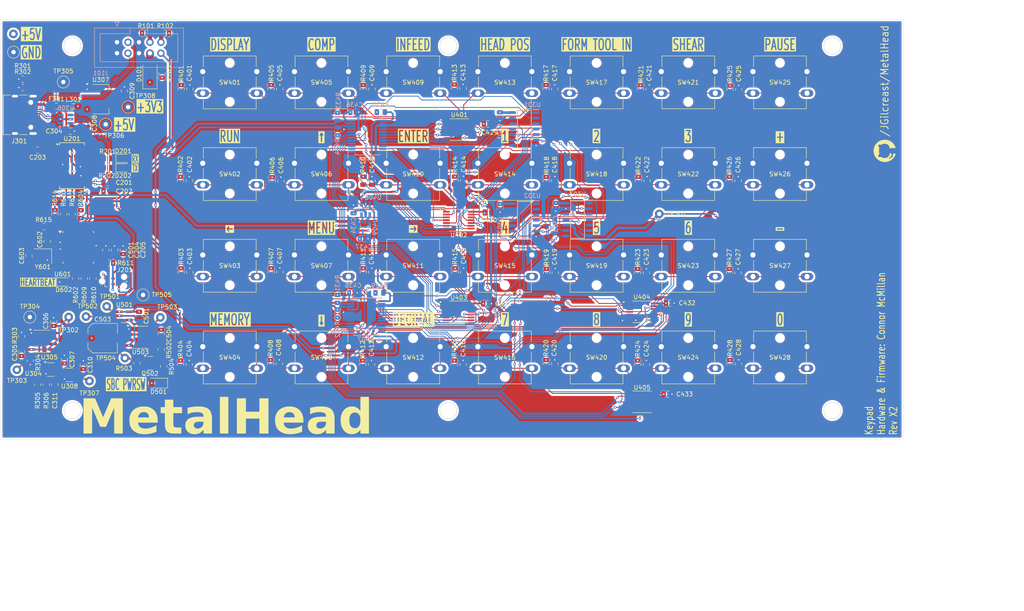
<source format=kicad_pcb>
(kicad_pcb (version 20241229) (generator "pcbnew") (generator_version "9.0")
  (title_block (title "MEP MAXI 85V-1 REV 2 Keypad") (date "2025-06-22") (rev "X2") (company "McMillan Enterprises") (comment 1 "Hardware: Connor McMillan (connor@mcmillan.website)") (comment 2 "Firmware &"))
  (layers (0 "F.Cu" signal) (4 "In1.Cu" signal) (6 "In2.Cu" signal) (2 "B.Cu" signal) (13 "F.Paste" user) (15 "B.Paste" user) (5 "F.SilkS" user "F.Silkscreen") (7 "B.SilkS" user "B.Silkscreen") (1 "F.Mask" user) (3 "B.Mask" user) (25 "Edge.Cuts" user))
  (net 0 "")
  (net 1 "/Microcontroller/~{RESET}{slash}PC6")
  (net 2 "Net-(U201-DTR)")
  (net 3 "Net-(U306-VBUS)")
  (net 4 "/Repeater/THRESHOLD_~{TRIGGER}")
  (net 5 "/REPEATER_INT")
  (net 6 "+3V3")
  (net 7 "Net-(C311-Pad2)")
  (net 8 "GND")
  (net 9 "/Microcontroller/XTAL1")
  (net 10 "/Microcontroller/XTAL2")
  (net 11 "+5V")
  (net 12 "Net-(D101-A)")
  (net 13 "Net-(D201-K)")
  (net 14 "/USB3-D-")
  (net 15 "/PWRSW")
  (net 16 "/USB3-D+")
  (net 17 "Net-(D202-K)")
  (net 18 "Net-(D602-A)")
  (net 19 "/Pi Zero 2W Power Reset/DELAY")
  (net 20 "Net-(F301-Pad1)")
  (net 21 "/Microcontroller/SCK")
  (net 24 "/Microcontroller/MISO")
  (net 25 "/Microcontroller/MOSI")
  (net 27 "Net-(J301-CC2)")
  (net 28 "Net-(J301-CC1)")
  (net 30 "/Microcontroller/RX_LED")
  (net 31 "/Microcontroller/TX_LED")
  (net 32 "/Repeater/GATE")
  (net 33 "SCL")
  (net 34 "Net-(R305-Pad1)")
  (net 35 "SDA")
  (net 36 "Net-(R306-Pad1)")
  (net 37 "/Debounce Switches/INT2")
  (net 38 "/Debounce Switches/INT1")
  (net 39 "Net-(U601-PB0)")
  (net 40 "Net-(U601-PB3)")
  (net 41 "Net-(U601-PB4)")
  (net 42 "/Debounce Switches/DISPLAY")
  (net 43 "/Debounce Switches/RUN")
  (net 44 "/Debounce Switches/LEFT")
  (net 45 "/Debounce Switches/MEMORY")
  (net 46 "/Debounce Switches/COMP")
  (net 47 "/Debounce Switches/UP")
  (net 48 "/Debounce Switches/MENU")
  (net 49 "/Debounce Switches/DOWN")
  (net 50 "/Debounce Switches/INFEED")
  (net 51 "/Debounce Switches/ENTER")
  (net 52 "/Debounce Switches/RIGHT")
  (net 53 "/Debounce Switches/DECIMAL")
  (net 54 "/Debounce Switches/HEAD_POS")
  (net 55 "/Debounce Switches/1")
  (net 56 "/Debounce Switches/4")
  (net 57 "/Debounce Switches/7")
  (net 58 "/Debounce Switches/FTI")
  (net 59 "/Debounce Switches/2")
  (net 60 "/Debounce Switches/5")
  (net 61 "/Debounce Switches/8")
  (net 62 "/Debounce Switches/SHEAR")
  (net 63 "/Debounce Switches/3")
  (net 64 "/Debounce Switches/6")
  (net 65 "/Debounce Switches/9")
  (net 66 "/Debounce Switches/PAUSE")
  (net 67 "/Debounce Switches/PLUS")
  (net 68 "/Debounce Switches/MINUS")
  (net 69 "/Debounce Switches/0")
  (net 70 "Net-(D501-K)")
  (net 71 "Net-(U601-PB5)")
  (net 72 "/Microcontroller/RX")
  (net 73 "Net-(U601-PD0)")
  (net 74 "/Microcontroller/TX")
  (net 75 "Net-(U601-PD1)")
  (net 76 "/Debounce Switches/~{INT2}")
  (net 77 "/Debounce Switches/~{INT1}")
  (net 78 "/PCF8575_INT")
  (net 79 "/Debounce Switches/~{MEMORY}")
  (net 80 "/Debounce Switches/~{DOWN}")
  (net 81 "Net-(U601-PD2)")
  (net 82 "/Repeater/A1Y")
  (net 83 "/Debounce Switches/~{INFEED}")
  (net 84 "/Debounce Switches/~{COMP}")
  (net 85 "/Debounce Switches/~{DISPLAY}")
  (net 86 "/Debounce Switches/~{UP}")
  (net 87 "/Repeater/A3Y")
  (net 88 "/Debounce Switches/~{MENU}")
  (net 89 "/Debounce Switches/~{RUN}")
  (net 90 "/Debounce Switches/~{LEFT}")
  (net 91 "/Repeater/A2Y")
  (net 92 "/Debounce Switches/~{ENTER}")
  (net 93 "/Repeater/B3Y")
  (net 94 "/Repeater/B1Y")
  (net 95 "/Debounce Switches/~{RIGHT}")
  (net 96 "/Debounce Switches/~{HEAD_POS}")
  (net 97 "/Debounce Switches/~{FTI}")
  (net 98 "/Repeater/B2Y")
  (net 99 "/Debounce Switches/~{2}")
  (net 100 "/Debounce Switches/~{4}")
  (net 101 "/Debounce Switches/~{1}")
  (net 102 "/Debounce Switches/~{DECIMAL}")
  (net 103 "/Debounce Switches/~{7}")
  (net 105 "/Debounce Switches/~{PLUS}")
  (net 106 "/Debounce Switches/~{3}")
  (net 107 "/Debounce Switches/~{MINUS}")
  (net 108 "/Debounce Switches/~{SHEAR}")
  (net 109 "/Debounce Switches/~{5}")
  (net 110 "/Debounce Switches/~{6}")
  (net 111 "/Debounce Switches/~{8}")
  (net 112 "/Debounce Switches/~{PAUSE}")
  (net 113 "/Repeater/C1Y")
  (net 114 "/Debounce Switches/~{9}")
  (net 115 "/Repeater/C2Y")
  (net 117 "Net-(U601-PD3)")
  (net 118 "/Debounce Switches/~{0}")
  (net 121 "/Repeater/3Y_RESET")
  (net 124 "/Microcontroller/D+")
  (net 131 "/Microcontroller/D-")
  (net 149 "/Pi Zero 2W Power Reset/THRESHOLD_~{TRIGGER}")
  (net 150 "/Pi Zero 2W Power Reset/~{MEMORY}&~{DOWN}")
  (footprint "Capacitor_SMD:C_0805_2012Metric" (layer "F.Cu") (at 214.63 123.571 90)
    (property "Reference" "C428")
    (property "Value" "1uF")
  )
  (footprint "Button_Switch_THT:SW_SPST_Omron_B3F-40xx" (layer "F.Cu") (at 217.94 55.91)
    (property "Reference" "SW425")
    (property "Value" "PAUSE")
  )
  (footprint "Resistor_SMD:R_0805_2012Metric" (layer "F.Cu") (at 148.844 123.698 -90)
    (property "Reference" "R416")
    (property "Value" "10K")
  )
  (footprint "Package_SO:SOIC-8_3.9x4.9mm_P1.27mm" (layer "F.Cu") (at 76 117.4)
    (property "Reference" "U503")
    (property "Value" "LMC555CMX/NOPB")
  )
  (footprint "Capacitor_SMD:C_0805_2012Metric" (layer "F.Cu") (at 52.4075 74.095 180)
    (property "Reference" "C203")
    (property "Value" "100nF")
  )
  (footprint "Button_Switch_THT:SW_SPST_Omron_B3F-40xx" (layer "F.Cu") (at 196.72 77.13)
    (property "Reference" "SW422")
    (property "Value" "3")
  )
  (footprint "Resistor_SMD:R_0805_2012Metric" (layer "F.Cu") (at 61.2 103.8 -90)
    (property "Reference" "R602")
    (property "Value" "130R")
  )
  (footprint "Capacitor_SMD:C_0805_2012Metric" (layer "F.Cu") (at 214.503 81.153 90)
    (property "Reference" "C426")
    (property "Value" "1uF")
  )
  (footprint "LED_SMD:LED_0805_2012Metric" (layer "F.Cu") (at 72.2 76)
    (property "Reference" "D201")
    (property "Value" "RED")
  )
  (footprint "Resistor_SMD:R_0805_2012Metric" (layer "F.Cu") (at 106.426 59.944 -90)
    (property "Reference" "R405")
    (property "Value" "10K")
  )
  (footprint "Button_Switch_THT:SW_SPST_Omron_B3F-40xx" (layer "F.Cu") (at 90.62 77.13)
    (property "Reference" "SW402")
    (property "Value" "RUN")
  )
  (footprint "Capacitor_SMD:C_0805_2012Metric" (layer "F.Cu") (at 58.6 122.5125 90)
    (property "Reference" "C307")
    (property "Value" "1uF")
  )
  (footprint "Capacitor_SMD:C_0805_2012Metric" (layer "F.Cu") (at 198.247 130.556)
    (property "Reference" "C433")
    (property "Value" "1uF")
  )
  (footprint "Resistor_SMD:R_0805_2012Metric" (layer "F.Cu") (at 56.4 88.9125 90)
    (property "Reference" "R614")
    (property "Value" "250R")
  )
  (footprint "Resistor_SMD:R_0805_2012Metric" (layer "F.Cu") (at 48.6895 117.1655 90)
    (property "Reference" "R303")
    (property "Value" "47K")
  )
  (footprint "Capacitor_SMD:C_0805_2012Metric" (layer "F.Cu") (at 60 69.7 180)
    (property "Reference" "C304")
    (property "Value" "100nF")
  )
  (footprint "TestPoint:TestPoint_Keystone_5000-5004_Miniature" (layer "F.Cu") (at 59.6 112.7125)
    (property "Reference" "TP302")
    (property "Value" "White")
  )
  (footprint "Button_Switch_THT:SW_SPST_Omron_B3F-40xx" (layer "F.Cu") (at 133.06 77.13)
    (property "Reference" "SW410")
    (property "Value" "ENTER")
  )
  (footprint "Resistor_SMD:R_0805_2012Metric" (layer "F.Cu") (at 212.598 123.571 -90)
    (property "Reference" "R428")
    (property "Value" "10K")
  )
  (footprint "Resistor_SMD:R_0805_2012Metric" (layer "F.Cu") (at 65.2 103.8 -90)
    (property "Reference" "R610")
    (property "Value" "250R")
  )
  (footprint "Resistor_SMD:R_0805_2012Metric" (layer "F.Cu") (at 62.4 88.9125 -90)
    (property "Reference" "R604")
    (property "Value" "10K")
  )
  (footprint "Capacitor_SMD:C_0805_2012Metric" (layer "F.Cu") (at 72.4875 60.395 90)
    (property "Reference" "C309")
    (property "Value" "100nF")
  )
  (footprint "TestPoint:TestPoint_Keystone_5000-5004_Miniature" (layer "F.Cu") (at 68.1575 68.12)
    (property "Reference" "TP306")
    (property "Value" "125-00868")
  )
  (footprint "Resistor_SMD:R_0805_2012Metric" (layer "F.Cu") (at 60.4 88.9125 90)
    (property "Reference" "R612")
    (property "Value" "250R")
  )
  (footprint "Connector:Tag-Connect_TC2030-IDC-NL_2x03_P1.27mm_Vertical" (layer "F.Cu") (at 69.87 104.435)
    (property "Reference" "J201")
    (property "Value" "TC2030")
  )
  (footprint "Resistor_SMD:R_0805_2012Metric" (layer "F.Cu") (at 106.426 102.3385 -90)
    (property "Reference" "R407")
    (property "Value" "10K")
  )
  (footprint "Capacitor_SMD:C_0805_2012Metric" (layer "F.Cu") (at 129.667 123.698 90)
    (property "Reference" "C412")
    (property "Value" "1uF")
  )
  (footprint "Resistor_SMD:R_0805_2012Metric" (layer "F.Cu") (at 69 100.2)
    (property "Reference" "R611")
    (property "Value" "250R")
  )
  (footprint "Resistor_SMD:R_0805_2012Metric" (layer "F.Cu") (at 52.4 128.35 -90)
    (property "Reference" "R305")
    (property "Value" "22K")
  )
  (footprint "Button_Switch_THT:SW_SPST_Omron_B3F-40xx" (layer "F.Cu") (at 111.84 77.13)
    (property "Reference" "SW406")
    (property "Value" "UP")
  )
  (footprint "Button_Switch_THT:SW_SPST_Omron_B3F-40xx" (layer "F.Cu") (at 175.5 119.57)
    (property "Reference" "SW420")
    (property "Value" "8")
  )
  (footprint "Resistor_SMD:R_0805_2012Metric" (layer "F.Cu") (at 81.2 56.4 -90)
    (property "Reference" "R103")
    (property "Value" "0R")
  )
  (footprint "Button_Switch_THT:SW_SPST_Omron_B3F-40xx" (layer "F.Cu") (at 133.06 119.57)
    (property "Reference" "SW412")
    (property "Value" "DECIMAL")
  )
  (footprint "Resistor_SMD:R_0805_2012Metric" (layer "F.Cu") (at 68.6 78.2 180)
    (property "Reference" "R202")
    (property "Value" "30R")
  )
  (footprint "Capacitor_SMD:C_0805_2012Metric" (layer "F.Cu") (at 150.876 123.698 90)
    (property "Reference" "C416")
    (property "Value" "1uF")
  )
  (footprint "Resistor_SMD:R_0805_2012Metric" (layer "F.Cu") (at 212.471 81.153 -90)
    (property "Reference" "R426")
    (property "Value" "10K")
  )
  (footprint "Resistor_SMD:R_0805_2012Metric" (layer "F.Cu") (at 127.635 123.698 -90)
    (property "Reference" "R412")
    (property "Value" "10K")
  )
  (footprint "Capacitor_SMD:C_0805_2012Metric" (layer "F.Cu") (at 129.762 102.362 90)
    (property "Reference" "C411")
    (property "Value" "1uF")
  )
  (footprint "Resistor_SMD:R_0805_2012Metric" (layer "F.Cu") (at 85.63 59.944 -90)
    (property "Reference" "R401")
    (property "Value" "10K")
  )
  (footprint "Button_Switch_THT:SW_SPST_Omron_B3F-40xx" (layer "F.Cu") (at 154.28 55.92)
    (property "Reference" "SW413")
    (property "Value" "HEAD_POS")
  )
  (footprint "Button_Switch_THT:SW_SPST_Omron_B3F-40xx" (layer "F.Cu") (at 175.5 55.92)
    (property "Reference" "SW417")
    (property "Value" "FTI")
  )
  (footprint "Connector_USB:USB_C_Receptacle_G-Switch_GT-USB-7010ASV" (layer "F.Cu") (at 48.2325 65.92 -90)
    (property "Reference" "J301")
    (property "Value" "USB_C_Receptacle_USB2.0_16P")
  )
  (footprint "Crystal:Crystal_SMD_3225-4Pin_3.2x2.5mm" (layer "F.Cu") (at 53.6 98.65 180)
    (property "Reference" "Y601")
    (property "Value" "20MHz")
  )
  (footprint "Capacitor_SMD:C_0805_2012Metric" (layer "F.Cu") (at 150.876 59.817 90)
    (property "Reference" "C413")
    (property "Value" "1uF")
  )
  (footprint "Capacitor_SMD:C_0805_2012Metric" (layer "F.Cu") (at 108.331 123.571 90)
    (property "Reference" "C408")
    (property "Value" "1uF")
  )
  (footprint "Button_Switch_THT:SW_SPST_Omron_B3F-40xx" (layer "F.Cu") (at 154.28 98.35)
    (property "Reference" "SW415")
    (property "Value" "4")
  )
  (footprint "TestPoint:TestPoint_Keystone_5000-5004_Miniature" (layer "F.Cu") (at 58.3575 58.32)
    (property "Reference" "TP305")
    (property "Value" "125-00869")
  )
  (footprint "TestPoint:TestPoint_Keystone_5000-5004_Miniature" (layer "F.Cu") (at 72.6 122.2)
    (property "Reference" "TP504")
    (property "Value" "White")
  )
  (footprint "Resistor_SMD:R_0805_2012Metric" (layer "F.Cu") (at 212.503 102.489 -90)
    (property "Reference" "R427")
    (property "Value" "10K")
  )
  (footprint "LED_SMD:LED_0805_2012Metric" (layer "F.Cu") (at 72.2 78.2)
    (property "Reference" "D202")
    (property "Value" "GREEN")
  )
  (footprint "Resistor_SMD:R_0805_2012Metric" (layer "F.Cu") (at 85.471 123.698 -90)
    (property "Reference" "R404")
    (property "Value" "10K")
  )
  (footprint "Resistor_SMD:R_0805_2012Metric" (layer "F.Cu") (at 85.471 81.153 -90)
    (property "Reference" "R402")
    (property "Value" "10K")
  )
  (footprint "Fuse:Fuse_0805_2012Metric" (layer "F.Cu") (at 56.7575 63.92)
    (property "Reference" "F301")
    (property "Value" "500mA")
  )
  (footprint "TestPoint:TestPoint_Keystone_5000-5004_Miniature" (layer "F.Cu") (at 76.8 107.6)
    (property "Reference" "TP505")
    (property "Value" "Black")
  )
  (footprint "Package_TO_SOT_SMD:SOT-23-5" (layer "F.Cu") (at 55.4625 124.8625)
    (property "Reference" "U304")
    (property "Value" "NC7SZ00M5X")
  )
  (footprint "Capacitor_SMD:C_0805_2012Metric" (layer "F.Cu") (at 54.6 95.2 90)
    (property "Reference" "C602")
    (property "Value" "22pF")
  )
  (footprint "Capacitor_SMD:C_0805_2012Metric" (layer "F.Cu") (at 193.929 59.944 90)
    (property "Reference" "C421")
    (property "Value" "1uF")
  )
  (footprint "TestPoint:TestPoint_Keystone_5000-5004_Miniature" (layer "F.Cu") (at 68.3865 110.248)
    (property "Reference" "TP501")
    (property "Value" "White")
  )
  (footprint "Capacitor_SMD:C_0805_2012Metric" (layer "F.Cu") (at 62.9875 123.7925 90)
    (property "Reference" "C310")
    (property "Value" "1uF")
  )
  (footprint "TestPoint:TestPoint_Keystone_5000-5004_Miniature" (layer "F.Cu") (at 46.836 51.414)
    (property "Reference" "TP103" (hide yes))
    (property "Value" "Black")
  )
  (footprint "Capacitor_SMD:C_0805_2012Metric" (layer "F.Cu") (at 214.63 60.071 90)
    (property "Reference" "C425")
    (property "Value" "1uF")
  )
  (footprint "Capacitor_SMD:C_0805_2012Metric" (layer "F.Cu") (at 193.294 123.698 90)
    (property "Reference" "C424")
    (property "Value" "1uF")
  )
  (footprint "Button_Switch_THT:SW_SPST_Omron_B3F-40xx" (layer "F.Cu") (at 111.84 119.57)
    (property "Reference" "SW408")
    (property "Value" "DOWN")
  )
  (footprint "Capacitor_SMD:C_0805_2012Metric" (layer "F.Cu") (at 172.085 123.571 90)
    (property "Reference" "C420")
    (property "Value" "1uF")
  )
  (footprint "Button_Switch_THT:SW_SPST_Omron_B3F-40xx" (layer "F.Cu") (at 133.06 98.35)
    (property "Reference" "SW411")
    (property "Value" "RIGHT")
  )
  (footprint "TestPoint:TestPoint_Keystone_5000-5004_Miniature" (layer "F.Cu") (at 73.3575 64.12)
    (property "Reference" "TP308")
    (property "Value" "125-00868")
  )
  (footprint "TestPoint:TestPoint_Keystone_5000-5004_Miniature" (layer "F.Cu") (at 64.4 127.5125)
    (property "Reference" "TP307")
    (property "Value" "Yellow")
  )
  (footprint "Resistor_SMD:R_0805_2012Metric" (layer "F.Cu") (at 148.844 59.817 -90)
    (property "Reference" "R413")
    (property "Value" "10K")
  )
  (footprint "Capacitor_SMD:C_0805_2012Metric" (layer "F.Cu") (at 48.6895 120.7655 90)
    (property "Reference" "C305")
    (property "Value" "1uF")
  )
  (footprint "Button_Switch_THT:SW_SPST_Omron_B3F-40xx" (layer "F.Cu") (at 90.62 98.35)
    (property "Reference" "SW403")
    (property "Value" "LEFT")
  )
  (footprint "Button_Switch_THT:SW_SPST_Omron_B3F-40xx" (layer "F.Cu") (at 111.84 98.35)
    (property "Reference" "SW407")
    (property "Value" "MENU")
  )
  (footprint "Package_TO_SOT_SMD:SOT-23" (layer "F.Cu") (at 78.4625 123.4)
    (property "Reference" "Q502")
    (property "Value" "BSS138 JI")
  )
  (footprint "Resistor_SMD:R_0805_2012Metric" (layer "F.Cu") (at 63.2 103.8 -90)
    (property "Reference" "R609")
    (property "Value" "250R")
  )
  (footprint "Capacitor_SMD:C_0805_2012Metric" (layer "F.Cu") (at 108.458 102.301 90)
    (property "Reference" "C407")
    (property "Value" "1uF")
  )
  (footprint "Resistor_SMD:R_0805_2012Metric" (layer "F.Cu") (at 170.053 123.571 -90)
    (property "Reference" "R420")
    (property "Value" "10K")
  )
  (footprint "Button_Switch_THT:SW_SPST_Omron_B3F-40xx" (layer "F.Cu") (at 217.94 77.13)
    (property "Reference" "SW426")
    (property "Value" "PLUS")
  )
  (footprint "TestPoint:TestPoint_Keystone_5000-5004_Miniature" (layer "F.Cu") (at 80.8 112.8)
    (property "Reference" "TP503")
    (property "Value" "Yellow")
  )
  (footprint "Capacitor_SMD:C_0805_2012Metric" (layer "F.Cu") (at 75.8795 112.445 -90)
    (property "Reference" "C501")
    (property "Value" "1uF")
  )
  (footprint "Button_Switch_THT:SW_SPST_Omron_B3F-40xx" (layer "F.Cu") (at 217.94 119.57)
    (property "Reference" "SW428")
    (property "Value" "0")
  )
  (footprint "Capacitor_SMD:C_0805_2012Metric" (layer "F.Cu") (at 156.466 109.601)
    (property "Reference" "C431")
    (property "Value" "1uF")
  )
  (footprint "Resistor_SMD:R_0805_2012Metric" (layer "F.Cu") (at 170.18 102.489 -90)
    (property "Reference" "R419")
    (property "Value" "10K")
  )
  (footprint "Resistor_SMD:R_0805_2012Metric" (layer "F.Cu") (at 85.598 102.362 -90)
    (property "Reference" "R403")
    (property "Value" "10K")
  )
  (footprint "TestPoint:TestPoint_Keystone_5000-5004_Miniature" (layer "F.Cu") (at 63.6 112.6)
    (property "Reference" "TP502")
    (property "Value" "White")
  )
  (footprint "Capacitor_SMD:C_0805_2012Metric" (layer "F.Cu") (at 193.294 102.489 90)
    (property "Reference" "C423")
    (property "Value" "1uF")
  )
  (footprint "TestPoint:TestPoint_Keystone_5000-5004_Miniature" (layer "F.Cu") (at 196.25 88.85)
    (property "Reference" "TP301")
    (property "Value" "White")
  )
  (footprint "Capacitor_SMD:C_0805_2012Metric" (layer "F.Cu") (at 87.503 81.153 90)
    (property "Reference" "C402")
    (property "Value" "1uF")
  )
  (footprint "Capacitor_SMD:C_0805_2012Metric" (layer "F.Cu") (at 129.794 59.944 90)
    (property "Reference" "C409")
    (property "Value" "1uF")
  )
  (footprint "SN74HC14PWR:SOP65P640X120-14N" (layer "F.Cu") (at 192.278 111.506)
    (property "Reference" "U404")
    (property "Value" "SN74HC14PWR")
  )
  (footprint "Capacitor_SMD:C_0805_2012Metric" (layer "F.Cu") (at 50.4 98.55 90)
    (property "Reference" "C603")
    (property "Value" "22pF")
  )
  (footprint "Button_Switch_THT:SW_SPST_Omron_B3F-40xx" (layer "F.Cu") (at 175.5 77.13)
    (property "Reference" "SW418")
    (property "Value" "2")
  )
  (footprint "Capacitor_SMD:C_0805_2012Metric" (layer "F.Cu") (at 87.503 123.698 90)
    (property "Reference" "C404")
    (property "Value" "1uF")
  )
  (footprint "Resistor_SMD:R_0805_2012Metric" (layer "F.Cu") (at 106.68 81.28 -90)
    (property "Reference" "R406")
    (property "Value" "10K")
  )
  (footprint "Button_Switch_THT:SW_SPST_Omron_B3F-40xx" (layer "F.Cu") (at 196.72 55.91)
    (property "Reference" "SW421")
    (property "Value" "SHEAR")
  )
  (footprint "Capacitor_SMD:C_0805_2012Metric" (layer "F.Cu") (at 81 116.6 -90)
    (property "Reference" "C504")
    (property "Value" "1uF")
  )
  (footprint "Inductor_SMD:L_0805_2012Metric" (layer "F.Cu") (at 60.695 63.92)
    (property "Reference" "L301")
    (property "Value" "10uH")
  )
  (footprint "Capacitor_SMD:C_0805_2012Metric" (layer "F.Cu") (at 172.18 102.4515 90)
    (property "Reference" "C419")
    (property "Value" "1uF")
  )
  (footprint "Resistor_SMD:R_0805_2012Metric" (layer "F.Cu") (at 81.9125 47)
    (property "Reference" "R102")
    (property "Value" "10K")
  )
  (footprint "Capacitor_SMD:C_Elec_6.3x5.4" (layer "F.Cu") (at 67.4625 117.6)
    (property "Reference" "C503")
    (property "Value" "100uF")
  )
  (footprint "Diode_SMD:D_SMA" (layer "F.Cu") (at 78.4 56.4 90)
    (property "Reference" "D101")
    (property "Value" "SR240 SS24")
  )
  (footprint "Capacitor_SMD:C_0805_2012Metric" (layer "F.Cu") (at 68.6 83.6)
    (property "Reference" "C202")
    (property "Value" "4.7uF")
  )
  (footprint "Package_TO_SOT_SMD:SC-74A-5_1.55x2.9mm_P0.95mm" (layer "F.Cu") (at 72.4795 112.445)
    (property "Reference" "U501")
    (property "Value" "NC7SZ08M5X")
  )
  (footprint "Resistor_SMD:R_0805_2012Metric" (layer "F.Cu") (at 48.9575 57.65)
    (property "Reference" "R301")
    (property "Value" "5K1")
  )
  (footprint "Resistor_SMD:R_0805_2012Metric" (layer "F.Cu") (at 48.9575 59.6)
    (property "Reference" "R302")
    (property "Value" "5K1")
  )
  (footprint "Capacitor_SMD:C_0805_2012Metric" (layer "F.Cu") (at 129.794 81.153 90)
    (property "Reference" "C410")
    (property "Value" "1uF")
  )
  (footprint "SN74HC14PWR:SOP65P640X120-14N" (layer "F.Cu") (at 149.861 111.506)
    (property "Reference" "U403")
    (property "Value" "SN74HC14PWR")
  )
  (footprint "Button_Switch_THT:SW_SPST_Omron_B3F-40xx" (layer "F.Cu") (at 175.5 98.35)
    (property "Reference" "SW419")
    (property "Value" "5")
  )
  (footprint "Resistor_SMD:R_0805_2012Metric" (layer "F.Cu") (at 127.762 81.153 -90)
    (property "Reference" "R410")
    (property "Value" "10K")
  )
  (footprint "Capacitor_SMD:C_0805_2012Metric" (layer "F.Cu") (at 63.75 67.795 -90)
    (property "Reference" "C308")
    (property "Value" "100nF")
  )
  (footprint "Resistor_SMD:R_0805_2012Metric" (layer "F.Cu") (at 191.262 102.489 -90)
    (property "Reference" "R423")
    (property "Value" "10K")
  )
  (footprint "TestPoint:TestPoint_Keystone_5000-5004_Miniature" (layer "F.Cu") (at 50.6 112.7125 90)
    (property "Reference" "TP304")
    (property "Value" "Black")
  )
  (footprint "Button_Switch_THT:SW_SPST_Omron_B3F-40xx" (layer "F.Cu") (at 90.62 119.57)
    (property "Reference" "SW404")
    (property "Value" "MEMORY")
  )
  (footprint "Package_TO_SOT_SMD:SOT-223-3_TabPin2" (layer "F.Cu") (at 67.0075 62.32)
    (property "Reference" "U307")
    (property "Value" "AMS1117-3.3")
  )
  (footprint "Capacitor_SMD:C_0805_2012Metric" (layer "F.Cu") (at 172.085 81.153 90)
    (property "Reference" "C418")
    (property "Value" "1uF")
  )
  (footprint "Resistor_SMD:R_0805_2012Metric" (layer "F.Cu") (at 50.7125 122.8115 -90)
    (property "Reference" "R304")
    (property "Value" "10K")
  )
  (footprint "Capacitor_SMD:C_0805_2012Metric" (layer "F.Cu") (at 87.63 59.944 90)
    (property "Reference" "C401")
    (property "Value" "1uF")
  )
  (footprint "Capacitor_SMD:C_0805_2012Metric" (layer "F.Cu") (at 172.053 59.944 90)
    (property "Reference" "C417")
    (property "Value" "1uF")
  )
  (footprint "SN74HC14PWR:SOP65P640X120-14N" (layer "F.Cu") (at 149.86 90.297)
    (property "Reference" "U402")
    (property "Value" "SN74HC14PWR")
  )
  (footprint "Button_Switch_THT:SW_SPST_Omron_B3F-40xx" (layer "F.Cu") (at 111.84 55.92)
    (property "Reference" "SW405")
    (property "Value" "COMP")
  )
  (footprint "Resistor_SMD:R_0805_2012Metric" (layer "F.Cu") (at 127.762 102.362 -90)
    (property "Reference" "R411")
    (property "Value" "10K")
  )
  (footprint "Resistor_SMD:R_0805_2012Metric" (layer "F.Cu") (at 170.085 81.203 -90)
    (property "Reference" "R418")
    (property "Value" "10K")
  )
  (footprint "TestPoint:TestPoint_Keystone_5000-5004_Miniature" (layer "F.Cu") (at 46.8 47.2)
    (property "Reference" "TP101" (hide yes))
    (property "Value" "Red")
  )
  (footprint "Resistor_SMD:R_0805_2012Metric" (layer "F.Cu") (at 58.4 88.9125 90)
    (property "Reference" "R613")
    (property "Value" "250R")
  )
  (footprint "Resistor_SMD:R_0805_2012Metric" (layer "F.Cu") (at 191.262 123.698 -90)
    (property "Reference" "R424")
    (property "Value" "10K")
  )
  (footprint "Resistor_SMD:R_0805_2012Metric" (layer "F.Cu") (at 170.053 59.944 -90)
    (property "Reference" "R417")
    (property "Value" "10K")
  )
  (footprint "Capacitor_SMD:C_0805_2012Metric" (layer "F.Cu") (at 108.712 81.28 90)
    (property "Reference" "C406")
    (property "Value" "1uF")
  )
  (footprint "Button_Switch_THT:SW_SPST_Omron_B3F-40xx" (layer "F.Cu") (at 196.72 119.57)
    (property "Reference" "SW424")
    (property "Value" "9")
  )
  (footprint "Resistor_SMD:R_0805_2012Metric" (layer "F.Cu") (at 149.003 102.362 -90)
    (property "Reference" "R415")
    (property "Value" "10K")
  )
  (footprint "Capacitor_SMD:C_0805_2012Metric" (layer "F.Cu") (at 70.2 97.2 90)
    (property "Reference" "C204")
    (property "Value" "100nF")
  )
  (footprint "Resistor_SMD:R_0805_2012Metric" (layer "F.Cu") (at 81.6 124.1125 -90)
    (property "Reference" "R504")
    (property "Value" "150R")
  )
  (footprint "TestPoint:TestPoint_Keystone_5000-5004_Miniature" (layer "F.Cu") (at 47.6 124.9125)
    (property "Reference" "TP303")
    (property "Value" "Yellow")
  )
  (footprint "Button_Switch_THT:SW_SPST_Omron_B3F-40xx" (layer "F.Cu") (at 133.06 55.92)
    (property "Reference" "SW409")
    (property "Value" "INFEED")
  )
  (footprint "Resistor_SMD:R_0805_2012Metric" (layer "F.Cu") (at 77.4875 47)
    (property "Reference" "R101")
    (property "Value" "10K")
  )
  (footprint "Capacitor_SMD:C_0805_2012Metric" (layer "F.Cu") (at 68.6 81.6)
    (property "Reference" "C201")
    (property "Value" "100nF")
  )
  (footprint "Capacitor_SMD:C_0805_2012Metric" (layer "F.Cu") (at 193.421 81.153 90)
    (property "Reference" "C422")
    (property "Value" "1uF")
  )
  (footprint "Capacitor_SMD:C_0805_2012Metric" (layer "F.Cu") (at 156.847 88.519)
    (property "Reference" "C430")
    (property "Value" "1uF")
  )
  (footprint "Package_TO_SOT_SMD:SOT-23-5" (layer "F.Cu") (at 59.7375 126.1125)
    (property "Reference" "U308")
    (property "Value" "NC7SZ00M5X")
  )
  (footprint "Button_Switch_THT:SW_SPST_Omron_B3F-40xx" (layer "F.Cu") (at 196.72 98.35)
    (property "Reference" "SW423")
    (property "Value" "6")
  )
  (footprint "Package_SO:SOIC-8_3.9x4.9mm_P1.27mm" (layer "F.Cu") (at 53.4375 118.3165)
    (property "Reference" "U305")
    (property "Value" "LMC555CMX/NOPB")
  )
  (footprint "Button_Switch_THT:SW_SPST_Omron_B3F-40xx" (layer "F.Cu") (at 217.94 98.35)
    (property "Reference" "SW427")
    (property "Value" "MINUS")
  )
  (footprint "Button_Switch_THT:SW_SPST_Omron_B3F-40xx" (layer "F.Cu") (at 154.28 77.13)
    (property "Reference" "SW414")
    (property "Value" "1")
  )
  (footprint "Resistor_SMD:R_0805_2012Metric" (layer "F.Cu") (at 148.971 81.1295 -90)
    (property "Reference" "R414")
    (property "Value" "10K")
  )
  (footprint "Resistor_SMD:R_0805_2012Metric" (layer "F.Cu") (at 212.63 60.071 -90)
    (property "Reference" "R425")
    (property "Value" "10K")
  )
  (footprint "Package_SO:SSOP-28_5.3x10.2mm_P0.65mm" (layer "F.Cu") (at 60.3575 77.695)
    (property "Reference" "U201")
    (property "Value" "FT232RL")
  )
  (footprint "SN74HC14PWR:SOP65P640X120-14N" (layer "F.Cu") (at 192.278 132.334)
    (property "Reference" "U405")
    (property "Value" "SN74HC14PWR")
  )
  (footprint "Button_Switch_THT:SW_SPST_Omron_B3F-40xx" (layer "F.Cu") (at 90.62 55.92)
    (property "Reference" "SW401")
    (property "Value" "DISPLAY")
  )
  (footprint "Button_Switch_THT:SW_SPST_Omron_B3F-40xx" (layer "F.Cu") (at 154.28 119.57)
    (property "Reference" "SW416")
    (property "Value" "7")
  )
  (footprint "Capacitor_SMD:C_0805_2012Metric" (layer "F.Cu") (at 198.755 109.474)
    (property "Reference" "C432")
    (property "Value" "1uF")
  )
  (footprint "LED_SMD:LED_0805_2012Metric" (layer "F.Cu") (at 58.4625 104.6)
    (property "Reference" "D602")
    (property "Value" "Orange")
  )
  (footprint "Capacitor_SMD:C_0805_2012Metric" (layer "F.Cu") (at 56.1125 113.8115 90)
    (property "Reference" "C306")
    (property "Value" "1uF")
  )
  (footprint "Resistor_SMD:R_0805_2012Metric" (layer "F.Cu") (at 106.299 123.571 -90)
    (property "Reference" "R408")
    (property "Value" "10K")
  )
  (footprint "Resistor_SMD:R_0805_2012Metric" (layer "F.Cu") (at 75.4 123.4 90)
    (property "Reference" "R503")
    (property "Value" "10K")
  )
  (footprint "Capacitor_SMD:C_0805_2012Metric" (layer "F.Cu") (at 56.4 128.35 -90)
    (property "Reference" "C311")
    (property "Value" "0.1uF")
  )
  (footprint "Capacitor_SMD:C_0805_2012Metric" (layer "F.Cu") (at 72.2 97.2 90)
    (property "Reference" "C205")
    (property "Value" "100nF")
  )
  (footprint "Capacitor_SMD:C_0805_2012Metric" (layer "F.Cu") (at 151.003 102.362 90)
    (property "Reference" "C415")
    (property "Value" "1uF")
  )
  (footprint "SN74HC14PWR:SOP65P640X120-14N" (layer "F.Cu") (at 149.987 69.342)
    (property "Reference" "U401")
    (property "Value" "SN74HC14PWR")
  )
  (footprint "Resistor_SMD:R_0805_2012Metric" (layer "F.Cu") (at 53.8875 91.8 180)
    (property "Reference" "R615")
    (property "Value" "250R")
  )
  (footprint "Resistor_SMD:R_0805_2012Metric" (layer "F.Cu") (at 127.762 59.944 -90)
    (property "Reference" "R409")
    (property "Value" "10K")
  )
  (footprint "Capacitor_SMD:C_0805_2012Metric" (layer "F.Cu") (at 214.503 102.489 90)
    (property "Reference" "C427")
    (property "Value" "1uF")
  )
  (footprint "Capacitor_SMD:C_0805_2012Metric" (layer "F.Cu") (at 108.458 59.944 90)
    (property "Reference" "C405")
    (property "Value" "1uF")
  )
  (footprint "Capacitor_SMD:C_0805_2012Metric" (layer "F.Cu") (at 156.606 67.99)
    (property "Reference" "C429")
    (property "Value" "1uF")
  )
  (footprint "Resistor_SMD:R_0805_2012Metric" (layer "F.Cu") (at 81 120.2 -90)
    (property "Reference" "R502")
    (property "Value" "47K")
  )
  (footprint "Resistor_SMD:R_0805_2012Metric" (layer "F.Cu") (at 68.6 76 180)
    (property "Reference" "R201")
    (property "Value" "130R")
  )
  (footprint "Resistor_SMD:R_0805_2012Metric" (layer "F.Cu") (at 191.92 59.9815 -90)
    (property "Reference" "R421")
    (property "Value" "10K")
  )
  (footprint "Capacitor_SMD:C_0805_2012Metric" (layer "F.Cu") (at 150.971 81.103 90)
    (property "Reference" "C414")
    (property "Value" "1uF")
  )
  (footprint "Capacitor_SMD:C_0805_2012Metric" (layer "F.Cu") (at 68.2 97.2 90)
    (property "Reference" "C601")
    (property "Value" "100nF")
  )
  (footprint "Resistor_SMD:R_0805_2012Metric" (layer "F.Cu") (at 191.421 81.153 -90)
    (property "Reference" "R422")
    (property "Value" "10K")
  )
  (footprint "Resistor_SMD:R_0805_2012Metric" (layer "F.Cu") (at 54.4 128.35 -90)
    (property "Reference" "R306")
    (property "Value" "1M")
  )
  (footprint "LED_SMD:LED_1206_3216Metric" (layer "F.Cu") (at 80.2 128 180)
    (property "Reference" "D501")
    (property "Value" "RED")
  )
  (footprint "Package_QFP:TQFP-32_7x7mm_P0.8mm" (layer "F.Cu") (at 61.8 96.6)
    (property "Reference" "U601")
    (property "Value" "ATMEGA328-AU")
  )
  (footprint "Capacitor_SMD:C_0805_2012Metric" (layer "F.Cu") (at 87.63 102.362 90)
    (property "Reference" "C403")
    (property "Value" "1uF")
  )
  (footprint "Capacitor_SMD:C_0805_2012Metric" (layer "B.Cu") (at 127.905 94.605 180)
    (property "Reference" "C437")
    (property "Value" "1uF")
  )
  (footprint "Package_SO:SSOP-24_5.3x8.2mm_P0.65mm" (layer "B.Cu") (at 128.695 70.87 180)
    (property "Reference" "U408")
    (property "Value" "PCF8575DBR")
  )
  (footprint "SN74HCS4075DR:SOIC127P600X175-14N" (layer "B.Cu") (at 177.35 90.17 180)
    (property "Reference" "U303")
    (property "Value" "SN74HCS4075DR")
  )
  (footprint "Package_TO_SOT_SMD:SOT-353_SC-70-5" (layer "B.Cu") (at 128.255 91.755 -90)
    (property "Reference" "U409")
    (property "Value" "74LVC1G32GW,125")
  )
  (footprint "SN74LVC2G14DBVR:SOT95P280X145-6N" (layer "B.Cu") (at 128.305 87.805 -90)
    (property "Reference" "U406")
    (property "Value" "SN74LVC2G14DBV")
  )
  (footprint "Resistor_SMD:R_0805_2012Metric" (layer "B.Cu") (at 121.793 111.9105 -90)
    (property "Reference" "R432")
    (property "Value" "10K")
  )
  (footprint "Package_SO:SSOP-24_5.3x8.2mm_P0.65mm" (layer "B.Cu") (at 128.441 112.608 180)
    (property "Reference" "U407")
    (property "Value" "PCF8575DBR")
  )
  (footprint "Capacitor_SMD:C_0805_2012Metric" (layer "B.Cu") (at 125.73 65.301 180)
    (property "Reference" "C436")
    (property "Value" "1uF")
  )
  (footprint "Resistor_SMD:R_0805_2012Metric" (layer "B.Cu") (at 131.5 107.1)
    (property "Reference" "R429")
    (property "Value" "10K")
  )
  (footprint "SN74HCS4075DR:SOIC127P600X175-14N" (layer "B.Cu") (at 165.042 90.297 180)
    (property "Reference" "U302")
    (property "Value" "SN74HCS4075DR")
  )
  (footprint "Resistor_SMD:R_0805_2012Metric" (layer "B.Cu") (at 131.826 65.301)
    (property "Reference" "R430")
    (property "Value" "10K")
  )
  (footprint "Resistor_SMD:R_0805_2012Metric" (layer "B.Cu") (at 121.793 66.346 -90)
    (property "Reference" "R433")
    (property "Value" "10K")
  )
  (footprint "SN74HCS4075DR:SOIC127P600X175-14N" (layer "B.Cu") (at 165.042 69.215 180)
    (property "Reference" "U301")
    (property "Value" "SN74HCS4075DR")
  )
  (footprint "Capacitor_SMD:C_0805_2012Metric" (layer "B.Cu") (at 159.385 66.294 90)
    (property "Reference" "C301")
    (property "Value" "1uF")
  )
  (footprint "Capacitor_SMD:C_0805_2012Metric" (layer "B.Cu") (at 125.4 107.1 180)
    (property "Reference" "C435")
    (property "Value" "1uF")
  )
  (footprint "Capacitor_SMD:C_0805_2012Metric" (layer "B.Cu") (at 159.454 87.503 90)
    (property "Reference" "C302")
    (property "Value" "1uF")
  )
  (footprint "Capacitor_SMD:C_0805_2012Metric" (layer "B.Cu") (at 172.328 87.249 90)
    (property "Reference" "C303")
    (property "Value" "1uF")
  )
  (footprint "Resistor_SMD:R_0805_2012Metric" (layer "B.Cu") (at 121.793 69.746 -90)
    (property "Reference" "R434")
    (property "Value" "10K")
  )
  (footprint "Resistor_SMD:R_0805_2012Metric" (layer "B.Cu") (at 121.793 108.5105 -90)
    (property "Reference" "R431")
    (property "Value" "10K")
  )
  (footprint "Package_TO_SOT_SMD:SOT-23-6" (layer "B.Cu") (at 58.8625 66.92)
    (property "Reference" "U306")
    (property "Value" "USBLC6-2SC6")
  )
  (footprint "Connector_IDC:IDC-Header_2x05_P2.54mm_Vertical" (layer "B.Cu") (at 70.78 49.12 -90)
    (property "Reference" "J101")
    (property "Value" "Conn_02x05_Odd_Even")
  )
  (footprint "Capacitor_SMD:C_0805_2012Metric" (layer "B.Cu") (at 125.505 87.755 -90)
    (property "Reference" "C434")
    (property "Value" "1uF")
  )
  (gr_poly (pts (xy 245.851591 74.126724) (xy 245.861633 73.995631) (xy 245.878171 73.866421) (xy 245.901043 73.739261) (xy 245.930085 73.614313) (xy 245.965136 73.491743) (xy 246.006032 73.371716) (xy 246.052612 73.254395) (xy 246.104711 73.139946) (xy 246.162169 73.028533) (xy 246.224821 72.92032) (xy 246.292506 72.815473) (xy 246.365061 72.714155) (xy 246.442324 72.616532) (xy 246.52413 72.522767) (xy 246.610319 72.433026) (xy 246.700728 72.347473) (xy 246.795193 72.266272) (xy 246.893552 72.189588) (xy 246.995643 72.117586) (xy 247.101303 72.050431) (xy 247.21037 71.988286) (xy 247.32268 71.931316) (xy 247.438071 71.879686) (xy 247.556381 71.833561) (xy 247.677446 71.793105) (xy 247.801105 71.758482) (xy 247.927194 71.729858) (xy 248.055552 71.707396) (xy 248.186015 71.691261) (xy 248.318421 71.681619) (xy 248.452607 71.678633) (xy 248.560005 71.680788) (xy 248.666285 71.687199) (xy 248.771363 71.697783) (xy 248.875156 71.712456) (xy 248.977582 71.731135) (xy 249.078558 71.753738) (xy 249.178 71.78018) (xy 249.275826 71.81038) (xy 249.371954 71.844254) (xy 249.466299 71.881719) (xy 249.55878 71.922692) (xy 249.649313 71.967089) (xy 249.737816 72.014829) (xy 249.824205 72.065827) (xy 249.908398 72.12) (xy 249.990312 72.177266) (xy 250.069864 72.237542) (xy 250.146971 72.300744) (xy 250.22155 72.366789) (xy 250.293519 72.435594) (xy 250.362794 72.507076) (xy 250.429292 72.581153) (xy 250.492931 72.65774) (xy 250.553628 72.736756) (xy 250.6113 72.818116) (xy 250.665864 72.901738) (xy 250.717237 72.987538) (xy 250.765336 73.075435) (xy 250.810079 73.165343) (xy 250.851382 73.257181) (xy 250.889163 73.350866) (xy 250.923339 73.446314) (xy 250.925452 73.458112) (xy 250.926956 73.46944) (xy 250.927872 73.480304) (xy 250.928223 73.490711) (xy 250.92803 73.500667) (xy 250.927316 73.510178) (xy 250.926103 73.51925) (xy 250.924413 73.52789) (xy 250.922267 73.536103) (xy 250.919689 73.543897) (xy 250.916701 73.551277) (xy 250.913323 73.558249) (xy 250.90958 73.56482) (xy 250.905492 73.570997) (xy 250.901081 73.576785) (xy 250.896371 73.58219) (xy 250.891383 73.58722) (xy 250.886139 73.591879) (xy 250.880661 73.596175) (xy 250.874971 73.600114) (xy 250.869092 73.603702) (xy 250.863046 73.606944) (xy 250.856854 73.609849) (xy 250.850539 73.612421) (xy 250.844124 73.614667) (xy 250.837629 73.616593) (xy 250.831078 73.618205) (xy 250.824492 73.619511) (xy 250.811304 73.621225) (xy 250.798244 73.621785) (xy 250.082493 73.617552) (xy 250.059714 73.617788) (xy 250.037463 73.618488) (xy 249.994531 73.621229) (xy 249.953672 73.625674) (xy 249.91486 73.631724) (xy 249.87807 73.639278) (xy 249.843277 73.648237) (xy 249.810454 73.658499) (xy 249.779578 73.669966) (xy 249.750622 73.682536) (xy 249.723561 73.696111) (xy 249.69837 73.710588) (xy 249.675024 73.725869) (xy 249.653496 73.741853) (xy 249.633763 73.758441) (xy 249.615797 73.775531) (xy 249.599575 73.793024) (xy 249.58547 73.68453) (xy 249.566812 73.576358) (xy 249.542686 73.469429) (xy 249.512175 73.364663) (xy 249.474364 73.262984) (xy 249.428336 73.165311) (xy 249.401954 73.118266) (xy 249.373175 73.072568) (xy 249.341883 73.028332) (xy 249.307965 72.985674) (xy 249.271305 72.944709) (xy 249.23179 72.905552) (xy 249.189305 72.868319) (xy 249.143735 72.833124) (xy 249.094965 72.800082) (xy 249.042882 72.76931) (xy 248.98737 72.740921) (xy 248.928316 72.715032) (xy 248.865604 72.691757) (xy 248.799121 72.671212) (xy 248.728751 72.653511) (xy 248.654381 72.638771) (xy 248.575895 72.627105) (xy 248.493179 72.61863) (xy 248.406119 72.613461) (xy 248.3146 72.611712) (xy 248.261847 72.612858) (xy 248.210306 72.616267) (xy 248.159979 72.621896) (xy 248.110864 72.6297) (xy 248.062963 72.639635) (xy 248.016274 72.651659) (xy 247.970798 72.665726) (xy 247.926536 72.681794) (xy 247.883486 72.699818) (xy 247.841649 72.719755) (xy 247.801025 72.74156) (xy 247.761614 72.765191) (xy 247.723416 72.790603) (xy 247.686431 72.817753) (xy 247.650659 72.846596) (xy 247.6161 72.877089) (xy 247.582568 72.865028) (xy 247.531345 72.850404) (xy 247.499511 72.843212) (xy 247.463748 72.836678) (xy 247.424219 72.831234) (xy 247.381091 72.827315) (xy 247.334526 72.825351) (xy 247.284689 72.825777) (xy 247.231746 72.829026) (xy 247.175859 72.835529) (xy 247.117194 72.845721) (xy 247.055915 72.860033) (xy 246.992186 72.8789) (xy 246.926173 72.902754) (xy 246.923864 72.913094) (xy 246.920646 72.944551) (xy 246.920433 72.968402) (xy 246.922076 72.997777) (xy 246.926271 73.032757) (xy 246.933713 73.073423) (xy 246.945097 73.119858) (xy 246.961116 73.172143) (xy 246.982467 73.230359) (xy 247.009844 73.294588) (xy 247.043941 73.364912) (xy 247.085455 73.441412) (xy 247.135078 73.524169) (xy 247.193508 73.613266) (xy 247.173712 73.691076) (xy 247.156389 73.770235) (xy 247.14159 73.850492) (xy 247.129366 73.9316) (xy 247.119769 74.013307) (xy 247.11285 74.095365) (xy 247.108661 74.177525) (xy 247.107253 74.259537) (xy 247.108691 74.341341) (xy 247.112816 74.422986) (xy 247.11962 74.504408) (xy 247.129093 74.58554) (xy 247.141227 74.666318) (xy 247.156014 74.746674) (xy 247.173443 74.826544) (xy 247.193508 74.905861) (xy 247.163149 74.951202) (xy 247.135078 74.994949) (xy 247.109209 75.03711) (xy 247.085455 75.077698) (xy 247.063728 75.116721) (xy 247.043941 75.154191) (xy 247.026009 75.190116) (xy 247.009844 75.224508) (xy 246.995359 75.257377) (xy 246.982467 75.288732) (xy 246.971082 75.318585) (xy 246.961116 75.346944) (xy 246.952483 75.373821) (xy 246.945097 75.399226) (xy 246.938869 75.423168) (xy 246.933713 75.445658) (xy 246.929543 75.466706) (xy 246.926271 75.486322) (xy 246.923811 75.504517) (xy 246.922076 75.5213) (xy 246.920979 75.536682) (xy 246.920433 75.550674) (xy 246.920646 75.574524) (xy 246.922022 75.592932) (xy 246.923864 75.60598) (xy 246.926173 75.616321) (xy 246.959455 75.628898) (xy 246.992186 75.640175) (xy 247.024347 75.650205) (xy 247.055915 75.659043) (xy 247.086871 75.666743) (xy 247.117194 75.673359) (xy 247.146864 75.678944) (xy 247.175859 75.683554) (xy 247.20416 75.687241) (xy 247.231746 75.690061) (xy 247.258596 75.692067) (xy 247.284689 75.693314) (xy 247.334526 75.693745) (xy 247.381091 75.691786) (xy 247.424219 75.687871) (xy 247.463748 75.682433) (xy 247.499511 75.675903) (xy 247.531345 75.668716) (xy 247.559085 75.661302) (xy 247.582568 75.654097) (xy 247.6161 75.642038) (xy 247.650659 75.671824) (xy 247.686431 75.700142) (xy 247.723416 75.726927) (xy 247.761614 75.75212) (xy 247.801025 75.775655) (xy 247.841649 75.797472) (xy 247.883486 75.817508) (xy 247.926536 75.8357) (xy 247.970798 75.851985) (xy 248.016274 75.866302) (xy 248.062963 75.878588) (xy 248.110864 75.88878) (xy 248.159979 75.896816) (xy 248.210306 75.902633) (xy 248.261847 75.90617) (xy 248.3146 75.907362) (xy 248.406131 75.905614) (xy 248.493227 75.900445) (xy 248.575999 75.891972) (xy 248.654559 75.880312) (xy 248.729019 75.865579) (xy 248.799493 75.847891) (xy 248.866091 75.827362) (xy 248.928926 75.804109) (xy 248.98811 75.778248) (xy 249.043756 75.749895) (xy 249.095975 75.719166) (xy 249.144879 75.686177) (xy 249.19058 75.651043) (xy 249.233192 75.613881) (xy 249.272825 75.574807) (xy 249.309592 75.533936) (xy 249.343605 75.491385) (xy 249.374977 75.447269) (xy 249.403818 75.401706) (xy 249.430243 75.354809) (xy 249.454361 75.306697) (xy 249.476287 75.257483) (xy 249.514006 75.156219) (xy 249.544297 75.051945) (xy 249.568058 74.945588) (xy 249.586185 74.838076) (xy 249.599575 74.730337) (xy 249.612306 74.743919) (xy 249.62625 74.75734) (xy 249.641407 74.770535) (xy 249.657777 74.783443) (xy 249.67536 74.796) (xy 249.694156 74.808143) (xy 249.714164 74.81981) (xy 249.735386 74.830938) (xy 249.757821 74.841464) (xy 249.781468 74.851324) (xy 249.806329 74.860457) (xy 249.832402 74.868799) (xy 249.859688 74.876288) (xy 249.888188 74.88286) (xy 249.9179 74.888452) (xy 249.948825 74.893003) (xy 249.962134 74.923611) (xy 249.975643 74.958903) (xy 249.988545 74.998345) (xy 250.000032 75.041404) (xy 250.009295 75.087548) (xy 250.015526 75.136244) (xy 250.017917 75.186958) (xy 250.01742 75.212905) (xy 250.015659 75.239157) (xy 250.012534 75.265647) (xy 250.007944 75.292309) (xy 250.001788 75.319076) (xy 249.993964 75.34588) (xy 249.984372 75.372657) (xy 249.97291 75.399338) (xy 249.959478 75.425858) (xy 249.943974 75.45215) (xy 249.926297 75.478147) (xy 249.906347 75.503782) (xy 249.884023 75.528989) (xy 249.859222 75.553702) (xy 249.831845 75.577853) (xy 249.80179 75.601376) (xy 249.768957 75.624204) (xy 249.733243 75.646271) (xy 249.722464 75.652668) (xy 249.693898 75.671757) (xy 249.674714 75.686014) (xy 249.653205 75.703388) (xy 249.63008 75.723859) (xy 249.606044 75.747408) (xy 249.581807 75.774018) (xy 249.558075 75.803668) (xy 249.535556 75.836339) (xy 249.524972 75.853802) (xy 249.514957 75.872014) (xy 249.505598 75.890971) (xy 249.496985 75.910673) (xy 249.489205 75.931115) (xy 249.482348 75.952296) (xy 249.476501 75.974214) (xy 249.471753 75.996866) (xy 249.468193 76.02025) (xy 249.465908 76.044364) (xy 249.46622 76.054754) (xy 249.468401 76.080142) (xy 249.470777 76.095748) (xy 249.474321 76.11185) (xy 249.479268 76.127362) (xy 249.48234 76.134559) (xy 249.485851 76.141201) (xy 249.489829 76.147154) (xy 249.494303 76.152282) (xy 249.499304 76.156449) (xy 249.504859 76.159519) (xy 249.510999 76.161358) (xy 249.517752 76.16183) (xy 249.525148 76.160798) (xy 249.533215 76.158128) (xy 249.541984 76.153683) (xy 249.551483 76.147329) (xy 249.561742 76.13893) (xy 249.57279 76.12835) (xy 249.584655 76.115453) (xy 249.597368 76.100104) (xy 249.610957 76.082168) (xy 249.625452 76.061509) (xy 249.629374 76.053925) (xy 249.642289 76.032947) (xy 249.652655 76.018266) (xy 249.665914 76.001233) (xy 249.68228 75.982181) (xy 249.701969 75.961443) (xy 249.725195 75.93935) (xy 249.752172 75.916236) (xy 249.783117 75.892432) (xy 249.818243 75.86827) (xy 249.857766 75.844084) (xy 249.901901 75.820205) (xy 249.950862 75.796967) (xy 250.004864 75.7747) (xy 250.024572 75.766861) (xy 250.04682 75.75614) (xy 250.075207 75.740065) (xy 250.108142 75.718021) (xy 250.144033 75.689394) (xy 250.181289 75.653569) (xy 250.218316 75.609931) (xy 250.236248 75.58499) (xy 250.253525 75.557866) (xy 250.269949 75.528481) (xy 250.285322 75.496759) (xy 250.299444 75.462622) (xy 250.312116 75.425994) (xy 250.32314 75.386799) (xy 250.332315 75.344959) (xy 250.339444 75.300397) (xy 250.344328 75.253037) (xy 250.346766 75.202802) (xy 250.346562 75.149615) (xy 250.343514 75.093399) (xy 250.337425 75.034077) (xy 250.328095 74.971572) (xy 250.315326 74.905809) (xy 250.47327 74.905147) (xy 250.615033 74.903692) (xy 250.798296 74.901575) (xy 250.811347 74.902135) (xy 250.824527 74.903847) (xy 250.837657 74.906763) (xy 250.85056 74.910932) (xy 250.856872 74.913503) (xy 250.863061 74.916405) (xy 250.869104 74.919646) (xy 250.874981 74.923232) (xy 250.880668 74.92717) (xy 250.886143 74.931464) (xy 250.891385 74.936122) (xy 250.896371 74.94115) (xy 250.901078 74.946555) (xy 250.905486 74.952341) (xy 250.909572 74.958517) (xy 250.913313 74.965088) (xy 250.916687 74.97206) (xy 250.919673 74.97944) (xy 250.922249 74.987234) (xy 250.924391 74.995449) (xy 250.926078 75.004089) (xy 250.927288 75.013163) (xy 250.927998 75.022676) (xy 250.928187 75.032634) (xy 250.927832 75.043044) (xy 250.926912 75.053912) (xy 250.925404 75.065244) (xy 250.923285 75.077047) (xy 250.851347 75.266179) (xy 250.765316 75.447926) (xy 250.665855 75.621623) (xy 250.553628 75.786605) (xy 250.429298 75.942208) (xy 250.293529 76.087767) (xy 250.146983 76.222617) (xy 249.990325 76.346094) (xy 249.824218 76.457534) (xy 249.649324 76.556271) (xy 249.466308 76.641642) (xy 249.275833 76.71298) (xy 249.078562 76.769623) (xy 248.875158 76.810905) (xy 248.666285 76.836161) (xy 248.560005 76.842573) (xy 248.452606 76.844728) (xy 248.318421 76.841369) (xy 248.186015 76.831401) (xy 248.055552 76.814983) (xy 247.927194 76.792279) (xy 247.801105 76.763449) (xy 247.677446 76.728656) (xy 247.55638 76.688059) (xy 247.438071 76.641822) (xy 247.32268 76.590104) (xy 247.21037 76.533068) (xy 247.101303 76.470876) (xy 246.995643 76.403688) (xy 246.893552 76.331666) (xy 246.795193 76.254972) (xy 246.700728 76.173766) (xy 246.610319 76.088211) (xy 246.52413 75.998468) (xy 246.442324 75.904699) (xy 246.365061 75.807064) (xy 246.292506 75.705725) (xy 246.224821 75.600844) (xy 246.162169 75.492582) (xy 246.104711 75.381101) (xy 246.052612 75.266562) (xy 246.006032 75.149126) (xy 245.965136 75.028956) (xy 245.930085 74.906211) (xy 245.901043 74.781055) (xy 245.878171 74.653648) (xy 245.861633 74.524152) (xy 245.851591 74.392728) (xy 245.848207 74.259537)) (stroke (width -0.000001)) (fill yes) (layer "F.SilkS"))
  (gr_circle (center 236.3 49.95) (end 238.25 49.95) (stroke (width 0.1)) (fill no) (layer "Edge.Cuts"))
  (gr_circle (center 60.45 134.35) (end 62.4 134.35) (stroke (width 0.1)) (fill no) (layer "Edge.Cuts"))
  (gr_line (start 43.8 43.8) (end 252.8 43.8) (stroke (width 0.05)) (layer "Edge.Cuts"))
  (gr_circle (center 147.45 49.95) (end 149.4 49.95) (stroke (width 0.1)) (fill no) (layer "Edge.Cuts"))
  (gr_line (start 43.8 43.8) (end 43.8 141.1) (stroke (width 0.05)) (layer "Edge.Cuts"))
  (gr_line (start 252.8 43.8) (end 252.8 141.1) (stroke (width 0.05)) (layer "Edge.Cuts"))
  (gr_circle (center 60.45 49.95) (end 62.4 49.95) (stroke (width 0.1)) (fill no) (layer "Edge.Cuts"))
  (gr_line (start 43.8 141.1) (end 252.8 141.1) (stroke (width 0.05)) (layer "Edge.Cuts"))
  (gr_circle (center 236.3 134.35) (end 238.25 134.35) (stroke (width 0.1)) (fill no) (layer "Edge.Cuts"))
  (gr_circle (center 147.45 134.35) (end 149.4 134.35) (stroke (width 0.1)) (fill no) (layer "Edge.Cuts"))
  (gr_text "+3V3" (at 75.1575 65.52 0) (layer "F.SilkS" knockout) (effects (font (size 2.5 1.5) (thickness 0.3) (bold yes)) (justify left bottom)))
  (gr_text "←" (at 96.87 93.6 0) (layer "F.SilkS" knockout) (effects (font (size 2.5 1.5) (thickness 0.3) (bold yes)) (justify bottom)))
  (gr_text "8" (at 181.75 114.82 0) (layer "F.SilkS" knockout) (effects (font (size 2.5 1.5) (thickness 0.3) (bold yes)) (justify bottom)))
  (gr_text "INFEED" (at 139.31 51.17 0) (layer "F.SilkS" knockout) (effects (font (size 2.5 1.5) (thickness 0.3) (bold yes)) (justify bottom)))
  (gr_text "+" (at 224.19 72.38 0) (layer "F.SilkS" knockout) (effects (font (size 2.5 1.5) (thickness 0.3) (bold yes)) (justify bottom)))
  (gr_text "RX" (at 74.9575 76.095 0) (layer "F.SilkS" knockout) (effects (font (size 1.5 0.75) (thickness 0.3) (bold yes))))
  (gr_text "→" (at 139.31 93.6 0) (layer "F.SilkS" knockout) (effects (font (size 2.5 1.5) (thickness 0.3) (bold yes)) (justify bottom)))
  (gr_text "DISPLAY" (at 96.87 51.17 0) (layer "F.SilkS" knockout) (effects (font (size 2.5 1.5) (thickness 0.3) (bold yes)) (justify bottom)))
  (gr_text "↓" (at 118.09 114.82 0) (layer "F.SilkS" knockout) (effects (font (size 2.5 1.5) (thickness 0.3) (bold yes)) (justify bottom)))
  (gr_text "HEAD POS" (at 160.53 51.17 0) (layer "F.SilkS" knockout) (effects (font (size 2.5 1.5) (thickness 0.3) (bold yes)) (justify bottom)))
  (gr_text "TX" (at 74.9575 78.295 0) (layer "F.SilkS" knockout) (effects (font (size 1.5 0.75) (thickness 0.3) (bold yes))))
  (gr_text "↑" (at 118.09 72.38 0) (layer "F.SilkS" knockout) (effects (font (size 2.5 1.5) (thickness 0.3) (bold yes)) (justify bottom)))
  (gr_text "HEARTBEAT" (at 48.2 105.6 0) (layer "F.SilkS" knockout) (effects (font (size 1.5 1) (thickness 0.3) (bold yes)) (justify left bottom)))
  (gr_text "6" (at 202.97 93.6 0) (layer "F.SilkS" knockout) (effects (font (size 2.5 1.5) (thickness 0.3) (bold yes)) (justify bottom)))
  (gr_text "MENU" (at 118.09 93.6 0) (layer "F.SilkS" knockout) (effects (font (size 2.5 1.5) (thickness 0.3) (bold yes)) (justify bottom)))
  (gr_text "SBC PWRSW" (at 68.2 129.8 0) (layer "F.SilkS" knockout) (effects (font (size 2.5 1) (thickness 0.3) (bold yes)) (justify left bottom)))
  (gr_text "Keypad\nHardware & Firmware: Connor McMillan\nRev X2" (at 251.453985 140.131599 90) (layer "F.SilkS") (effects (font (size 1.75 1.25) (thickness 0.2)) (justify left bottom)))
  (gr_text "9" (at 202.97 114.82 0) (layer "F.SilkS" knockout) (effects (font (size 2.5 1.5) (thickness 0.3) (bold yes)) (justify bottom)))
  (gr_text "GND" (at 48.436 53.014 0) (layer "F.SilkS" knockout) (effects (font (size 2.5 1.5) (thickness 0.3) (bold yes)) (justify left bottom)))
  (gr_text "FORM TOOL IN" (at 181.75 51.17 0) (layer "F.SilkS" knockout) (effects (font (size 2.5 1.5) (thickness 0.3) (bold yes)) (justify bottom)))
  (gr_text "2" (at 181.75 72.38 0) (layer "F.SilkS" knockout) (effects (font (size 2.5 1.5) (thickness 0.3) (bold yes)) (justify bottom)))
  (gr_text "ENTER" (at 139.31 72.38 0) (layer "F.SilkS" knockout) (effects (font (size 2.5 1.5) (thickness 0.3) (bold yes)) (justify bottom)))
  (gr_text "COMP" (at 118.09 51.17 0) (layer "F.SilkS" knockout) (effects (font (size 2.5 1.5) (thickness 0.3) (bold yes)) (justify bottom)))
  (gr_text "-" (at 224.19 93.6 0) (layer "F.SilkS" knockout) (effects (font (size 2.5 1.5) (thickness 0.3) (bold yes)) (justify bottom)))
  (gr_text "MetalHead" (at 62 141.04 0) (layer "F.SilkS") (effects (font (size 8 8) (thickness 0.3) (bold yes)) (justify left bottom)))
  (gr_text "3" (at 202.97 72.38 0) (layer "F.SilkS" knockout) (effects (font (size 2.5 1.5) (thickness 0.3) (bold yes)) (justify bottom)))
  (gr_text "/JGilcreast/MetalHead" (at 249.428 71.12 90) (layer "F.SilkS") (effects (font (size 1.75 1.5) (thickness 0.2)) (justify left bottom)))
  (gr_text "7" (at 160.53 114.82 0) (layer "F.SilkS" knockout) (effects (font (size 2.5 1.5) (thickness 0.3) (bold yes)) (justify bottom)))
  (gr_text "+5V" (at 69.9575 69.72 0) (layer "F.SilkS" knockout) (effects (font (size 2.5 1.5) (thickness 0.3) (bold yes)) (justify left bottom)))
  (gr_text "0" (at 224.19 114.82 0) (layer "F.SilkS" knockout) (effects (font (size 2.5 1.5) (thickness 0.3) (bold yes)) (justify bottom)))
  (gr_text "+5V" (at 48.4 48.8 0) (layer "F.SilkS" knockout) (effects (font (size 2.5 1.5) (thickness 0.3) (bold yes)) (justify left bottom)))
  (gr_text "MEMORY" (at 96.87 114.82 0) (layer "F.SilkS" knockout) (effects (font (size 2.5 1.5) (thickness 0.3) (bold yes)) (justify bottom)))
  (gr_text "SHEAR" (at 202.97 51.16 0) (layer "F.SilkS" knockout) (effects (font (size 2.5 1.5) (thickness 0.3) (bold yes)) (justify bottom)))
  (gr_text "1" (at 160.53 72.38 0) (layer "F.SilkS" knockout) (effects (font (size 2.5 1.5) (thickness 0.3) (bold yes)) (justify bottom)))
  (gr_text "DECIMAL" (at 139.31 114.82 0) (layer "F.SilkS" knockout) (effects (font (size 2.5 1.5) (thickness 0.3) (bold yes)) (justify bottom)))
  (gr_text "4" (at 160.53 93.6 0) (layer "F.SilkS" knockout) (effects (font (size 2.5 1.5) (thickness 0.3) (bold yes)) (justify bottom)))
  (gr_text "5" (at 181.75 93.6 0) (layer "F.SilkS" knockout) (effects (font (size 2.5 1.5) (thickness 0.3) (bold yes)) (justify bottom)))
  (gr_text "RUN" (at 96.87 72.38 0) (layer "F.SilkS" knockout) (effects (font (size 2.5 1.5) (thickness 0.3) (bold yes)) (justify bottom)))
  (gr_text "PAUSE" (at 224.19 51.16 0) (layer "F.SilkS" knockout) (effects (font (size 2.5 1.5) (thickness 0.3) (bold yes)) (justify bottom)))
  (segment (start 61.4 92.4375) (end 61.4 90.825) (width 0.4) (layer "F.Cu") (net 1))
  (segment (start 61.4 90.825) (end 62.4 89.825) (width 0.4) (layer "F.Cu") (net 1))
  (segment (start 63.8 86) (end 63.8 83.75) (width 0.4) (layer "F.Cu") (net 1))
  (segment (start 55.2 84.2) (end 57.4 84.2) (width 0.4) (layer "F.Cu") (net 1))
  (segment (start 71.2 105.13) (end 71.14 105.07) (width 0.4) (layer "F.Cu") (net 1))
  (segment (start 51.4575 74.095) (end 51.4575 80.4575) (width 0.4) (layer "F.Cu") (net 1))
  (segment (start 51.4575 80.4575) (end 54.6 83.6) (width 0.4) (layer "F.Cu") (net 1))
  (segment (start 71.2 106.2) (end 71.2 105.13) (width 0.4) (layer "F.Cu") (net 1))
  (segment (start 54.6 83.6) (end 55.2 84.2) (width 0.4) (layer "F.Cu") (net 1))
  (segment (start 63.6 86.2) (end 63.8 86) (width 0.4) (layer "F.Cu") (net 1))
  (via (at 62.4 89.825) (size 0.6) (drill 0.3) (layers "F.Cu" "B.Cu") (net 1))
  (via (at 63.6 86.2) (size 0.6) (drill 0.3) (layers "F.Cu" "B.Cu") (net 1))
  (via (at 71.2 106.2) (size 0.6) (drill 0.3) (layers "F.Cu" "B.Cu") (net 1))
  (via (at 63.8 83.75) (size 0.6) (drill 0.3) (layers "F.Cu" "B.Cu") (net 1))
  (via (at 57.4 84.2) (size 0.6) (drill 0.3) (layers "F.Cu" "B.Cu") (net 1))
  (segment (start 71.2 106.8) (end 71.2 106.2) (width 0.4) (layer "B.Cu") (net 1))
  (segment (start 58.051472 83.9) (end 63.65 83.9) (width 0.4) (layer "B.Cu") (net 1))
  (segment (start 73.6 107) (end 71.4 107) (width 0.4) (layer "B.Cu") (net 1))
  (segment (start 63.65 83.9) (end 63.8 83.75) (width 0.4) (layer "B.Cu") (net 1))
  (segment (start 63.6 88.625) (end 62.4 89.825) (width 0.4) (layer "B.Cu") (net 1))
  (segment (start 71.4 107) (end 71.2 106.8) (width 0.4) (layer "B.Cu") (net 1))
  (segment (start 57.4 84.2) (end 57.751472 84.2) (width 0.4) (layer "B.Cu") (net 1))
  (segment (start 57.751472 84.2) (end 58.051472 83.9) (width 0.4) (layer "B.Cu") (net 1))
  (segment (start 74.6 93.6) (end 74.6 106) (width 0.4) (layer "B.Cu") (net 1))
  (segment (start 63.6 86.2) (end 63.6 88.625) (width 0.4) (layer "B.Cu") (net 1))
  (segment (start 70.825 89.825) (end 74.6 93.6) (width 0.4) (layer "B.Cu") (net 1))
  (segment (start 74.6 106) (end 73.6 107) (width 0.4) (layer "B.Cu") (net 1))
  (segment (start 62.4 89.825) (end 70.825 89.825) (width 0.4) (layer "B.Cu") (net 1))
  (segment (start 53.3825 74.12) (end 53.3575 74.095) (width 0.4) (layer "F.Cu") (net 2))
  (segment (start 56.7575 74.12) (end 53.3825 74.12) (width 0.4) (layer "F.Cu") (net 2))
  (segment (start 58.9 63.92) (end 59.6325 63.92) (width 0.6) (layer "F.Cu") (net 3))
  (segment (start 60 66.92) (end 59.07 66.92) (width 0.4) (layer "F.Cu") (net 3))
  (segment (start 59.05 65.55) (end 59.05 69.7) (width 0.4) (layer "F.Cu") (net 3))
  (segment (start 58.6 63.92) (end 58.6 65.1) (width 0.4) (layer "F.Cu") (net 3))
  (segment (start 58.6 63.92) (end 58.9 63.92) (width 0.6) (layer "F.Cu") (net 3))
  (segment (start 58.6 65.1) (end 59.05 65.55) (width 0.4) (layer "F.Cu") (net 3))
  (segment (start 57.695 63.92) (end 58.6 63.92) (width 0.6) (layer "F.Cu") (net 3))
  (segment (start 59.07 66.92) (end 59.05 66.9) (width 0.4) (layer "F.Cu") (net 3))
  (via (at 60 66.92) (size 0.6) (drill 0.3) (layers "F.Cu" "B.Cu") (net 3))
  (segment (start 54.3515 118.9515) (end 53.0815 117.6815) (width 0.4) (layer "F.Cu") (net 4))
  (segment (start 50.9625 117.6815) (end 50.1185 117.6815) (width 0.4) (layer "F.Cu") (net 4))
  (segment (start 53.0815 117.6815) (end 50.9625 117.6815) (width 0.4) (layer "F.Cu") (net 4))
  (segment (start 50.1185 117.6815) (end 49.722 118.078) (width 0.4) (layer "F.Cu") (net 4))
  (segment (start 55.9125 118.9515) (end 54.3515 118.9515) (width 0.4) (layer "F.Cu") (net 4))
  (segment (start 49.722 118.078) (end 48.6895 118.078) (width 0.4) (layer "F.Cu") (net 4))
  (segment (start 48.6895 119.8155) (end 48.6895 118.078) (width 0.4) (layer "F.Cu") (net 4))
  (segment (start 58 128) (end 57.4 127.4) (width 0.4) (layer "F.Cu") (net 5))
  (segment (start 49.6 131.2) (end 57.2 131.2) (width 0.4) (layer "F.Cu") (net 5))
  (segment (start 60.875 127.0625) (end 63.95 127.0625) (width 0.4) (layer "F.Cu") (net 5))
  (segment (start 48 93.4) (end 48 104.8) (width 0.4) (layer "F.Cu") (net 5))
  (segment (start 60.875 127.0625) (end 60.1375 127.0625) (width 0.4) (layer "F.Cu") (net 5))
  (segment (start 48 112.6) (end 45.2 115.4) (width 0.4) (layer "F.Cu") (net 5))
  (segment (start 45.2 115.4) (end 45.2 126.8) (width 0.4) (layer "F.Cu") (net 5))
  (segment (start 63.95 127.0625) (end 64.4 127.5125) (width 0.4) (layer "F.Cu") (net 5))
  (segment (start 57.4 127.4) (end 56.4 127.4) (width 0.4) (layer "F.Cu") (net 5))
  (segment (start 59.2 128) (end 58 128) (width 0.4) (layer "F.Cu") (net 5))
  (segment (start 60.1375 127.0625) (end 59.2 128) (width 0.4) (layer "F.Cu") (net 5))
  (segment (start 57.2 131.2) (end 58 130.4) (width 0.4) (layer "F.Cu") (net 5))
  (segment (start 58 130.4) (end 58 128) (width 0.4) (layer "F.Cu") (net 5))
  (segment (start 52.975 91.8) (end 49.6 91.8) (width 0.4) (layer "F.Cu") (net 5))
  (segment (start 48 104.6) (end 48 112.6) (width 0.4) (layer "F.Cu") (net 5))
  (segment (start 45.2 126.8) (end 49.6 131.2) (width 0.4) (layer "F.Cu") (net 5))
  (segment (start 49.6 91.8) (end 48 93.4) (width 0.4) (layer "F.Cu") (net 5))
  (segment (start 78.2 69) (end 78.2 65.1) (width 0.4) (layer "F.Cu") (net 6))
  (segment (start 73.1375 78.2) (end 73.1375 76) (width 0.4) (layer "F.Cu") (net 6))
  (segment (start 77.22 64.12) (end 73.3575 64.12) (width 0.4) (layer "F.Cu") (net 6))
  (segment (start 78.2 65.1) (end 77.22 64.12) (width 0.4) (layer "F.Cu") (net 6))
  (segment (start 73.1375 74.0625) (end 78.2 69) (width 0.4) (layer "F.Cu") (net 6))
  (segment (start 73.1375 76) (end 73.1375 74.0625) (width 0.4) (layer "F.Cu") (net 6))
  (segment (start 56.3625 129.2625) (end 56.4 129.3) (width 0.4) (layer "F.Cu") (net 7))
  (segment (start 52.4 129.2625) (end 56.3625 129.2625) (width 0.4) (layer "F.Cu") (net 7))
  (segment (start 146.991 113.456) (end 147.944 113.456) (width 0.2) (layer "F.Cu") (net 8))
  (segment (start 58.17 77.37) (end 58.2 77.4) (width 0.4) (layer "F.Cu") (net 8))
  (segment (start 56.7575 77.37) (end 58.17 77.37) (width 0.4) (layer "F.Cu") (net 8))
  (segment (start 148.308 71.292) (end 147.117 71.292) (width 0.2) (layer "F.Cu") (net 8))
  (segment (start 147.944 113.456) (end 148.75 112.65) (width 0.2) (layer "F.Cu") (net 8))
  (segment (start 62.43 79.97) (end 62.4 80) (width 0.4) (layer "F.Cu") (net 8))
  (segment (start 148.6 71) (end 148.308 71.292) (width 0.2) (layer "F.Cu") (net 8))
  (segment (start 62.42 78.02) (end 62.3 77.9) (width 0.4) (layer "F.Cu") (net 8))
  (segment (start 63.9575 79.97) (end 62.43 79.97) (width 0.4) (layer "F.Cu") (net 8))
  (segment (start 63.9575 78.02) (end 62.42 78.02) (width 0.4) (layer "F.Cu") (net 8))
  (via (at 150.876 58.867) (size 0.6) (drill 0.3) (layers "F.Cu" "B.Cu") (net 8))
  (via (at 128.855 94.605) (size 0.6) (drill 0.3) (layers "F.Cu" "B.Cu") (net 8))
  (via (at 108.712 80.33) (size 0.6) (drill 0.3) (layers "F.Cu" "B.Cu") (net 8))
  (via (at 199.705 109.474) (size 0.6) (drill 0.3) (layers "F.Cu" "B.Cu") (net 8))
  (via (at 172.053 58.994) (size 0.6) (drill 0.3) (layers "F.Cu" "B.Cu") (net 8))
  (via (at 193.929 58.994) (size 0.6) (drill 0.3) (layers "F.Cu" "B.Cu") (net 8))
  (via (at 157.416 109.601) (size 0.6) (drill 0.3) (layers "F.Cu" "B.Cu") (net 8))
  (via (at 172.328 88.199) (size 0.6) (drill 0.3) (layers "F.Cu" "B.Cu") (net 8))
  (via (at 151.002998 101.412) (size 0.6) (drill 0.3) (layers "F.Cu" "B.Cu") (net 8))
  (via (at 60.95 69.7) (size 0.6) (drill 0.3) (layers "F.Cu" "B.Cu") (net 8))
  (via (at 48.045 59.6) (size 0.6) (drill 0.3) (layers "F.Cu" "B.Cu") (net 8))
  (via (at 108.458 58.994) (size 0.6) (drill 0.3) (layers "F.Cu" "B.Cu") (net 8))
  (via (at 50.7125 123.724) (size 0.6) (drill 0.3) (layers "F.Cu" "B.Cu") (net 8))
  (via (at 126.68 65.301) (size 0.6) (drill 0.3) (layers "F.Cu" "B.Cu") (net 8))
  (via (at 48.045 57.65) (size 0.6) (drill 0.3) (layers "F.Cu" "B.Cu") (net 8))
  (via (at 187.75 113.5) (size 0.6) (drill 0.3) (layers "F.Cu" "B.Cu") (net 8))
  (via (at 174.638 87.63) (size 0.6) (drill 0.3) (layers "F.Cu" "B.Cu") (net 8))
  (via (at 62.4 80) (size 0.6) (drill 0.3) (layers "F.Cu" "B.Cu") (net 8))
  (via (at 72.2 96.25) (size 0.6) (drill 0.3) (layers "F.Cu" "B.Cu") (net 8))
  (via (at 193.294 101.539) (size 0.6) (drill 0.3) (layers "F.Cu" "B.Cu") (net 8))
  (via (at 214.63 122.621) (size 0.6) (drill 0.3) (layers "F.Cu" "B.Cu") (net 8))
  (via (at 87.503 80.203) (size 0.6) (drill 0.3) (layers "F.Cu" "B.Cu") (net 8))
  (via (at 57.525 104.6) (size 0.6) (drill 0.3) (layers "F.Cu" "B.Cu") (net 8))
  (via (at 56.1125 112.8615) (size 0.6) (drill 0.3) (layers "F.Cu" "B.Cu") (net 8))
  (via (at 87.503 122.748) (size 0.6) (drill 0.3) (layers "F.Cu" "B.Cu") (net 8))
  (via (at 73.525 115.495) (size 0.6) (drill 0.3) (layers "F.Cu" "B.Cu") (net 8))
  (via (at 172.18 101.5015) (size 0.6) (drill 0.3) (layers "F.Cu" "B.Cu") (net 8))
  (via (at 128.305 86.55) (size 0.6) (drill 0.3) (layers "F.Cu" "B.Cu") (net 8))
  (via (at 65.9625 96.2) (size 0.6) (drill 0.3) (layers "F.Cu" "B.Cu") (net 8))
  (via (at 193.421 80.203) (size 0.6) (drill 0.3) (layers "F.Cu" "B.Cu") (net 8))
  (via (at 54.325 125.8125) (size 0.6) (drill 0.3) (layers "F.Cu" "B.Cu") (net 8))
  (via (at 87.63 58.994) (size 0.6) (drill 0.3) (layers "F.Cu" "B.Cu") (net 8))
  (via (at 159.454 88.453) (size 0.6) (drill 0.3) (layers "F.Cu" "B.Cu") (net 8))
  (via (at 58.6 121.5625) (size 0.6) (drill 0.3) (layers "F.Cu" "B.Cu") (net 8))
  (via (at 58.2 77.4) (size 0.6) (drill 0.3) (layers "F.Cu" "B.Cu") (net 8))
  (via (at 123.2 111.6) (size 0.6) (drill 0.3) (layers "F.Cu" "B.Cu") (net 8))
  (via (at 129.762 101.412) (size 0.6) (drill 0.3) (layers "F.Cu" "B.Cu") (net 8))
  (via (at 70.2 96.25) (size 0.6) (drill 0.3) (layers "F.Cu" "B.Cu") (net 8))
  (via (at 150.876 122.748) (size 0.6) (drill 0.3) (layers "F.Cu" "B.Cu") (net 8))
  (via (at 126.35 107.1) (size 0.6) (drill 0.3) (layers "F.Cu" "B.Cu") (net 8))
  (via (at 129.794 58.994) (size 0.6) (drill 0.3) (layers "F.Cu" "B.Cu") (net 8))
  (via (at 193.294 122.748) (size 0.6) (drill 0.3) (layers "F.Cu" "B.Cu") (net 8))
  (via (at 108.458 101.351) (size 0.6) (drill 0.3) (layers "F.Cu" "B.Cu") (net 8))
  (via (at 72.4875 59.445) (size 0.6) (drill 0.3) (layers "F.Cu" "B.Cu") (net 8))
  (via (at 125.505 86.805) (size 0.6) (drill 0.3) (layers "F.Cu" "B.Cu") (net 8))
  (via (at 167.767 94.107) (size 0.6) (drill 0.3) (layers "F.Cu" "B.Cu") (net 8))
  (via (at 214.503 101.539) (size 0.6) (drill 0.3) (layers "F.Cu" "B.Cu") (net 8))
  (via (at 62.9875 122.8425) (size 0.6) (drill 0.3) (layers "F.Cu" "B.Cu") (net 8))
  (via (at 58.6 127.0625) (size 0.6) (drill 0.3) (layers "F.Cu" "B.Cu") (net 8))
  (via (at 167.767 73.025) (size 0.6) (drill 0.3) (layers "F.Cu" "B.Cu") (net 8))
  (via (at 129.794 80.203) (size 0.6) (drill 0.3) (layers "F.Cu" "B.Cu") (net 8))
  (via (at 63.8575 60.02) (size 0.6) (drill 0.3) (layers "F.Cu" "B.Cu") (net 8))
  (via (at 159.385 67.244) (size 0.6) (drill 0.3) (layers "F.Cu" "B.Cu") (net 8))
  (via (at 54.7 99.5) (size 0.6) (drill 0.3) (layers "F.Cu" "B.Cu") (net 8))
  (via (at 73 104.5) (size 0.6) (drill 0.3) (layers "F.Cu" "B.Cu") (net 8))
  (via (at 148.6 71) (size 0.6) (drill 0.3) (layers "F.Cu" "B.Cu") (net 8))
  (via (at 57.725 66.92) (size 0.6) (drill 0.3) (layers "F.Cu" "B.Cu") (net 8))
  (via (at 57.6375 95.4) (size 0.6) (drill 0.3) (layers "F.Cu" "B.Cu") (net 8))
  (via (at 123.3 69.25) (size 0.6) (drill 0.3) (layers "F.Cu" "B.Cu") (net 8))
  (via (at 48.6895 116.253) (size 0.6) (drill 0.3) (layers "F.Cu" "B.Cu") (net 8))
  (via (at 57.6375 97) (size 0.6) (drill 0.3) (layers "F.Cu" "B.Cu") (net 8))
  (via (at 172.085 80.203) (size 0.6) (drill 0.3) (layers "F.Cu" "B.Cu") (net 8))
  (via (at 68.2 96.25) (size 0.6) (drill 0.3) (layers "F.Cu" "B.Cu") (net 8))
  (via (at 150.971 80.153) (size 0.6) (drill 0.3) (layers "F.Cu" "B.Cu") (net 8))
  (via (at 199.197 130.556) (size 0.6) (drill 0.3) (layers "F.Cu" "B.Cu") (net 8))
  (via (at 190.8 113.45) (size 0.6) (drill 0.3) (layers "F.Cu" "B.Cu") (net 8))
  (via (at 214.503 80.203) (size 0.6) (drill 0.3) (layers "F.Cu" "B.Cu") (net 8))
  (via (at 128.9 91.8) (size 0.6) (drill 0.3) (layers "F.Cu" "B.Cu") (net 8))
  (via (at 172.085 122.621) (size 0.6) (drill 0.3) (layers "F.Cu" "B.Cu") (net 8))
  (via (at 108.331 122.621) (size 0.6) (drill 0.3) (layers "F.Cu" "B.Cu") (net 8))
  (via (at 62.3 77.9) (size 0.6) (drill 0.3) (layers "F.Cu" "B.Cu") (net 8))
  (via (at 214.63 59.121) (size 0.6) (drill 0.3) (layers "F.Cu" "B.Cu") (net 8))
  (via (at 129.667 122.748) (size 0.6) (drill 0.3) (layers "F.Cu" "B.Cu") (net 8))
  (via (at 148.75 112.65) (size 0.6) (drill 0.3) (layers "F.Cu" "B.Cu") (net 8))
  (via (at 50.9625 116.4115) (size 0.6) (drill 0.3) (layers "F.Cu" "B.Cu") (net 8))
  (via (at 87.63 101.412) (size 0.6) (drill 0.3) (layers "F.Cu" "B.Cu") (net 8))
  (segment (start 128.905 91.795) (end 128.9 91.8) (width 0.4) (layer "B.Cu") (net 8))
  (segment (start 123.233 111.633) (end 123.2 111.6) (width 0.4) (layer "B.Cu") (net 8))
  (segment (start 125.095 69.245) (end 123.305 69.245) (width 0.2) (layer "B.Cu") (net 8))
  (segment (start 128.905 90.805) (end 128.905 91.795) (width 0.4) (layer "B.Cu") (net 8))
  (segment (start 123.305 69.245) (end 123.3 69.25) (width 0.2) (layer "B.Cu") (net 8))
  (segment (start 124.841 111.633) (end 123.233 111.633) (width 0.4) (layer "B.Cu") (net 8))
  (segment (start 57.6375 98.6) (end 56.6 98.6) (width 0.4) (layer "F.Cu") (net 9))
  (segment (start 55.8 97.8) (end 54.7 97.8) (width 0.4) (layer "F.Cu") (net 9))
  (segment (start 54.6 97.7) (end 54.7 97.8) (width 0.4) (layer "F.Cu") (net 9))
  (segment (start 56.6 98.6) (end 55.8 97.8) (width 0.4) (layer "F.Cu") (net 9))
  (segment (start 54.6 96.15) (end 54.6 97.7) (width 0.4) (layer "F.Cu") (net 9))
  (segment (start 53.6 100.6) (end 55.4 100.6) (width 0.4) (layer "F.Cu") (net 10))
  (segment (start 56.6 99.4) (end 57.6375 99.4) (width 0.4) (layer "F.Cu") (net 10))
  (segment (start 52.5 99.5) (end 53.6 100.6) (width 0.4) (layer "F.Cu") (net 10))
  (segment (start 55.4 100.6) (end 56.6 99.4) (width 0.4) (layer "F.Cu") (net 10))
  (segment (start 50.4 99.5) (end 52.5 99.5) (width 0.4) (layer "F.Cu") (net 10))
  (segment (start 58.4 96.2) (end 57.6375 96.2) (width 0.4) (layer "F.Cu") (net 11))
  (segment (start 155.543537 88.347) (end 155.85 88.653463) (width 0.4) (layer "F.Cu") (net 11))
  (segment (start 196.819 131.034) (end 197.297 130.556) (width 0.4) (layer "F.Cu") (net 11))
  (segment (start 67.65 81.6) (end 67.65 80.698528) (width 0.4) (layer "F.Cu") (net 11))
  (segment (start 196.244 132.334) (end 197.297 131.281) (width 0.4) (layer "F.Cu") (net 11))
  (segment (start 67.65 83.6) (end 67.65 81.6) (width 0.4) (layer "F.Cu") (net 11))
  (segment (start 65.9625 98.6) (end 60.6 98.6) (width 0.4) (layer "F.Cu") (net 11))
  (segment (start 155.471 109.556) (end 155.516 109.601) (width 0.4) (layer "F.Cu") (net 11))
  (segment (start 62.0375 125.1625) (end 60.875 125.1625) (width 0.4) (layer "F.Cu") (net 11))
  (segment (start 80.05 115.65) (end 79.895 115.495) (width 0.4) (layer "F.Cu") (net 11))
  (segment (start 58.6 123.4625) (end 58.1375 123.4625) (width 0.4) (layer "F.Cu") (net 11))
  (segment (start 66.665364 98.6) (end 67.115364 98.15) (width 0.4) (layer "F.Cu") (net 11))
  (segment (start 65.621472 78.67) (end 63.9575 78.67) (width 0.4) (layer "F.Cu") (net 11))
  (segment (start 60.6 98.6) (end 59.8 97.8) (width 0.4) (layer "F.Cu") (net 11))
  (segment (start 152.731 109.556) (end 155.471 109.556) (width 0.4) (layer "F.Cu") (net 11))
  (segment (start 58.8 96.8) (end 58.8 96.6) (width 0.4) (layer "F.Cu") (net 11))
  (segment (start 57.6875 123.9125) (end 56.6 123.9125) (width 0.4) (layer "F.Cu") (net 11))
  (segment (start 152.73 88.347) (end 155.543537 88.347) (width 0.4) (layer "F.Cu") (net 11))
  (segment (start 60.2 75.8) (end 59.82 75.42) (width 0.4) (layer "F.Cu") (net 11))
  (segment (start 56.1125 114.7615) (end 57.5615 114.7615) (width 0.4) (layer "F.Cu") (net 11))
  (segment (start 62.07 78.67) (end 60.2 76.8) (width 0.4) (layer "F.Cu") (net 11))
  (segment (start 62.9875 124.7425) (end 62.4575 124.7425) (width 0.4) (layer "F.Cu") (net 11))
  (segment (start 67.115364 98.15) (end 72.2 98.15) (width 0.4) (layer "F.Cu") (net 11))
  (segment (start 155.64 68.01) (end 154.992 67.362) (width 0.2) (layer "F.Cu") (net 11))
  (segment (start 59.8 97.8) (end 57.6375 97.8) (width 0.4) (layer "F.Cu") (net 11))
  (segment (start 57.8 115) (end 57.8 116) (width 0.4) (layer "F.Cu") (net 11))
  (segment (start 65.9625 98.6) (end 66.665364 98.6) (width 0.4) (layer "F.Cu") (net 11))
  (segment (start 58.1375 123.4625) (end 57.6875 123.9125) (width 0.4) (layer "F.Cu") (net 11))
  (segment (start 58.8 96.6) (end 58.4 96.2) (width 0.4) (layer "F.Cu") (net 11))
  (segment (start 57.5615 114.7615) (end 57.8 115) (width 0.4) (layer "F.Cu") (net 11))
  (segment (start 81 115.65) (end 80.05 115.65) (width 0.4) (layer "F.Cu") (net 11))
  (segment (start 195.148 130.384) (end 197.125 130.384) (width 0.4) (layer "F.Cu") (net 11))
  (segment (start 73.6295 111.495) (end 75.8795 111.495) (width 0.4) (layer "F.Cu") (net 11))
  (segment (start 195.148 132.334) (end 196.244 132.334) (width 0.4) (layer "F.Cu") (net 11))
  (segment (start 152.857 67.392) (end 155.058 67.392) (width 0.4) (layer "F.Cu") (net 11))
  (segment (start 63.9575 78.67) (end 62.07 78.67) (width 0.4) (layer "F.Cu") (net 11))
  (segment (start 197.297 131.281) (end 197.297 130.556) (width 0.4) (layer "F.Cu") (net 11))
  (segment (start 59.82 75.42) (end 56.7575 75.42) (width 0.4) (layer "F.Cu") (net 11))
  (segment (start 197.723 109.556) (end 197.805 109.474) (width 0.4) (layer "F.Cu") (net 11))
  (segment (start 197.125 130.384) (end 197.297 130.556) (width 0.4) (layer "F.Cu") (net 11))
  (segment (start 195.148 131.034) (end 196.819 131.034) (width 0.4) (layer "F.Cu") (net 11))
  (segment (start 195.148 109.556) (end 197.723 109.556) (width 0.4) (layer "F.Cu") (net 11))
  (segment (start 57.3885 116.4115) (end 55.9125 116.4115) (width 0.4) (layer "F.Cu") (net 11))
  (segment (start 68.6 103.8) (end 67.6 102.8) (width 0.4) (layer "F.Cu") (net 11))
  (segment (start 57.8 116) (end 57.3885 116.4115) (width 0.4) (layer "F.Cu") (net 11))
  (segment (start 79.895 115.495) (end 78.475 115.495) (width 0.4) (layer "F.Cu") (net 11))
  (segment (start 62.4575 124.7425) (end 62.0375 125.1625) (width 0.4) (layer "F.Cu") (net 11))
  (segment (start 60.2 76.8) (end 60.2 75.8) (width 0.4) (layer "F.Cu") (net 11))
  (segment (start 67.65 80.698528) (end 65.621472 78.67) (width 0.4) (layer "F.Cu") (net 11))
  (segment (start 59.8 97.8) (end 58.8 96.8) (width 0.4) (layer "F.Cu") (net 11))
  (via (at 127.635 122.7855) (size 0.6) (drill 0.3) (layers "F.Cu" "B.Cu") (net 11))
  (via (at 172.328 86.299) (size 0.6) (drill 0.3) (layers "F.Cu" "B.Cu") (net 11))
  (via (at 78.8 128) (size 0.6) (drill 0.3) (layers "F.Cu" "B.Cu") (net 11))
  (via (at 155.516 109.601) (size 0.6) (drill 0.3) (layers "F.Cu" "B.Cu") (net 11))
  (via (at 155.64 68.01) (size 0.6) (drill 0.3) (layers "F.Cu" "B.Cu") (net 11))
  (via (at 67.6 102.8) (size 0.6) (drill 0.3) (layers "F.Cu" "B.Cu") (net 11))
  (via (at 106.299 122.6585) (size 0.6) (drill 0.3) (layers "F.Cu" "B.Cu") (net 11))
  (via (at 63.8575 64.62) (size 0.6) (drill 0.3) (layers "F.Cu" "B.Cu") (net 11))
  (via (at 212.598 122.6585) (size 0.6) (drill 0.3) (layers "F.Cu" "B.Cu") (net 11))
  (via (at 170.053 122.6585) (size 0.6) (drill 0.3) (layers "F.Cu" "B.Cu") (net 11))
  (via (at 197.297 130.556) (size 0.6) (drill 0.3) (layers "F.Cu" "B.Cu") (net 11))
  (via (at 130.5875 107.1) (size 0.6) (drill 0.3) (layers "F.Cu" "B.Cu") (net 11))
  (via (at 159.454 86.553) (size 0.6) (drill 0.3) (layers "F.Cu" "B.Cu") (net 11))
  (via (at 170.085 80.2905) (size 0.6) (drill 0.3) (layers "F.Cu" "B.Cu") (net 11))
  (via (at 62.4 88) (size 0.6) (drill 0.3) (layers "F.Cu" "B.Cu") (net 11))
  (via (at 155.85 88.653463) (size 0.6) (drill 0.3) (layers "F.Cu" "B.Cu") (net 11))
  (via (at 72.2 98.15) (size 0.6) (drill 0.3) (layers "F.Cu" "B.Cu") (net 11))
  (via (at 212.471 80.2405) (size 0.6) (drill 0.3) (layers "F.Cu" "B.Cu") (net 11))
  (via (at 78.4 58.4) (size 0.6) (drill 0.3) (layers "F.Cu" "B.Cu") (net 11))
  (via (at 75.8795 111.495) (size 0.6) (drill 0.3) (layers "F.Cu" "B.Cu") (net 11))
  (via (at 191.92 59.069) (size 0.6) (drill 0.3) (layers "F.Cu" "B.Cu") (net 11))
  (via (at 106.426 101.426) (size 0.6) (drill 0.3) (layers "F.Cu" "B.Cu") (net 11))
  (via (at 56.1125 114.7615) (size 0.6) (drill 0.3) (layers "F.Cu" "B.Cu") (net 11))
  (via (at 170.18 101.5765) (size 0.6) (drill 0.3) (layers "F.Cu" "B.Cu") (net 11))
  (via (at 121.793 70.6585) (size 0.6) (drill 0.3) (layers "F.Cu" "B.Cu") (net 11))
  (via (at 148.971 80.217) (size 0.6) (drill 0.3) (layers "F.Cu" "B.Cu") (net 11))
  (via (at 58.6 123.4625) (size 0.6) (drill 0.3) (layers "F.Cu" "B.Cu") (net 11))
  (via (at 149.003 101.4495) (size 0.6) (drill 0.3) (layers "F.Cu" "B.Cu") (net 11))
  (via (at 191.262 122.7855) (size 0.6) (drill 0.3) (layers "F.Cu" "B.Cu") (net 11))
  (via (at 124.5185 107.039) (size 0.6) (drill 0.3) (layers "F.Cu" "B.Cu") (net 11))
  (via (at 121.793 65.4335) (size 0.6) (drill 0.3) (layers "F.Cu" "B.Cu") (net 11))
  (via (at 130.9135 65.301) (size 0.6) (drill 0.3) (layers "F.Cu" "B.Cu") (net 11))
  (via (at 170.053 59.0315) (size 0.6) (drill 0.3) (layers "F.Cu" "B.Cu") (net 11))
  (via (at 81.2 57.3125) (size 0.6) (drill 0.3) (layers "F.Cu" "B.Cu") (net 11))
  (via (at 127.762 59.0315) (size 0.6) (drill 0.3) (layers "F.Cu" "B.Cu") (net 11))
  (via (at 212.503 101.5765) (size 0.6) (drill 0.3) (layers "F.Cu" "B.Cu") (net 11))
  (via (at 191.421 80.2405) (size 0.6) (drill 0.3) (layers "F.Cu" "B.Cu") (net 11))
  (via (at 67.65 83.6) (size 0.6) (drill 0.3) (layers "F.Cu" "B.Cu") (net 11))
  (via (at 85.471 122.7855) (size 0.6) (drill 0.3) (layers "F.Cu" "B.Cu") (net 11))
  (via (at 212.63 59.1585) (size 0.6) (drill 0.3) (layers "F.Cu" "B.Cu") (net 11))
  (via (at 48.6895 121.7155) (size 0.6) (drill 0.3) (layers "F.Cu" "B.Cu") (net 11))
  (via (at 62.9875 124.7425) (size 0.6) (drill 0.3) (layers "F.Cu" "B.Cu") (net 11))
  (via (at 64.925 117.6) (size 0.6) (drill 0.3) (layers "F.Cu" "B.Cu") (net 11))
  (via (at 148.844 122.7855) (size 0.6) (drill 0.3) (layers "F.Cu" "B.Cu") (net 11))
  (via (at 106.426 59.0315) (size 0.6) (drill 0.3) (layers "F.Cu" "B.Cu") (net 11))
  (via (at 124.78 65.301) (size 0.6) (drill 0.3) (layers "F.Cu" "B.Cu") (net 11))
  (via (at 85.598 101.4495) (size 0.6) (drill 0.3) (layers "F.Cu" "B.Cu") (net 11))
  (via (at 76.575 47) (size 0.6) (drill 0.3) (layers "F.Cu" "B.Cu") (net 11))
  (via (at 125.505 88.705) (size 0.6) (drill 0.3) (layers "F.Cu" "B.Cu") (net 11))
  (via (at 127.762 101.4495) (size 0.6) (drill 0.3) (layers "F.Cu" "B.Cu") (net 11))
  (via (at 106.68 80.3675) (size 0.6) (drill 0.3) (layers "F.Cu" "B.Cu") (net 11))
  (via (at 126.955 94.605) (size 0.6) (drill 0.3) (layers "F.Cu" "B.Cu") (net 11))
  (via (at 159.385 65.344) (size 0.6) (drill 0.3) (layers "F.Cu" "B.Cu") (net 11))
  (via (at 81 115.65) (size 0.6) (drill 0.3) (layers "F.Cu" "B.Cu") (net 11))
  (via (at 197.805 109.474) (size 0.6) (drill 0.3) (layers "F.Cu" "B.Cu") (net 11))
  (via (at 82.825 47) (size 0.6) (drill 0.3) (layers "F.Cu" "B.Cu") (net 11))
  (via (at 127.762 80.2405) (size 0.6) (drill 0.3) (layers "F.Cu" "B.Cu") (net 11))
  (via (at 191.262 101.5765) (size 0.6) (drill 0.3) (layers "F.Cu" "B.Cu") (net 11))
  (via (at 121.793 107.598) (size 0.6) (drill 0.3) (layers "F.Cu" "B.Cu") (net 11))
  (via (at 61.7575 63.92) (size 0.6) (drill 0.3) (layers "F.Cu" "B.Cu") (net 11))
  (via (at 121.793 112.823) (size 0.6) (drill 0.3) (layers "F.Cu" "B.Cu") (net 11))
  (via (at 148.844 58.9045) (size 0.6) (drill 0.3) (layers "F.Cu" "B.Cu") (net 11))
  (via (at 85.63 59.0315) (size 0.6) (drill 0.3) (layers "F.Cu" "B.Cu") (net 11))
  (via (at 85.471 80.2405) (size 0.6) (drill 0.3) (layers "F.Cu" "B.Cu") (net 11))
  (segment (start 159.52 86.487) (end 159.454 86.553) (width 0.6) (layer "B.Cu") (net 11))
  (segment (start 162.317 86.487) (end 159.52 86.487) (width 0.6) (layer "B.Cu") (net 11))
  (segment (start 126.256 87.954) (end 125.505 88.705) (width 0.6) (layer "B.Cu") (net 11))
  (segment (start 123.995 67.295) (end 123.25 66.55) (width 0.4) (layer "B.Cu") (net 11))
  (segment (start 162.317 65.405) (end 159.446 65.405) (width 0.6) (layer "B.Cu") (net 11))
  (segment (start 126.5 109.25) (end 126.5 110.75) (width 0.4) (layer "B.Cu") (net 11))
  (segment (start 124.841 109.033) (end 126.283 109.033) (width 0.4) (layer "B.Cu") (net 11))
  (segment (start 127.81206 87.954) (end 126.256 87.954) (width 0.6) (layer "B.Cu") (net 11))
  (segment (start 126.283 109.033) (end 126.5 109.25) (width 0.4) (layer "B.Cu") (net 11))
  (segment (start 128.305 88.44694) (end 127.81206 87.954) (width 0.6) (layer "B.Cu") (net 11))
  (segment (start 123.25 65.75) (end 123.699 65.301) (width 0.4) (layer "B.Cu") (net 11))
  (segment (start 126.5 110.75) (end 126.267 110.983) (width 0.4) (layer "B.Cu") (net 11))
  (segment (start 123.25 66.55) (end 123.25 65.75) (width 0.4) (layer "B.Cu") (net 11))
  (segment (start 124.833 109.033) (end 124.5185 108.7185) (width 0.4) (layer "B.Cu") (net 11))
  (segment (start 124.841 109.033) (end 124.833 109.033) (width 0.4) (layer "B.Cu") (net 11))
  (segment (start 123.699 65.301) (end 124.78 65.301) (width 0.4) (layer "B.Cu") (net 11))
  (segment (start 125.095 67.295) (end 123.995 67.295) (width 0.4) (layer "B.Cu") (net 11))
  (segment (start 159.446 65.405) (end 159.385 65.344) (width 0.6) (layer "B.Cu") (net 11))
  (segment (start 128.305 89.06) (end 128.305 88.44694) (width 0.6) (layer "B.Cu") (net 11))
  (segment (start 124.5185 108.7185) (end 124.5185 107.039) (width 0.4) (layer "B.Cu") (net 11))
  (segment (start 126.267 110.983) (end 124.841 110.983) (width 0.4) (layer "B.Cu") (net 11))
  (segment (start 127.605 93.955) (end 126.955 94.605) (width 0.4) (layer "B.Cu") (net 11))
  (segment (start 172.389 86.36) (end 172.328 86.299) (width 0.6) (layer "B.Cu") (net 11))
  (segment (start 127.605 92.705) (end 127.605 93.955) (width 0.4) (layer "B.Cu") (net 11))
  (segment (start 174.625 86.36) (end 172.389 86.36) (width 0.6) (layer "B.Cu") (net 11))
  (segment (start 81.2 55.4875) (end 79.4875 55.4875) (width 1) (layer "F.Cu") (net 12))
  (segment (start 78.4 51.66) (end 78.4 54.4) (width 1.8) (layer "F.Cu") (net 12))
  (segment (start 79.4875 55.4875) (end 78.4 54.4) (width 1) (layer "F.Cu") (net 12))
  (segment (start 69.5125 76) (end 71.2625 76) (width 0.4) (layer "F.Cu") (net 13))
  (segment (start 54.6 66.275) (end 54.293198 66.275) (width 0.2) (layer "F.Cu") (net 14))
  (segment (start 54.8 66.075) (end 54.6 66.275) (width 0.2) (layer "F.Cu") (net 14))
  (segment (start 51.9575 66.17) (end 51.0855 66.17) (width 0.2) (layer "F.Cu") (net 14))
  (segment (start 53.213198 65.195) (end 52.912501 65.195) (width 0.2) (layer "F.Cu") (net 14))
  (segment (start 51.13 65.17) (end 51.9575 65.17) (width 0.2) (layer "F.Cu") (net 14))
  (segment (start 52.887501 65.17) (end 51.9575 65.17) (width 0.2) (layer "F.Cu") (net 14))
  (segment (start 50.9 65.9845) (end 50.9 65.4) (width 0.2) (layer "F.Cu") (net 14))
  (segment (start 51.0855 66.17) (end 50.9 65.9845) (width 0.2) (layer "F.Cu") (net 14))
  (segment (start 50.9 65.4) (end 51.13 65.17) (width 0.2) (layer "F.Cu") (net 14))
  (segment (start 52.912501 65.195) (end 52.887501 65.17) (width 0.2) (layer "F.Cu") (net 14))
  (segment (start 54.293198 66.275) (end 53.213198 65.195) (width 0.2) (layer "F.Cu") (net 14))
  (via (at 54.8 66.075) (size 0.6) (drill 0.3) (layers "F.Cu" "B.Cu") (net 14))
  (segment (start 54.600001 66.274999) (end 54.8 66.075) (width 0.2) (layer "B.Cu") (net 14))
  (segment (start 56.6375 66.695) (end 56.013198 66.695) (width 0.2) (layer "B.Cu") (net 14))
  (segment (start 57.725 65.97) (end 57.3625 65.97) (width 0.2) (layer "B.Cu") (net 14))
  (segment (start 54.999999 66.274999) (end 54.8 66.075) (width 0.2) (layer "B.Cu") (net 14))
  (segment (start 53.425 65.306802) (end 54.393197 66.274999) (width 0.2) (layer "B.Cu") (net 14))
  (segment (start 56.013198 66.695) (end 55.593197 66.274999) (width 0.2) (layer "B.Cu") (net 14))
  (segment (start 73.32 49.12) (end 74.625 50.425) (width 0.2) (layer "B.Cu") (net 14))
  (segment (start 54.393197 66.274999) (end 54.600001 66.274999) (width 0.2) (layer "B.Cu") (net 14))
  (segment (start 53.425 63.393198) (end 53.425 65.306802) (width 0.2) (layer "B.Cu") (net 14))
  (segment (start 74.625 50.425) (end 74.625 54.693198) (width 0.2) (layer "B.Cu") (net 14))
  (segment (start 55.593197 66.274999) (end 54.999999 66.274999) (width 0.2) (layer "B.Cu") (net 14))
  (segment (start 54.993198 61.825) (end 53.425 63.393198) (width 0.2) (layer "B.Cu") (net 14))
  (segment (start 74.625 54.693198) (end 67.493198 61.825) (width 0.2) (layer "B.Cu") (net 14))
  (segment (start 67.493198 61.825) (end 54.993198 61.825) (width 0.2) (layer "B.Cu") (net 14))
  (segment (start 57.3625 65.97) (end 56.6375 66.695) (width 0.2) (layer "B.Cu") (net 14))
  (segment (start 80.6 123.2) (end 81.6 123.2) (width 0.4) (layer "F.Cu") (net 15))
  (segment (start 83.9 122.5) (end 83.2 123.2) (width 0.4) (layer "F.Cu") (net 15))
  (segment (start 79.7 83.8) (end 79.7 86.8) (width 0.4) (layer "F.Cu") (net 15))
  (segment (start 85.3 111.4) (end 85.3 119.7) (width 0.4) (layer "F.Cu") (net 15))
  (segment (start 80.4 123.4) (end 80.6 123.2) (width 0.4) (layer "F.Cu") (net 15))
  (segment (start 83.2 123.2) (end 81.6 123.2) (width 0.4) (layer "F.Cu") (net 15))
  (segment (start 79.4 123.4) (end 80.4 123.4) (width 0.4) (layer "F.Cu") (net 15))
  (segment (start 85.3 119.7) (end 83.9 121.1) (width 0.4) (layer "F.Cu") (net 15))
  (segment (start 83.9 121.1) (end 83.9 122.5) (width 0.4) (layer "F.Cu") (net 15))
  (via (at 79.7 86.8) (size 0.6) (drill 0.3) (layers "F.Cu" "B.Cu") (net 15))
  (via (at 85.3 111.4) (size 0.6) (drill 0.3) (layers "F.Cu" "B.Cu") (net 15))
  (via (at 79.7 83.8) (size 0.6) (drill 0.3) (layers "F.Cu" "B.Cu") (net 15))
  (segment (start 83 70.8) (end 79.7 74.1) (width 0.4) (layer "B.Cu") (net 15))
  (segment (start 79.7 74.1) (end 79.7 83.8) (width 0.4) (layer "B.Cu") (net 15))
  (segment (start 79.7 105.8) (end 82.4 108.5) (width 0.4) (layer "B.Cu") (net 15))
  (segment (start 79.7 86.8) (end 79.7 105.8) (width 0.4) (layer "B.Cu") (net 15))
  (segment (start 83 53.72) (end 83 57.9) (width 0.4) (layer "B.Cu") (net 15))
  (segment (start 82.4 108.5) (end 85.3 111.4) (width 0.4) (layer "B.Cu") (net 15))
  (segment (start 80.94 51.66) (end 83 53.72) (width 0.4) (layer "B.Cu") (net 15))
  (segment (start 83 57.9) (end 83 70.8) (width 0.4) (layer "B.Cu") (net 15))
  (segment (start 51.9575 65.67) (end 52.8295 65.67) (width 0.2) (layer "F.Cu") (net 16))
  (segment (start 52.8785 65.719) (end 52.8785 66.621) (width 0.2) (layer "F.Cu") (net 16))
  (segment (start 52.8785 66.621) (end 52.8295 66.67) (width 0.2) (layer "F.Cu") (net 16))
  (segment (start 52.912501 65.645) (end 52.887501 65.67) (width 0.2) (layer "F.Cu") (net 16))
  (segment (start 52.8295 65.67) (end 52.8785 65.719) (width 0.2) (layer "F.Cu") (net 16))
  (segment (start 52.8295 66.67) (end 51.9575 66.67) (width 0.2) (layer "F.Cu") (net 16))
  (segment (start 54.8 66.925) (end 54.6 66.725) (width 0.2) (layer "F.Cu") (net 16))
  (segment (start 54.106802 66.725) (end 53.026802 65.645) (width 0.2) (layer "F.Cu") (net 16))
  (segment (start 52.887501 65.67) (end 51.9575 65.67) (width 0.2) (layer "F.Cu") (net 16))
  (segment (start 54.6 66.725) (end 54.106802 66.725) (width 0.2) (layer "F.Cu") (net 16))
  (segment (start 53.026802 65.645) (end 52.912501 65.645) (width 0.2) (layer "F.Cu") (net 16))
  (via (at 54.8 66.925) (size 0.6) (drill 0.3) (layers "F.Cu" "B.Cu") (net 16))
  (segment (start 52.975 65.493198) (end 54.206803 66.725001) (width 0.2) (layer "B.Cu") (net 16))
  (segment (start 70.13739 58.544408) (end 70.080823 58.600978) (width 0.2) (layer "B.Cu") (net 16))
  (segment (start 69.960614 57.801947) (end 69.904045 57.858515) (width 0.2) (layer "B.Cu") (net 16))
  (segment (start 57.725 67.87) (end 57.3625 67.87) (width 0.2) (layer "B.Cu") (net 16))
  (segment (start 70.646509 58.035292) (end 70.646509 58.035293) (width 0.2) (layer "B.Cu") (net 16))
  (segment (start 70.5263 57.236261) (end 70.469731 57.292829) (width 0.2) (layer "B.Cu") (net 16))
  (segment (start 73.32 52.338198) (end 74.175 53.193198) (width 0.2) (layer "B.Cu") (net 16))
  (segment (start 70.703076 57.978722) (end 70.646509 58.035292) (width 0.2) (layer "B.Cu") (net 16))
  (segment (start 56.6375 67.145) (end 55.826802 67.145) (width 0.2) (layer "B.Cu") (net 16))
  (segment (start 74.175 54.506802) (end 71.212195 57.469607) (width 0.2) (layer "B.Cu") (net 16))
  (segment (start 67.306802 61.375) (end 54.806802 61.375) (width 0.2) (layer "B.Cu") (net 16))
  (segment (start 74.175 53.193198) (end 74.175 54.506802) (width 0.2) (layer "B.Cu") (net 16))
  (segment (start 70.080823 58.600978) (end 69.743438 58.938364) (width 0.2) (layer "B.Cu") (net 16))
  (segment (start 57.3625 67.87) (end 56.6375 67.145) (width 0.2) (layer "B.Cu") (net 16))
  (segment (start 55.406803 66.725001) (end 54.999999 66.725001) (width 0.2) (layer "B.Cu") (net 16))
  (segment (start 54.999999 66.725001) (end 54.8 66.925) (width 0.2) (layer "B.Cu") (net 16))
  (segment (start 69.743438 58.938364) (end 67.306802 61.375) (width 0.2) (layer "B.Cu") (net 16))
  (segment (start 69.904045 58.084789) (end 70.13739 58.318134) (width 0.2) (layer "B.Cu") (net 16))
  (segment (start 73.32 51.66) (end 73.32 52.338198) (width 0.2) (layer "B.Cu") (net 16))
  (segment (start 54.806802 61.375) (end 52.975 63.206802) (width 0.2) (layer "B.Cu") (net 16))
  (segment (start 52.975 63.206802) (end 52.975 65.493198) (width 0.2) (layer "B.Cu") (net 16))
  (segment (start 55.826802 67.145) (end 55.406803 66.725001) (width 0.2) (layer "B.Cu") (net 16))
  (segment (start 70.98592 57.469607) (end 70.752574 57.236261) (width 0.2) (layer "B.Cu") (net 16))
  (segment (start 54.206803 66.725001) (end 54.600001 66.725001) (width 0.2) (layer "B.Cu") (net 16))
  (segment (start 70.420234 58.035293) (end 70.186888 57.801947) (width 0.2) (layer "B.Cu") (net 16))
  (segment (start 70.469731 57.519103) (end 70.703076 57.752448) (width 0.2) (layer "B.Cu") (net 16))
  (segment (start 54.600001 66.725001) (end 54.8 66.925) (width 0.2) (layer "B.Cu") (net 16))
  (arc (start 70.752574 57.236261) (mid 70.639437 57.189398) (end 70.5263 57.236261) (width 0.2) (layer "B.Cu") (net 16))
  (arc (start 71.212195 57.469607) (mid 71.099057 57.51647) (end 70.98592 57.469607) (width 0.2) (layer "B.Cu") (net 16))
  (arc (start 70.703076 57.752448) (mid 70.749939 57.865585) (end 70.703076 57.978722) (width 0.2) (layer "B.Cu") (net 16))
  (arc (start 70.186888 57.801947) (mid 70.073751 57.755084) (end 69.960614 57.801947) (width 0.2) (layer "B.Cu") (net 16))
  (arc (start 70.13739 58.318134) (mid 70.184253 58.431271) (end 70.13739 58.544408) (width 0.2) (layer "B.Cu") (net 16))
  (arc (start 70.469731 57.292829) (mid 70.422868 57.405966) (end 70.469731 57.519103) (width 0.2) (layer "B.Cu") (net 16))
  (arc (start 69.904045 57.858515) (mid 69.857182 57.971652) (end 69.904045 58.084789) (width 0.2) (layer "B.Cu") (net 16))
  (arc (start 70.646509 58.035293) (mid 70.533371 58.082156) (end 70.420234 58.035293) (width 0.2) (layer "B.Cu") (net 16))
  (segment (start 69.5125 78.2) (end 71.2625 78.2) (width 0.4) (layer "F.Cu") (net 17))
  (segment (start 59.5125 104.7125) (end 59.4 104.6) (width 0.4) (layer "F.Cu") (net 18))
  (segment (start 61.2 104.7125) (end 59.5125 104.7125) (width 0.4) (layer "F.Cu") (net 18))
  (segment (start 77.525 122.45) (end 75.4375 122.45) (width 0.4) (layer "F.Cu") (net 19))
  (segment (start 73.8875 122.4875) (end 75.4 122.4875) (width 0.4) (layer "F.Cu") (net 19))
  (segment (start 71.6 118.89008) (end 71.6 121.2) (width 0.4) (layer "F.Cu") (net 19))
  (segment (start 71.6 121.2) (end 72.6 122.2) (width 0.4) (layer "F.Cu") (net 19))
  (segment (start 72.45508 118.035) (end 71.6 118.89008) (width 0.4) (layer "F.Cu") (net 19))
  (segment (start 72.6 122.2) (end 73.6 122.2) (width 0.4) (layer "F.Cu") (net 19))
  (segment (start 73.525 118.035) (end 72.45508 118.035) (width 0.4) (layer "F.Cu") (net 19))
  (segment (start 75.4375 122.45) (end 75.4 122.4875) (width 0.4) (layer "F.Cu") (net 19))
  (segment (start 73.6 122.2) (end 73.8875 122.4875) (width 0.4) (layer "F.Cu") (net 19))
  (segment (start 53.92 63.52) (end 54.32 63.92) (width 0.6) (layer "F.Cu") (net 20))
  (segment (start 51.303508 63.52) (end 51.9575 63.52) (width 0.2) (layer "F.Cu") (net 20))
  (segment (start 54.32 63.92) (end 55.82 63.92) (width 0.6) (layer "F.Cu") (net 20))
  (segment (start 51.9575 63.52) (end 53.92 63.52) (width 0.6) (layer "F.Cu") (net 20))
  (segment (start 51.9575 68.32) (end 51.32 68.32) (width 0.2) (layer "F.Cu") (net 20))
  (segment (start 50.5 67.5) (end 50.5 64.323508) (width 0.2) (layer "F.Cu") (net 20))
  (segment (start 51.32 68.32) (end 50.5 67.5) (width 0.2) (layer "F.Cu") (net 20))
  (segment (start 50.5 64.323508) (end 51.303508 63.52) (width 0.2) (layer "F.Cu") (net 20))
  (segment (start 69.8 105.14) (end 69.87 105.07) (width 0.4) (layer "F.Cu") (net 21))
  (segment (start 69.8 106.4) (end 69.8 105.14) (width 0.4) (layer "F.Cu") (net 21))
  (via (at 69.9125 100.2) (size 0.6) (drill 0.3) (layers "F.Cu" "B.Cu") (net 21))
  (via (at 69.8 106.4) (size 0.6) (drill 0.3) (layers "F.Cu" "B.Cu") (net 21))
  (segment (start 69.9125 100.2) (end 69.8 100.3125) (width 0.4) (layer "B.Cu") (net 21))
  (segment (start 69.8 100.3125) (end 69.8 106.4) (width 0.4) (layer "B.Cu") (net 21))
  (segment (start 68 106.8) (end 68.6 106.2) (width 0.4) (layer "F.Cu") (net 24))
  (segment (start 65.2 104.7125) (end 65.2 106) (width 0.4) (layer "F.Cu") (net 24))
  (segment (start 68.6 106.2) (end 68.6 105.07) (width 0.4) (layer "F.Cu") (net 24))
  (segment (start 66 106.8) (end 68 106.8) (width 0.4) (layer "F.Cu") (net 24))
  (segment (start 65.2 106) (end 66 106.8) (width 0.4) (layer "F.Cu") (net 24))
  (segment (start 74 106.2) (end 74 102.4) (width 0.4) (layer "F.Cu") (net 25))
  (segment (start 70.5 102) (end 69.87 102.63) (width 0.4) (layer "F.Cu") (net 25))
  (segment (start 63.2 104.7125) (end 63.2 106.8) (width 0.4) (layer "F.Cu") (net 25))
  (segment (start 64 107.6) (end 72.6 107.6) (width 0.4) (layer "F.Cu") (net 25))
  (segment (start 73.6 102) (end 70.5 102) (width 0.4) (layer "F.Cu") (net 25))
  (segment (start 74 102.4) (end 73.6 102) (width 0.4) (layer "F.Cu") (net 25))
  (segment (start 69.87 102.63) (end 69.87 103.8) (width 0.4) (layer "F.Cu") (net 25))
  (segment (start 63.2 106.8) (end 64 107.6) (width 0.4) (layer "F.Cu") (net 25))
  (segment (start 72.6 107.6) (end 74 106.2) (width 0.4) (layer "F.Cu") (net 25))
  (segment (start 54 68.2) (end 54 71.1) (width 0.2) (layer "F.Cu") (net 27))
  (segment (start 49.87 62.23) (end 49.87 59.6) (width 0.2) (layer "F.Cu") (net 27))
  (segment (start 51.9575 67.67) (end 53.47 67.67) (width 0.2) (layer "F.Cu") (net 27))
  (segment (start 53.5 71.6) (end 50.3 71.6) (width 0.2) (layer "F.Cu") (net 27))
  (segment (start 50.3 71.6) (end 49.2 70.5) (width 0.2) (layer "F.Cu") (net 27))
  (segment (start 53.47 67.67) (end 54 68.2) (width 0.2) (layer "F.Cu") (net 27))
  (segment (start 54 71.1) (end 53.5 71.6) (width 0.2) (layer "F.Cu") (net 27))
  (segment (start 49.2 62.9) (end 49.87 62.23) (width 0.2) (layer "F.Cu") (net 27))
  (segment (start 49.2 70.5) (end 49.2 62.9) (width 0.2) (layer "F.Cu") (net 27))
  (segment (start 56.4 65.1) (end 56.7 64.8) (width 0.2) (layer "F.Cu") (net 28))
  (segment (start 55.25 57.65) (end 49.87 57.65) (width 0.2) (layer "F.Cu") (net 28))
  (segment (start 56.7 64.8) (end 56.7 59.1) (width 0.2) (layer "F.Cu") (net 28))
  (segment (start 56.7 59.1) (end 55.25 57.65) (width 0.2) (layer "F.Cu") (net 28))
  (segment (start 53.9 65.1) (end 56.4 65.1) (width 0.2) (layer "F.Cu") (net 28))
  (segment (start 51.9575 64.67) (end 53.47 64.67) (width 0.2) (layer "F.Cu") (net 28))
  (segment (start 53.47 64.67) (end 53.9 65.1) (width 0.2) (layer "F.Cu") (net 28))
  (segment (start 63.9575 76.72) (end 65.48 76.72) (width 0.4) (layer "F.Cu") (net 30))
  (segment (start 65.48 76.72) (end 66.2 76) (width 0.4) (layer "F.Cu") (net 30))
  (segment (start 66.2 76) (end 67.6875 76) (width 0.4) (layer "F.Cu") (net 30))
  (segment (start 65.37 77.37) (end 66.2 78.2) (width 0.4) (layer "F.Cu") (net 31))
  (segment (start 66.2 78.2) (end 67.6875 78.2) (width 0.4) (layer "F.Cu") (net 31))
  (segment (start 63.9575 77.37) (end 65.37 77.37) (width 0.4) (layer "F.Cu") (net 31))
  (segment (start 54.325 123.9125) (end 53.3125 123.9125) (width 0.4) (layer "F.Cu") (net 32))
  (segment (start 54.820888 123.9125) (end 55.908388 125) (width 0.4) (layer "F.Cu") (net 32))
  (segment (start 50.9625 118.9515) (end 52.5515 118.9515) (width 0.4) (layer "F.Cu") (net 32))
  (segment (start 53.3125 123.9125) (end 52.4 123) (width 0.4) (layer "F.Cu") (net 32))
  (segment (start 52.8 119.2) (end 52.8 121) (width 0.4) (layer "F.Cu") (net 32))
  (segment (start 57.233388 125) (end 57.395888 125.1625) (width 0.4) (layer "F.Cu") (net 32))
  (segment (start 52.4 122.4) (end 51.899 121.899) (width 0.4) (layer "F.Cu") (net 32))
  (segment (start 49.7125 122.8) (end 50.625 122.8) (width 0.4) (layer "F.Cu") (net 32))
  (segment (start 54.325 123.9125) (end 54.820888 123.9125) (width 0.4) (layer "F.Cu") (net 32))
  (segment (start 52.8 121) (end 52.798 121) (width 0.4) (layer "F.Cu") (net 32))
  (segment (start 55.908388 125) (end 57.233388 125) (width 0.4) (layer "F.Cu") (net 32))
  (segment (start 52.5515 118.9515) (end 52.8 119.2) (width 0.4) (layer "F.Cu") (net 32))
  (segment (start 52.4 123) (end 52.4 122.4) (width 0.4) (layer "F.Cu") (net 32))
  (segment (start 51.899 121.899) (end 50.7125 121.899) (width 0.4) (layer "F.Cu") (net 32))
  (segment (start 50.625 122.8) (end 50.7125 122.7125) (width 0.4) (layer "F.Cu") (net 32))
  (segment (start 52.798 121) (end 51.899 121.899) (width 0.4) (layer "F.Cu") (net 32))
  (segment (start 47.6 124.9125) (end 49.7125 122.8) (width 0.4) (layer "F.Cu") (net 32))
  (segment (start 57.395888 125.1625) (end 58.6 125.1625) (width 0.4) (layer "F.Cu") (net 32))
  (segment (start 50.7125 122.7125) (end 50.7125 121.899) (width 0.4) (layer "F.Cu") (net 32))
  (segment (start 64 87) (end 65.8 85.2) (width 0.4) (layer "F.Cu") (net 33))
  (segment (start 70.7 85.2) (end 71.2 85.2) (width 0.4) (layer "F.Cu") (net 33))
  (segment (start 88.4 110.1) (end 81.9 103.6) (width 0.4) (layer "F.Cu") (net 33))
  (segment (start 84 45.8) (end 84 48.6) (width 0.4) (layer "F.Cu") (net 33))
  (segment (start 71.2 85.2) (end 81.893933 74.506067) (width 0.4) (layer "F.Cu") (net 33))
  (segment (start 81 47) (end 81 45.8) (width 0.4) (layer "F.Cu") (net 33))
  (segment (start 83 49.6) (end 83 73.387867) (width 0.4) (layer "F.Cu") (net 33))
  (segment (start 81.893933 74.506067) (end 81.893933 74.493933) (width 0.4) (layer "F.Cu") (net 33))
  (segment (start 62.2 92.4375) (end 62.2 91.686108) (width 0.4) (layer "F.Cu") (net 33))
  (segment (start 84 48.6) (end 83 49.6) (width 0.4) (layer "F.Cu") (net 33))
  (segment (start 83.8 45.6) (end 84 45.8) (width 0.4) (layer "F.Cu") (net 33))
  (segment (start 81.9 98.348528) (end 70.935697 87.384225) (width 0.4) (layer "F.Cu") (net 33))
  (segment (start 81 45.8) (end 81.2 45.6) (width 0.4) (layer "F.Cu") (net 33))
  (segment (start 81.2 45.6) (end 83.8 45.6) (width 0.4) (layer "F.Cu") (net 33))
  (segment (start 121.793 110.998) (end 120.895 110.1) (width 0.4) (layer "F.Cu") (net 33))
  (segment (start 81 47) (end 81 49.06) (width 1) (layer "F.Cu") (net 33))
  (segment (start 81 49.06) (end 80.94 49.12) (width 1) (layer "F.Cu") (net 33))
  (segment (start 83 73.387867) (end 81.893934 74.493933) (width 0.4) (layer "F.Cu") (net 33))
  (segment (start 64 89.886108) (end 64 87) (width 0.4) (layer "F.Cu") (net 33))
  (segment (start 62.2 91.686108) (end 64 89.886108) (width 0.4) (layer "F.Cu") (net 33))
  (segment (start 81.893934 74.493933) (end 81.893933 74.493933) (width 0.4) (layer "F.Cu") (net 33))
  (segment (start 81.9 103.6) (end 81.9 98.348528) (width 0.4) (layer "F.Cu") (net 33))
  (segment (start 65.8 85.2) (end 70.7 85.2) (width 0.4) (layer "F.Cu") (net 33))
  (segment (start 120.895 110.1) (end 88.4 110.1) (width 0.4) (layer "F.Cu") (net 33))
  (segment (start 70.935697 87.384225) (end 70.935697 87.381707) (width 0.4) (layer "F.Cu") (net 33))
  (via (at 70.935697 87.381707) (size 0.6) (drill 0.3) (layers "F.Cu" "B.Cu") (net 33))
  (via (at 121.793 110.998) (size 0.6) (drill 0.3) (layers "F.Cu" "B.Cu") (net 33))
  (via (at 70.7 85.2) (size 0.6) (drill 0.3) (layers "F.Cu" "B.Cu") (net 33))
  (via (at 81.893933 74.493933) (size 0.6) (drill 0.3) (layers "F.Cu" "B.Cu") (net 33))
  (segment (start 89.9665 68.8335) (end 83.875736 74.924264) (width 0.4) (layer "B.Cu") (net 33))
  (segment (start 70.7 87.14601) (end 70.935697 87.381707) (width 0.4) (layer "B.Cu") (net 33))
  (segment (start 124.841 110.333) (end 122.458 110.333) (width 0.4) (layer "B.Cu") (net 33))
  (segment (start 121.793 68.8335) (end 89.9665 68.8335) (width 0.4) (layer "B.Cu") (net 33))
  (segment (start 82.324264 74.924264) (end 81.893933 74.493933) (width 0.4) (layer "B.Cu") (net 33))
  (segment (start 70.7 85.2) (end 70.7 87.14601) (width 0.4) (layer "B.Cu") (net 33))
  (segment (start 122.458 110.333) (end 121.793 110.998) (width 0.4) (layer "B.Cu") (net 33))
  (segment (start 122.655839 68.8335) (end 121.793 68.8335) (width 0.4) (layer "B.Cu") (net 33))
  (segment (start 125.095 68.595) (end 123.705661 68.595) (width 0.4) (layer "B.Cu") (net 33))
  (segment (start 123.705661 68.595) (end 123.610661 68.5) (width 0.4) (layer "B.Cu") (net 33))
  (segment (start 83.875736 74.924264) (end 82.324264 74.924264) (width 0.4) (layer "B.Cu") (net 33))
  (segment (start 122.989339 68.5) (end 122.655839 68.8335) (width 0.4) (layer "B.Cu") (net 33))
  (segment (start 123.610661 68.5) (end 122.989339 68.5) (width 0.4) (layer "B.Cu") (net 33))
  (segment (start 52.4 127.4375) (end 52.4 125.6) (width 0.4) (layer "F.Cu") (net 34))
  (segment (start 52.4 125.6) (end 53.1375 124.8625) (width 0.4) (layer "F.Cu") (net 34))
  (segment (start 53.1375 124.8625) (end 54.325 124.8625) (width 0.4) (layer "F.Cu") (net 34))
  (segment (start 71.548528 85.9) (end 71.648528 85.8) (width 0.4) (layer "F.Cu") (net 35))
  (segment (start 71.648528 85.8) (end 83.274264 74.174264) (width 0.4) (layer "F.Cu") (net 35))
  (segment (start 78.4 46.3) (end 79.7 45) (width 0.4) (layer "F.Cu") (net 35))
  (segment (start 71.648528 87.248528) (end 71.648528 85.8) (width 0.4) (layer "F.Cu") (net 35))
  (segment (start 83.6 49.848528) (end 83.6 73.848528) (width 0.4) (layer "F.Cu") (net 35))
  (segment (start 78.4 47) (end 78.4 49.12) (width 1) (layer "F.Cu") (net 35))
  (segment (start 63 91.734636) (end 63 92.4375) (width 0.4) (layer "F.Cu") (net 35))
  (segment (start 64.734636 87.113892) (end 65.948528 85.9) (width 0.4) (layer "F.Cu") (net 35))
  (segment (start 84.048528 45) (end 84.6 45.551472) (width 0.4) (layer "F.Cu") (net 35))
  (segment (start 65.948528 85.9) (end 71.548528 85.9) (width 0.4) (layer "F.Cu") (net 35))
  (segment (start 84.6 45.551472) (end 84.6 48.848528) (width 0.4) (layer "F.Cu") (net 35))
  (segment (start 79.7 45) (end 84.048528 45) (width 0.4) (layer "F.Cu") (net 35))
  (segment (start 83.6 73.848528) (end 83.274264 74.174264) (width 0.4) (layer "F.Cu") (net 35))
  (segment (start 88.571528 109.423) (end 82.6 103.451472) (width 0.4) (layer "F.Cu") (net 35))
  (segment (start 78.4 47) (end 78.4 46.3) (width 0.4) (layer "F.Cu") (net 35))
  (segment (start 82.6 103.451472) (end 82.6 98.2) (width 0.4) (layer "F.Cu") (net 35))
  (segment (start 82.6 98.2) (end 71.648528 87.248528) (width 0.4) (layer "F.Cu") (net 35))
  (segment (start 84.6 48.848528) (end 83.6 49.848528) (width 0.4) (layer "F.Cu") (net 35))
  (segment (start 64.734636 90) (end 64.734636 87.113892) (width 0.4) (layer "F.Cu") (net 35))
  (segment (start 64.734636 90) (end 63 91.734636) (width 0.4) (layer "F.Cu") (net 35))
  (segment (start 121.793 109.423) (end 88.571528 109.423) (width 0.4) (layer "F.Cu") (net 35))
  (via (at 83.274264 74.174264) (size 0.6) (drill 0.3) (layers "F.Cu" "B.Cu") (net 35))
  (via (at 121.793 109.423) (size 0.6) (drill 0.3) (layers "F.Cu" "B.Cu") (net 35))
  (segment (start 120.98642 68) (end 89.448528 68) (width 0.4) (layer "B.Cu") (net 35))
  (segment (start 125.095 67.945) (end 123.904189 67.945) (width 0.4) (layer "B.Cu") (net 35))
  (segment (start 121.793 67.2585) (end 121.1315 67.92) (width 0.4) (layer "B.Cu") (net 35))
  (segment (start 124.841 109.683) (end 122.053 109.683) (width 0.4) (layer "B.Cu") (net 35))
  (segment (start 123.733 67.9) (end 123.0915 67.2585) (width 0.4) (layer "B.Cu") (net 35))
  (segment (start 122.053 109.683) (end 121.793 109.423) (width 0.4) (layer "B.Cu") (net 35))
  (segment (start 89.448528 68) (end 83.274264 74.174264) (width 0.4) (layer "B.Cu") (net 35))
  (segment (start 123.859189 67.9) (end 123.733 67.9) (width 0.4) (layer "B.Cu") (net 35))
  (segment (start 121.1315 67.92) (end 121.06642 67.92) (width 0.4) (layer "B.Cu") (net 35))
  (segment (start 123.904189 67.945) (end 123.859189 67.9) (width 0.4) (layer "B.Cu") (net 35))
  (segment (start 121.06642 67.92) (end 120.98642 68) (width 0.4) (layer "B.Cu") (net 35))
  (segment (start 123.0915 67.2585) (end 121.793 67.2585) (width 0.4) (layer "B.Cu") (net 35))
  (segment (start 55.7875 125.8125) (end 56.6 125.8125) (width 0.4) (layer "F.Cu") (net 36))
  (segment (start 54.4 127.4375) (end 54.4 127.2) (width 0.4) (layer "F.Cu") (net 36))
  (segment (start 56.9 126.1125) (end 58.6 126.1125) (width 0.4) (layer "F.Cu") (net 36))
  (segment (start 56.6 125.8125) (end 56.9 126.1125) (width 0.4) (layer "F.Cu") (net 36))
  (segment (start 54.4 127.2) (end 55.7875 125.8125) (width 0.4) (layer "F.Cu") (net 36))
  (segment (start 131.15 100.3) (end 131.15 102.4) (width 0.4) (layer "F.Cu") (net 37))
  (segment (start 130.3 99.45) (end 131.15 100.3) (width 0.4) (layer "F.Cu") (net 37))
  (segment (start 130.3 95.25) (end 130.3 99.45) (width 0.4) (layer "F.Cu") (net 37))
  (via (at 131.15 102.4) (size 0.6) (drill 0.3) (layers "F.Cu" "B.Cu") (net 37))
  (via (at 130.3 95.25) (size 0.6) (drill 0.3) (layers "F.Cu" "B.Cu") (net 37))
  (segment (start 133.95 107.4) (end 133.95 108.95) (width 0.4) (layer "B.Cu") (net 37))
  (segment (start 129.255 87.405) (end 130.3 88.45) (width 0.4) (layer "B.Cu") (net 37))
  (segment (start 130.3 88.45) (end 130.3 95.25) (width 0.4) (layer "B.Cu") (net 37))
  (segment (start 131.15 104.35) (end 132.4125 105.6125) (width 0.4) (layer "B.Cu") (net 37))
  (segment (start 132.4125 105.6125) (end 132.4125 107.1) (width 0.4) (layer "B.Cu") (net 37))
  (segment (start 133.65 107.1) (end 133.95 107.4) (width 0.4) (layer "B.Cu") (net 37))
  (segment (start 131.15 102.4) (end 131.15 104.35) (width 0.4) (layer "B.Cu") (net 37))
  (segment (start 129.255 86.55) (end 129.255 87.405) (width 0.4) (layer "B.Cu") (net 37))
  (segment (start 132.4125 107.1) (end 133.65 107.1) (width 0.4) (layer "B.Cu") (net 37))
  (segment (start 133.867 109.033) (end 132.041 109.033) (width 0.4) (layer "B.Cu") (net 37))
  (segment (start 133.95 108.95) (end 133.867 109.033) (width 0.4) (layer "B.Cu") (net 37))
  (segment (start 134.424867 83.7) (end 134.343866 83.781) (width 0.4) (layer "F.Cu") (net 38))
  (segment (start 135.5 83.7) (end 134.424867 83.7) (width 0.4) (layer "F.Cu") (net 38))
  (segment (start 134.343866 83.781) (end 128.419 83.781) (width 0.4) (layer "F.Cu") (net 38))
  (segment (start 128.419 83.781) (end 127.8 84.4) (width 0.4) (layer "F.Cu") (net 38))
  (via (at 127.8 84.4) (size 0.6) (drill 0.3) (layers "F.Cu" "B.Cu") (net 38))
  (via (at 135.5 83.7) (size 0.6) (drill 0.3) (layers "F.Cu" "B.Cu") (net 38))
  (segment (start 130.755 67.295) (end 129.7 68.35) (width 0.4) (layer "B.Cu") (net 38))
  (segment (start 127.355 86.55) (end 127.355 84.845) (width 0.4) (layer "B.Cu") (net 38))
  (segment (start 134.201 65.301) (end 132.7385 65.301) (width 0.4) (layer "B.Cu") (net 38))
  (segment (start 134.6 66.929339) (end 134.6 65.7) (width 0.4) (layer "B.Cu") (net 38))
  (segment (start 134.6 65.7) (end 134.201 65.301) (width 0.4) (layer "B.Cu") (net 38))
  (segment (start 135.8 83.4) (end 135.5 83.7) (width 0.4) (layer "B.Cu") (net 38))
  (segment (start 129.7 68.35) (end 129.7 77.3) (width 0.4) (layer "B.Cu") (net 38))
  (segment (start 127.355 84.845) (end 127.8 84.4) (width 0.4) (layer "B.Cu") (net 38))
  (segment (start 132.295 67.295) (end 130.755 67.295) (width 0.4) (layer "B.Cu") (net 38))
  (segment (start 135.8 81.65) (end 135.8 83.4) (width 0.4) (layer "B.Cu") (net 38))
  (segment (start 132.295 67.295) (end 134.234339 67.295) (width 0.4) (layer "B.Cu") (net 38))
  (segment (start 134.234339 67.295) (end 134.6 66.929339) (width 0.4) (layer "B.Cu") (net 38))
  (segment (start 134.4 80.25) (end 135.8 81.65) (width 0.4) (layer "B.Cu") (net 38))
  (segment (start 129.7 77.3) (end 132.65 80.25) (width 0.4) (layer "B.Cu") (net 38))
  (segment (start 132.65 80.25) (end 134.4 80.25) (width 0.4) (layer "B.Cu") (net 38))
  (segment (start 61.4 102.6875) (end 61.2 102.8875) (width 0.4) (layer "F.Cu") (net 39))
  (segment (start 61.4 100.7625) (end 61.4 102.6875) (width 0.4) (layer "F.Cu") (net 39))
  (segment (start 63.8 102.2875) (end 63.2 102.8875) (width 0.4) (layer "F.Cu") (net 40))
  (segment (start 63.8 100.7625) (end 63.8 102.2875) (width 0.4) (layer "F.Cu") (net 40))
  (segment (start 64.6 102.2875) (end 65.2 102.8875) (width 0.4) (layer "F.Cu") (net 41))
  (segment (start 64.6 100.7625) (end 64.6 102.2875) (width 0.4) (layer "F.Cu") (net 41))
  (segment (start 90.62 60.92) (end 103.12 60.92) (width 0.2) (layer "F.Cu") (net 42))
  (segment (start 103.12 60.92) (end 103.72 60.92) (width 0.2) (layer "F.Cu") (net 42))
  (segment (start 109.2 66.4) (end 129.854314 66.4) (width 0.2) (layer "F.Cu") (net 42))
  (segment (start 146.475 66.75) (end 147.117 67.392) (width 0.2) (layer "F.Cu") (net 42))
  (segment (start 90.5565 60.8565) (end 90.62 60.92) (width 0.2) (layer "F.Cu") (net 42))
  (segment (start 129.854314 66.4) (end 130.204315 66.75) (width 0.2) (layer "F.Cu") (net 42))
  (segment (start 85.63 60.8565) (end 90.5565 60.8565) (width 0.2) (layer "F.Cu") (net 42))
  (segment (start 103.72 60.92) (end 109.2 66.4) (width 0.2) (layer "F.Cu") (net 42))
  (segment (start 130.204315 66.75) (end 146.475 66.75) (width 0.2) (layer "F.Cu") (net 42))
  (segment (start 85.471 82.0655) (end 90.5555 82.0655) (width 0.2) (layer "F.Cu") (net 43))
  (segment (start 110.637 89.647) (end 146.99 89.647) (width 0.2) (layer "F.Cu") (net 43))
  (segment (start 103.12 82.13) (end 110.637 89.647) (width 0.2) (layer "F.Cu") (net 43))
  (segment (start 90.62 82.13) (end 103.12 82.13) (width 0.2) (layer "F.Cu") (net 43))
  (segment (start 90.5555 82.0655) (end 90.62 82.13) (width 0.2) (layer "F.Cu") (net 43))
  (segment (start 126.238 104.521) (end 133.873 112.156) (width 0.2) (layer "F.Cu") (net 44))
  (segment (start 124.079 100.33) (end 126.238 102.489) (width 0.2) (layer "F.Cu") (net 44))
  (segment (start 133.873 112.156) (end 146.991 112.156) (width 0.2) (layer "F.Cu") (net 44))
  (segment (start 103.12 101.477) (end 104.267 100.33) (width 0.2) (layer "F.Cu") (net 44))
  (segment (start 104.267 100.33) (end 124.079 100.33) (width 0.2) (layer "F.Cu") (net 44))
  (segment (start 85.598 103.2745) (end 90.5445 103.2745) (width 0.2) (layer "F.Cu") (net 44))
  (segment (start 126.238 102.489) (end 126.238 104.521) (width 0.2) (layer "F.Cu") (net 44))
  (segment (start 103.12 103.35) (end 103.12 101.477) (width 0.2) (layer "F.Cu") (net 44))
  (segment (start 90.5445 103.2745) (end 90.62 103.35) (width 0.2) (layer "F.Cu") (net 44))
  (segment (start 90.62 103.35) (end 103.12 103.35) (width 0.2) (layer "F.Cu") (net 44))
  (segment (start 126.865685 115.9) (end 127.468685 115.297) (width 0.2) (layer "F.Cu") (net 45))
  (segment (start 151.638 114.554) (end 161.681809 114.554) (width 0.2) (layer "F.Cu") (net 45))
  (segment (start 103.12 124.57) (end 103.12 122.813) (width 0.2) (layer "F.Cu") (net 45))
  (segment (start 85.471 124.6105) (end 90.5795 124.6105) (width 0.2) (layer "F.Cu") (net 45))
  (segment (start 90.5795 124.6105) (end 90.62 124.57) (width 0.2) (layer "F.Cu") (net 45))
  (segment (start 103.12 122.813) (end 110.033 115.9) (width 0.2) (layer "F.Cu") (net 45))
  (segment (start 190.482448 114.9) (end 192.576448 112.806) (width 0.2) (layer "F.Cu") (net 45))
  (segment (start 192.576448 112.806) (end 195.148 112.806) (width 0.2) (layer "F.Cu") (net 45))
  (segment (start 127.468685 115.297) (end 140.911628 115.297) (width 0.2) (layer "F.Cu") (net 45))
  (segment (start 140.911628 115.297) (end 141.408629 114.8) (width 0.2) (layer "F.Cu") (net 45))
  (segment (start 162.027809 114.9) (end 190.482448 114.9) (width 0.2) (layer "F.Cu") (net 45))
  (segment (start 151.392 114.8) (end 151.638 114.554) (width 0.2) (layer "F.Cu") (net 45))
  (segment (start 110.033 115.9) (end 126.865685 115.9) (width 0.2) (layer "F.Cu") (net 45))
  (segment (start 161.681809 114.554) (end 162.027809 114.9) (width 0.2) (layer "F.Cu") (net 45))
  (segment (start 90.62 124.57) (end 103.12 124.57) (width 0.2) (layer "F.Cu") (net 45))
  (segment (start 141.408629 114.8) (end 151.392 114.8) (width 0.2) (layer "F.Cu") (net 45))
  (segment (start 148.908 66.708) (end 148.908 68.4) (width 0.2) (layer "F.Cu") (net 46))
  (segment (start 148.908 68.4) (end 148.616 68.692) (width 0.2) (layer "F.Cu") (net 46))
  (segment (start 111.814 60.894) (end 111.84 60.92) (width 0.2) (layer "F.Cu") (net 46))
  (segment (start 124.94 60.92) (end 130.37 66.35) (width 0.2) (layer "F.Cu") (net 46))
  (segment (start 148.616 68.692) (end 147.117 68.692) (width 0.2) (layer "F.Cu") (net 46))
  (segment (start 148.55 66.35) (end 148.908 66.708) (width 0.2) (layer "F.Cu") (net 46))
  (segment (start 106.426 60.894) (end 111.814 60.894) (width 0.2) (layer "F.Cu") (net 46))
  (segment (start 111.84 60.92) (end 124.34 60.92) (width 0.2) (layer "F.Cu") (net 46))
  (segment (start 124.34 60.92) (end 124.94 60.92) (width 0.2) (layer "F.Cu") (net 46))
  (segment (start 130.37 66.35) (end 148.55 66.35) (width 0.2) (layer "F.Cu") (net 46))
  (segment (start 124.34 82.13) (end 124.34 84.04) (width 0.2) (layer "F.Cu") (net 47))
  (segment (start 149.352 87.503) (end 149.352 90.678) (width 0.2) (layer "F.Cu") (net 47))
  (segment (start 149.352 90.678) (end 149.083 90.947) (width 0.2) (layer "F.Cu") (net 47))
  (segment (start 106.553 82.103) (end 111.813 82.103) (width 0.2) (layer "F.Cu") (net 47))
  (segment (start 149.083 90.947) (end 146.99 90.947) (width 0.2) (layer "F.Cu") (net 47))
  (segment (start 111.813 82.103) (end 111.84 82.13) (width 0.2) (layer "F.Cu") (net 47))
  (segment (start 127.75 87.45) (end 146.658686 87.45) (width 0.2) (layer "F.Cu") (net 47))
  (segment (start 146.858685 87.65) (end 149.205 87.65) (width 0.2) (layer "F.Cu") (net 47))
  (segment (start 146.658686 87.45) (end 146.858685 87.65) (width 0.2) (layer "F.Cu") (net 47))
  (segment (start 111.84 82.13) (end 124.34 82.13) (width 0.2) (layer "F.Cu") (net 47))
  (segment (start 124.34 84.04) (end 127.75 87.45) (width 0.2) (layer "F.Cu") (net 47))
  (segment (start 149.205 87.65) (end 149.352 87.503) (width 0.2) (layer "F.Cu") (net 47))
  (segment (start 134.262317 113.2) (end 144.216552 113.2) (width 0.2) (layer "F.Cu") (net 48))
  (segment (start 111.741 103.251) (end 111.84 103.35) (width 0.2) (layer "F.Cu") (net 48))
  (segment (start 151.146306 112.700099) (end 151.252207 112.806) (width 0.2) (layer "F.Cu") (net 48))
  (segment (start 151.252207 112.806) (end 152.731 112.806) (width 0.2) (layer "F.Cu") (net 48))
  (segment (start 149.699662 112.700099) (end 151.146306 112.700099) (width 0.2) (layer "F.Cu") (net 48))
  (segment (start 106.426 103.251) (end 111.741 103.251) (width 0.2) (layer "F.Cu") (net 48))
  (segment (start 148.400761 113.999) (end 149.699662 112.700099) (width 0.2) (layer "F.Cu") (net 48))
  (segment (start 124.34 103.35) (end 124.412317 103.35) (width 0.2) (layer "F.Cu") (net 48))
  (segment (start 124.412317 103.35) (end 134.262317 113.2) (width 0.2) (layer "F.Cu") (net 48))
  (segment (start 144.216552 113.2) (end 144.416551 113.4) (width 0.2) (layer "F.Cu") (net 48))
  (segment (start 144.416551 113.4) (end 144.982237 113.4) (width 0.2) (layer "F.Cu") (net 48))
  (segment (start 145.581237 113.999) (end 148.400761 113.999) (width 0.2) (layer "F.Cu") (net 48))
  (segment (start 111.84 103.35) (end 124.34 103.35) (width 0.2) (layer "F.Cu") (net 48))
  (segment (start 144.982237 113.4) (end 145.581237 113.999) (width 0.2) (layer "F.Cu") (net 48))
  (segment (start 124.34 124.57) (end 124.34 123.056) (width 0.2) (layer "F.Cu") (net 49))
  (segment (start 140.974314 115.8) (end 141.574314 115.2) (width 0.2) (layer "F.Cu") (net 49))
  (segment (start 161.832867 115.3) (end 191.216648 115.3) (width 0.2) (layer "F.Cu") (net 49))
  (segment (start 106.299 124.4835) (end 111.7535 124.4835) (width 0.2) (layer "F.Cu") (net 49))
  (segment (start 151.557686 115.2) (end 151.757686 115) (width 0.2) (layer "F.Cu") (net 49))
  (segment (start 124.34 123.056) (end 131.596 115.8) (width 0.2) (layer "F.Cu") (net 49))
  (segment (start 111.84 124.57) (end 124.34 124.57) (width 0.2) (layer "F.Cu") (net 49))
  (segment (start 141.574314 115.2) (end 151.557686 115.2) (width 0.2) (layer "F.Cu") (net 49))
  (segment (start 151.757686 115) (end 161.532867 115) (width 0.2) (layer "F.Cu") (net 49))
  (segment (start 191.216648 115.3) (end 191.708648 114.808) (width 0.2) (layer "F.Cu") (net 49))
  (segment (start 191.708648 114.808) (end 196.088 114.808) (width 0.2) (layer "F.Cu") (net 49))
  (segment (start 131.596 115.8) (end 140.974314 115.8) (width 0.2) (layer "F.Cu") (net 49))
  (segment (start 161.532867 115) (end 161.832867 115.3) (width 0.2) (layer "F.Cu") (net 49))
  (segment (start 111.7535 124.4835) (end 111.84 124.57) (width 0.2) (layer "F.Cu") (net 49))
  (segment (start 197.104 111.506) (end 195.148 111.506) (width 0.2) (layer "F.Cu") (net 49))
  (segment (start 196.088 114.808) (end 197.2 113.696) (width 0.2) (layer "F.Cu") (net 49))
  (segment (start 197.2 111.602) (end 197.104 111.506) (width 0.2) (layer "F.Cu") (net 49))
  (segment (start 197.2 113.696) (end 197.2 111.602) (width 0.2) (layer "F.Cu") (net 49))
  (segment (start 150.038001 68.430628) (end 148.476629 69.992) (width 0.2) (layer "F.Cu") (net 50))
  (segment (start 133.034 60.894) (end 133.06 60.92) (width 0.2) (layer "F.Cu") (net 50))
  (segment (start 150.45 66.10826) (end 150.038001 66.520259) (width 0.2) (layer "F.Cu") (net 50))
  (segment (start 146.16 60.92) (end 150.45 65.21) (width 0.2) (layer "F.Cu") (net 50))
  (segment (start 148.476629 69.992) (end 147.117 69.992) (width 0.2) (layer "F.Cu") (net 50))
  (segment (start 145.56 60.92) (end 146.16 60.92) (width 0.2) (layer "F.Cu") (net 50))
  (segment (start 150.45 65.21) (end 150.45 66.10826) (width 0.2) (layer "F.Cu") (net 50))
  (segment (start 127.635 60.894) (end 133.034 60.894) (width 0.2) (layer "F.Cu") (net 50))
  (segment (start 150.038001 66.520259) (end 150.038001 68.430628) (width 0.2) (layer "F.Cu") (net 50))
  (segment (start 133.06 60.92) (end 145.56 60.92) (width 0.2) (layer "F.Cu") (net 50))
  (segment (start 133.033 82.103) (end 133.06 82.13) (width 0.2) (layer "F.Cu") (net 51))
  (segment (start 151.287 91.597) (end 152.73 91.597) (width 0.2) (layer "F.Cu") (net 51))
  (segment (start 150.114 90.424) (end 151.287 91.597) (width 0.2) (layer "F.Cu") (net 51))
  (segment (start 150.114 86.684) (end 150.114 90.424) (width 0.2) (layer "F.Cu") (net 51))
  (segment (start 145.56 82.13) (end 150.114 86.684) (width 0.2) (layer "F.Cu") (net 51))
  (segment (start 127.762 82.103) (end 133.033 82.103) (width 0.2) (layer "F.Cu") (net 51))
  (segment (start 133.06 82.13) (end 145.56 82.13) (width 0.2) (layer "F.Cu") (net 51))
  (segment (start 128.995217 108.5) (end 134.095217 113.6) (width 0.2) (layer "F.Cu") (net 52))
  (segment (start 88.793158 108.5) (end 128.995217 108.5) (width 0.2) (layer "F.Cu") (net 52))
  (segment (start 83.82 103.526842) (end 88.793158 108.5) (width 0.2) (layer "F.Cu") (net 52))
  (segment (start 144.050866 113.6) (end 144.849866 114.399) (width 0.2) (layer "F.Cu") (net 52))
  (segment (start 153.817 111.807001) (end 153.515999 111.506) (width 0.2) (layer "F.Cu") (net 52))
  (segment (start 153.515999 111.506) (end 152.731 111.506) (width 0.2) (layer "F.Cu") (net 52))
  (segment (start 151.4719 114.153) (end 153.421078 114.153) (width 0.2) (layer "F.Cu") (net 52))
  (segment (start 83.82 100.584) (end 83.82 103.526842) (width 0.2) (layer "F.Cu") (net 52))
  (segment (start 153.817 113.757078) (end 153.817 111.807001) (width 0.2) (layer "F.Cu") (net 52))
  (segment (start 134.095217 113.6) (end 144.050866 113.6) (width 0.2) (layer "F.Cu") (net 52))
  (segment (start 153.421078 114.153) (end 153.817 113.757078) (width 0.2) (layer "F.Cu") (net 52))
  (segment (start 144.849866 114.399) (end 151.2259 114.399) (width 0.2) (layer "F.Cu") (net 52))
  (segment (start 124.1825 99.695) (end 84.709 99.695) (width 0.2) (layer "F.Cu") (net 52))
  (segment (start 84.709 99.695) (end 83.82 100.584) (width 0.2) (layer "F.Cu") (net 52))
  (segment (start 127.762 103.2745) (end 124.1825 99.695) (width 0.2) (layer "F.Cu") (net 52))
  (segment (start 133.06 103.35) (end 145.56 103.35) (width 0.2) (layer "F.Cu") (net 52))
  (segment (start 127.762 103.2745) (end 132.9845 103.2745) (width 0.2) (layer "F.Cu") (net 52))
  (segment (start 151.2259 114.399) (end 151.4719 114.153) (width 0.2) (layer "F.Cu") (net 52))
  (segment (start 132.9845 103.2745) (end 133.06 103.35) (width 0.2) (layer "F.Cu") (net 52))
  (segment (start 145.56 123.045) (end 145.56 124.57) (width 0.2) (layer "F.Cu") (net 53))
  (segment (start 195.148 110.206) (end 197.021686 110.206) (width 0.2) (layer "F.Cu") (net 53))
  (segment (start 145.56 124.57) (end 133.06 124.57) (width 0.2) (layer "F.Cu") (net 53))
  (segment (start 133.0195 124.6105) (end 133.06 124.57) (width 0.2) (layer "F.Cu") (net 53))
  (segment (start 198.247 113.372239) (end 198.247 114.3) (width 0.2) (layer "F.Cu") (net 53))
  (segment (start 127.635 124.6105) (end 133.0195 124.6105) (width 0.2) (layer "F.Cu") (net 53))
  (segment (start 197.021686 110.206) (end 198.5 111.684314) (width 0.2) (layer "F.Cu") (net 53))
  (segment (start 161.667181 115.7) (end 161.367181 115.4) (width 0.2) (layer "F.Cu") (net 53))
  (segment (start 153.205 115.4) (end 145.56 123.045) (width 0.2) (layer "F.Cu") (net 53))
  (segment (start 161.367181 115.4) (end 153.205 115.4) (width 0.2) (layer "F.Cu") (net 53))
  (segment (start 198.5 111.684314) (end 198.5 113.119239) (width 0.2) (layer "F.Cu") (net 53))
  (segment (start 198.5 113.119239) (end 198.247 113.372239) (width 0.2) (layer "F.Cu") (net 53))
  (segment (start 198.247 114.3) (end 196.847 115.7) (width 0.2) (layer "F.Cu") (net 53))
  (segment (start 196.847 115.7) (end 161.667181 115.7) (width 0.2) (layer "F.Cu") (net 53))
  (segment (start 154.28 60.92) (end 153.68 60.92) (width 0.2) (layer "F.Cu") (net 54))
  (segment (start 151.47679 70.642) (end 152.857 70.642) (width 0.2) (layer "F.Cu") (net 54))
  (segment (start 154.254 60.894) (end 148.844 60.894) (width 0.2) (layer "F.Cu") (net 54))
  (segment (start 151 66.123944) (end 150.8 66.323944) (width 0.2) (layer "F.Cu") (net 54))
  (segment (start 151 63.6) (end 151 66.123944) (width 0.2) (layer "F.Cu") (net 54))
  (segment (start 153.68 60.92) (end 151 63.6) (width 0.2) (layer "F.Cu") (net 54))
  (segment (start 150.8 66.323944) (end 150.8 69.96521) (width 0.2) (layer "F.Cu") (net 54))
  (segment (start 154.28 60.92) (end 166.78 60.92) (width 0.2) (layer "F.Cu") (net 54))
  (segment (start 154.28 60.92) (end 154.254 60.894) (width 0.2) (layer "F.Cu") (net 54))
  (segment (start 150.8 69.96521) (end 151.47679 70.642) (width 0.2) (layer "F.Cu") (net 54))
  (segment (start 154.28 82.13) (end 166.78 82.13) (width 0.2) (layer "F.Cu") (net 55))
  (segment (start 154.192 82.042) (end 154.28 82.13) (width 0.2) (layer "F.Cu") (net 55))
  (segment (start 148.971 82.042) (end 154.192 82.042) (width 0.2) (layer "F.Cu") (net 55))
  (segment (start 150.876 85.979) (end 150.876 89.535) (width 0.2) (layer "F.Cu") (net 55))
  (segment (start 151.638 90.297) (end 152.73 90.297) (width 0.2) (layer "F.Cu") (net 55))
  (segment (start 148.971 84.074) (end 150.876 85.979) (width 0.2) (layer "F.Cu") (net 55))
  (segment (start 150.876 89.535) (end 151.638 90.297) (width 0.2) (layer "F.Cu") (net 55))
  (segment (start 148.971 82.042) (end 148.971 84.074) (width 0.2) (layer "F.Cu") (net 55))
  (segment (start 149.003 104.722239) (end 151.257 106.976239) (width 0.2) (layer "F.Cu") (net 56))
  (segment (start 149.003 103.2745) (end 154.2045 103.2745) (width 0.2) (layer "F.Cu") (net 56))
  (segment (start 151.257 106.976239) (end 151.257 109.516999) (width 0.2) (layer "F.Cu") (net 56))
  (segment (start 151.946001 110.206) (end 152.731 110.206) (width 0.2) (layer "F.Cu") (net 56))
  (segment (start 154.2045 103.2745) (end 154.28 103.35) (width 0.2) (layer "F.Cu") (net 56))
  (segment (start 151.257 109.516999) (end 151.946001 110.206) (width 0.2) (layer "F.Cu") (net 56))
  (segment (start 154.28 103.35) (end 166.78 103.35) (width 0.2) (layer "F.Cu") (net 56))
  (segment (start 149.003 103.2745) (end 149.003 104.722239) (width 0.2) (layer "F.Cu") (net 56))
  (segment (start 171.544 130.384) (end 189.408 130.384) (width 0.2) (layer "F.Cu") (net 57))
  (segment (start 166.78 125.62) (end 171.544 130.384) (width 0.2) (layer "F.Cu") (net 57))
  (segment (start 154.2395 124.6105) (end 154.28 124.57) (width 0.2) (layer "F.Cu") (net 57))
  (segment (start 166.78 124.57) (end 166.78 125.62) (width 0.2) (layer "F.Cu") (net 57))
  (segment (start 148.844 124.6105) (end 154.2395 124.6105) (width 0.2) (layer "F.Cu") (net 57))
  (segment (start 154.28 124.57) (end 166.78 124.57) (width 0.2) (layer "F.Cu") (net 57))
  (segment (start 152.049315 66.206) (end 151.365 66.890315) (width 0.2) (layer "F.Cu") (net 58))
  (segment (start 169.353 60.8565) (end 164.0035 66.206) (width 0.2) (layer "F.Cu") (net 58))
  (segment (start 175.5 60.92) (end 188 60.92) (width 0.2) (layer "F.Cu") (net 58))
  (segment (start 175.5 60.92) (end 170.1165 60.92) (width 0.2) (layer "F.Cu") (net 58))
  (segment (start 151.365 68.745686) (end 151.961314 69.342) (width 0.2) (layer "F.Cu") (net 58))
  (segment (start 170.053 60.8565) (end 169.353 60.8565) (width 0.2) (layer "F.Cu") (net 58))
  (segment (start 164.0035 66.206) (end 152.049315 66.206) (width 0.2) (layer "F.Cu") (net 58))
  (segment (start 151.365 66.890315) (end 151.365 68.745686) (width 0.2) (layer "F.Cu") (net 58))
  (segment (start 151.961314 69.342) (end 152.857 69.342) (width 0.2) (layer "F.Cu") (net 58))
  (segment (start 170.1165 60.92) (end 170.053 60.8565) (width 0.2) (layer "F.Cu") (net 58))
  (segment (start 170.085 82.1155) (end 175.4855 82.1155) (width 0.2) (layer "F.Cu") (net 59))
  (segment (start 175.4855 82.1155) (end 175.5 82.13) (width 0.2) (layer "F.Cu") (net 59))
  (segment (start 175.5 82.13) (end 188 82.13) (width 0.2) (layer "F.Cu") (net 59))
  (segment (start 155.448 90.043) (end 154.402 88.997) (width 0.2) (layer "F.Cu") (net 59))
  (segment (start 154.402 88.997) (end 152.73 88.997) (width 0.2) (layer "F.Cu") (net 59))
  (segment (start 170.085 82.1155) (end 162.1575 90.043) (width 0.2) (layer "F.Cu") (net 59))
  (segment (start 162.1575 90.043) (end 155.448 90.043) (width 0.2) (layer "F.Cu") (net 59))
  (segment (start 170.18 103.4015) (end 175.4485 103.4015) (width 0.2) (layer "F.Cu") (net 60))
  (segment (start 176.1 103.35) (end 182.306 109.556) (width 0.2) (layer "F.Cu") (net 60))
  (segment (start 188 103.35) (end 175.5 103.35) (width 0.2) (layer "F.Cu") (net 60))
  (segment (start 182.306 109.556) (end 189.408 109.556) (width 0.2) (layer "F.Cu") (net 60))
  (segment (start 175.4485 103.4015) (end 175.5 103.35) (width 0.2) (layer "F.Cu") (net 60))
  (segment (start 175.5 103.35) (end 176.1 103.35) (width 0.2) (layer "F.Cu") (net 60))
  (segment (start 170.053 124.4835) (end 175.4135 124.4835) (width 0.2) (layer "F.Cu") (net 61))
  (segment (start 175.4135 124.4835) (end 175.5 124.57) (width 0.2) (layer "F.Cu") (net 61))
  (segment (start 191.15 131.684) (end 189.408 131.684) (width 0.2) (layer "F.Cu") (net 61))
  (segment (start 191.643 128.213) (end 191.643 131.191) (width 0.2) (layer "F.Cu") (net 61))
  (segment (start 191.643 131.191) (end 191.15 131.684) (width 0.2) (layer "F.Cu") (net 61))
  (segment (start 175.5 124.57) (end 188 124.57) (width 0.2) (layer "F.Cu") (net 61))
  (segment (start 188 124.57) (end 191.643 128.213) (width 0.2) (layer "F.Cu") (net 61))
  (segment (start 196.72 60.91) (end 196.646 60.91) (width 0.2) (layer "F.Cu") (net 62))
  (segment (start 196.646 60.91) (end 196.63 60.894) (width 0.2) (layer "F.Cu") (net 62))
  (segment (start 209.22 60.91) (end 196.72 60.91) (width 0.2) (layer "F.Cu") (net 62))
  (segment (start 183.798 69.016) (end 155.17084 69.016) (width 0.2) (layer "F.Cu") (net 62))
  (segment (start 193.929 60.894) (end 191.92 60.894) (width 0.2) (layer "F.Cu") (net 62))
  (segment (start 154.19684 68.042) (end 152.857 68.042) (width 0.2) (layer "F.Cu") (net 62))
  (segment (start 196.63 60.894) (end 193.929 60.894) (width 0.2) (layer "F.Cu") (net 62))
  (segment (start 191.92 60.894) (end 183.798 69.016) (width 0.2) (layer "F.Cu") (net 62))
  (segment (start 155.17084 69.016) (end 154.19684 68.042) (width 0.2) (layer "F.Cu") (net 62))
  (segment (start 191.421 82.0655) (end 183.9865 89.5) (width 0.2) (layer "F.Cu") (net 63))
  (segment (start 183.9865 89.5) (end 166.532 89.5) (width 0.2) (layer "F.Cu") (net 63))
  (segment (start 149.651 109.556) (end 146.991 109.556) (width 0.2) (layer "F.Cu") (net 63))
  (segment (start 196.6555 82.0655) (end 196.72 82.13) (width 0.2) (layer "F.Cu") (net 63))
  (segment (start 147.574 104.648) (end 150.349 107.423) (width 0.2) (layer "F.Cu") (net 63))
  (segment (start 150.349 107.423) (end 150.349 108.858) (width 0.2) (layer "F.Cu") (net 63))
  (segment (start 196.72 82.13) (end 209.22 82.13) (width 0.2) (layer "F.Cu") (net 63))
  (segment (start 150.349 108.858) (end 149.651 109.556) (width 0.2) (layer "F.Cu") (net 63))
  (segment (start 153.797 93.98) (end 147.574 100.203) (width 0.2) (layer "F.Cu") (net 63))
  (segment (start 147.574 100.203) (end 147.574 104.648) (width 0.2) (layer "F.Cu") (net 63))
  (segment (start 162.052 93.98) (end 153.797 93.98) (width 0.2) (layer "F.Cu") (net 63))
  (segment (start 166.532 89.5) (end 162.052 93.98) (width 0.2) (layer "F.Cu") (net 63))
  (segment (start 191.421 82.0655) (end 196.6555 82.0655) (width 0.2) (layer "F.Cu") (net 63))
  (segment (start 196.631 103.439) (end 196.72 103.35) (width 0.2) (layer "F.Cu") (net 64))
  (segment (start 196.72 103.35) (end 209.22 103.35) (width 0.2) (layer "F.Cu") (net 64))
  (segment (start 190.192999 110.856) (end 189.408 110.856) (width 0.2) (layer "F.Cu") (net 64))
  (segment (start 191.262 109.786999) (end 190.192999 110.856) (width 0.2) (layer "F.Cu") (net 64))
  (segment (start 191.262 103.4015) (end 196.6685 103.4015) (width 0.2) (layer "F.Cu") (net 64))
  (segment (start 191.262 103.4015) (end 191.262 109.786999) (width 0.2) (layer "F.Cu") (net 64))
  (segment (start 196.6685 103.4015) (end 196.72 103.35) (width 0.2) (layer "F.Cu") (net 64))
  (segment (start 193.402 127.288) (end 193.402 130.956) (width 0.2) (layer "F.Cu") (net 65))
  (segment (start 196.6795 124.6105) (end 196.72 124.57) (width 0.2) (layer "F.Cu") (net 65))
  (segment (start 191.374 132.984) (end 189.408 132.984) (width 0.2) (layer "F.Cu") (net 65))
  (segment (start 191.262 124.6105) (end 196.6795 124.6105) (width 0.2) (layer "F.Cu") (net 65))
  (segment (start 196.72 124.57) (end 196.12 124.57) (width 0.2) (layer "F.Cu") (net 65))
  (segment (start 196.72 124.57) (end 209.22 124.57) (width 0.2) (layer "F.Cu") (net 65))
  (segment (start 196.12 124.57) (end 193.402 127.288) (width 0.2) (layer "F.Cu") (net 65))
  (segment (start 193.402 130.956) (end 191.374 132.984) (width 0.2) (layer "F.Cu") (net 65))
  (segment (start 211.93 60.9835) (end 198.7135 74.2) (width 0.2) (layer "F.Cu") (net 66))
  (segment (start 181.231819 73.879) (end 180.910819 74.2) (width 0.2) (layer "F.Cu") (net 66))
  (segment (start 180.910819 74.2) (end 162.315686 74.2) (width 0.2) (layer "F.Cu") (net 66))
  (segment (start 217.8665 60.9835) (end 217.94 60.91) (width 0.2) (layer "F.Cu") (net 66))
  (segment (start 110.202 87.85) (end 146.493 87.85) (width 0.2) (layer "F.Cu") (net 66))
  (segment (start 217.94 60.91) (end 230.44 60.91) (width 0.2) (layer "F.Cu") (net 66))
  (segment (start 198.7135 74.2) (end 182.589181 74.2) (width 0.2) (layer "F.Cu") (net 66))
  (segment (start 212.63 60.9835) (end 217.8665 60.9835) (width 0.2) (layer "F.Cu") (net 66))
  (segment (start 104.902 82.55) (end 110.202 87.85) (width 0.2) (layer "F.Cu") (net 66))
  (segment (start 161.775686 73.66) (end 108.966 73.66) (width 0.2) (layer "F.Cu") (net 66))
  (segment (start 212.63 60.9835) (end 211.93 60.9835) (width 0.2) (layer "F.Cu") (net 66))
  (segment (start 162.315686 74.2) (end 161.775686 73.66) (width 0.2) (layer "F.Cu") (net 66))
  (segment (start 108.966 73.66) (end 104.902 77.724) (width 0.2) (layer "F.Cu") (net 66))
  (segment (start 182.268181 73.879) (end 181.231819 73.879) (width 0.2) (layer "F.Cu") (net 66))
  (segment (start 146.493 87.85) (end 146.99 88.347) (width 0.2) (layer "F.Cu") (net 66))
  (segment (start 104.902 77.724) (end 104.902 82.55) (width 0.2) (layer "F.Cu") (net 66))
  (segment (start 182.589181 74.2) (end 182.268181 73.879) (width 0.2) (layer "F.Cu") (net 66))
  (segment (start 217.94 82.13) (end 230.44 82.13) (width 0.2) (layer "F.Cu") (net 67))
  (segment (start 212.471 82.0655) (end 217.8755 82.0655) (width 0.2) (layer "F.Cu") (net 67))
  (segment (start 163.373263 93.25747) (end 162.992502 93.638231) (width 0.2) (layer "F.Cu") (net 67))
  (segment (start 150.749 107.188) (end 150.749 109.728) (width 0.2) (layer "F.Cu") (net 67))
  (segment (start 162.992502 93.638231) (end 162.992502 93.801498) (width 0.2) (layer "F.Cu") (net 67))
  (segment (start 148.336 100.203) (end 148.209 100.203) (width 0.2) (layer "F.Cu") (net 67))
  (segment (start 212.471 82.0655) (end 212.471 82.578) (width 0.2) (layer "F.Cu") (net 67))
  (segment (start 150.749 109.728) (end 149.621 110.856) (width 0.2) (layer "F.Cu") (net 67))
  (segment (start 161.925 94.869) (end 153.67 94.869) (width 0.2) (layer "F.Cu") (net 67))
  (segment (start 148.002 100.41) (end 148.002 104.441) (width 0.2) (layer "F.Cu") (net 67))
  (segment (start 195.711108 90.151) (end 195.460108 89.9) (width 0.2) (layer "F.Cu") (net 67))
  (segment (start 212.471 82.578) (end 204.898 90.151) (width 0.2) (layer "F.Cu") (net 67))
  (segment (start 148.209 100.203) (end 148.002 100.41) (width 0.2) (layer "F.Cu") (net 67))
  (segment (start 153.67 94.869) (end 148.336 100.203) (width 0.2) (layer "F.Cu") (net 67))
  (segment (start 195.460108 89.9) (end 166.894 89.9) (width 0.2) (layer "F.Cu") (net 67))
  (segment (start 217.8755 82.0655) (end 217.94 82.13) (width 0.2) (layer "F.Cu") (net 67))
  (segment (start 148.002 104.441) (end 150.749 107.188) (width 0.2) (layer "F.Cu") (net 67))
  (segment (start 166.894 89.9) (end 163.53653 93.25747) (width 0.2) (layer "F.Cu") (net 67))
  (segment (start 163.53653 93.25747) (end 163.373263 93.25747) (width 0.2) (layer "F.Cu") (net 67))
  (segment (start 149.621 110.856) (end 146.991 110.856) (width 0.2) (layer "F.Cu") (net 67))
  (segment (start 204.898 90.151) (end 195.711108 90.151) (width 0.2) (layer "F.Cu") (net 67))
  (segment (start 162.992502 93.801498) (end 161.925 94.869) (width 0.2) (layer "F.Cu") (net 67))
  (segment (start 212.503 103.4015) (end 217.8885 103.4015) (width 0.2) (layer "F.Cu") (net 68))
  (segment (start 191.143257 112.156) (end 189.408 112.156) (width 0.2) (layer "F.Cu") (net 68))
  (segment (start 217.94 103.35) (end 230.44 103.35) (width 0.2) (layer "F.Cu") (net 68))
  (segment (start 193.294 107.315) (end 192.151 108.458) (width 0.2) (layer "F.Cu") (net 68))
  (segment (start 208.5895 107.315) (end 193.294 107.315) (width 0.2) (layer "F.Cu") (net 68))
  (segment (start 191.547 111.856) (end 191.443257 111.856) (width 0.2) (layer "F.Cu") (net 68))
  (segment (start 217.8885 103.4015) (end 217.94 103.35) (width 0.2) (layer "F.Cu") (net 68))
  (segment (start 191.443257 111.856) (end 191.143257 112.156) (width 0.2) (layer "F.Cu") (net 68))
  (segment (start 192.151 111.252) (end 191.547 111.856) (width 0.2) (layer "F.Cu") (net 68))
  (segment (start 192.151 108.458) (end 192.151 111.252) (width 0.2) (layer "F.Cu") (net 68))
  (segment (start 212.503 103.4015) (end 208.5895 107.315) (width 0.2) (layer "F.Cu") (net 68))
  (segment (start 193.802 129.921) (end 193.802 133.072999) (width 0.2) (layer "F.Cu") (net 69))
  (segment (start 194.363001 133.634) (end 195.148 133.634) (width 0.2) (layer "F.Cu") (net 69))
  (segment (start 205.994 126.746) (end 204.216 128.524) (width 0.2) (layer "F.Cu") (net 69))
  (segment (start 217.94 124.57) (end 230.44 124.57) (width 0.2) (layer "F.Cu") (net 69))
  (segment (start 193.802 133.072999) (end 194.363001 133.634) (width 0.2) (layer "F.Cu") (net 69))
  (segment (start 204.216 128.524) (end 195.199 128.524) (width 0.2) (layer "F.Cu") (net 69))
  (segment (start 217.8535 124.4835) (end 217.94 124.57) (width 0.2) (layer "F.Cu") (net 69))
  (segment (start 212.598 124.4835) (end 217.8535 124.4835) (width 0.2) (layer "F.Cu") (net 69))
  (segment (start 212.598 124.4835) (end 210.3355 126.746) (width 0.2) (layer "F.Cu") (net 69))
  (segment (start 210.3355 126.746) (end 205.994 126.746) (width 0.2) (layer "F.Cu") (net 69))
  (segment (start 195.199 128.524) (end 193.802 129.921) (width 0.2) (layer "F.Cu") (net 69))
  (segment (start 81.6 125.025) (end 81.6 128) (width 0.4) (layer "F.Cu") (net 70))
  (segment (start 67.2875 99.4) (end 68.0875 100.2) (width 0.4) (layer "F.Cu") (net 71))
  (segment (start 65.9625 99.4) (end 67.2875 99.4) (width 0.4) (layer "F.Cu") (net 71))
  (segment (start 59.67 73.47) (end 56.7575 73.47) (width 0.4) (layer "F.Cu") (net 72))
  (segment (start 60.4 74.2) (end 59.67 73.47) (width 0.4) (layer "F.Cu") (net 72))
  (segment (start 60.4 74.6) (end 60.4 74.2) (width 0.4) (layer "F.Cu") (net 72))
  (segment (start 60.4 88) (end 60.4 79) (width 0.4) (layer "F.Cu") (net 72))
  (via (at 60.4 79) (size 0.6) (drill 0.3) (layers "F.Cu" "B.Cu") (net 72))
  (via (at 60.4 74.6) (size 0.6) (drill 0.3) (layers "F.Cu" "B.Cu") (net 72))
  (segment (start 60.4 79) (end 60.4 74.6) (width 0.4) (layer "B.Cu") (net 72))
  (segment (start 60.6 90.025) (end 60.4 89.825) (width 0.4) (layer "F.Cu") (net 73))
  (segment (start 60.6 92.4375) (end 60.6 90.025) (width 0.4) (layer "F.Cu") (net 73))
  (segment (start 59 86.2) (end 59 76.6) (width 0.4) (layer "F.Cu") (net 74))
  (segment (start 58.47 76.07) (end 56.7575 76.07) (width 0.4) (layer "F.Cu") (net 74))
  (segment (start 58.4 86.8) (end 59 86.2) (width 0.4) (layer "F.Cu") (net 74))
  (segment (start 59 76.6) (end 58.47 76.07) (width 0.4) (layer "F.Cu") (net 74))
  (segment (start 58.4 88) (end 58.4 86.8) (width 0.4) (layer "F.Cu") (net 74))
  (segment (start 59.8 91.4) (end 58.6 90.2) (width 0.4) (layer "F.Cu") (net 75))
  (segment (start 59.8 92.4375) (end 59.8 91.4) (width 0.4) (layer "F.Cu") (net 75))
  (segment (start 128.255 90.418708) (end 128.255 90.805) (width 0.4) (layer "B.Cu") (net 76))
  (segment (start 128.840999 90.079) (end 128.594708 90.079) (width 0.4) (layer "B.Cu") (net 76))
  (segment (start 129.255 89.06) (end 129.255 89.664999) (width 0.4) (layer "B.Cu") (net 76))
  (segment (start 129.255 89.664999) (end 128.840999 90.079) (width 0.4) (layer "B.Cu") (net 76))
  (segment (start 128.594708 90.079) (end 128.255 90.418708) (width 0.4) (layer "B.Cu") (net 76))
  (segment (start 127.605 89.855) (end 127.605 90.805) (width 0.4) (layer "B.Cu") (net 77))
  (segment (start 127.355 89.06) (end 127.355 89.605) (width 0.4) (layer "B.Cu") (net 77))
  (segment (start 127.355 89.605) (end 127.605 89.855) (width 0.4) (layer "B.Cu") (net 77))
  (segment (start 121.6 91.6) (end 124.2 91.6) (width 0.4) (layer "F.Cu") (net 78))
  (segment (start 125.305 92.705) (end 128.905 92.705) (width 0.4) (layer "F.Cu") (net 78))
  (segment (start 124.2 91.6) (end 125.305 92.705) (width 0.4) (layer "F.Cu") (net 78))
  (via (at 128.905 92.705) (size 0.6) (drill 0.3) (layers "F.Cu" "B.Cu") (net 78))
  (via (at 121.6 91.6) (size 0.6) (drill 0.3) (layers "F.Cu" "B.Cu") (net 78))
  (via (at 56.4 88) (size 0.6) (drill 0.3) (layers "F.Cu" "B.Cu") (net 78))
  (segment (start 82.1 84.5) (end 89.2 91.6) (width 0.4) (layer "B.Cu") (net 78))
  (segment (start 89.2 91.6) (end 121.6 91.6) (width 0.4) (layer "B.Cu") (net 78))
  (segment (start 56.4 88) (end 56.4 86.4) (width 0.4) (layer "B.Cu") (net 78))
  (segment (start 58.3 84.5) (end 82.1 84.5) (width 0.4) (layer "B.Cu") (net 78))
  (segment (start 56.4 86.4) (end 58.3 84.5) (width 0.4) (layer "B.Cu") (net 78))
  (segment (start 68.3865 110.248) (end 69.6335 111.495) (width 0.4) (layer "F.Cu") (net 79))
  (segment (start 123 117.9) (end 121.012 119.888) (width 0.4) (layer "F.Cu") (net 79))
  (segment (start 129.032 115.951) (end 129.032 116.168) (width 0.4) (layer "F.Cu") (net 79))
  (segment (start 195.103 113.411) (end 195.148 113.456) (width 0.2) (layer "F.Cu") (net 79))
  (segment (start 121.012 119.888) (end 118.491 119.888) (width 0.4) (layer "F.Cu") (net 79))
  (segment (start 69.6335 111.495) (end 71.3295 111.495) (width 0.4) (layer "F.Cu") (net 79))
  (segment (start 193.421 113.411) (end 195.103 113.411) (width 0.2) (layer "F.Cu") (net 79))
  (segment (start 129.032 116.168) (end 127.3 117.9) (width 0.4) (layer "F.Cu") (net 79))
  (segment (start 127.3 117.9) (end 123 117.9) (width 0.4) (layer "F.Cu") (net 79))
  (via (at 118.491 119.888) (size 0.6) (drill 0.3) (layers "F.Cu" "B.Cu") (net 79))
  (via (at 71.3295 111.495) (size 0.6) (drill 0.3) (layers "F.Cu" "B.Cu") (net 79))
  (via (at 129.032 115.951) (size 0.6) (drill 0.3) (layers "F.Cu" "B.Cu") (net 79))
  (via (at 193.421 113.411) (size 0.6) (drill 0.3) (layers "F.Cu" "B.Cu") (net 79))
  (segment (start 143.486844 116.251) (end 141.468842 114.233) (width 0.2) (layer "B.Cu") (net 79))
  (segment (start 118.491 119.888) (end 115.588 119.888) (width 0.4) (layer "B.Cu") (net 79))
  (segment (start 171.768628 117.5) (end 164.45 117.5) (width 0.2) (layer "B.Cu") (net 79))
  (segment (start 130.75 114.233) (end 132.041 114.233) (width 0.4) (layer "B.Cu") (net 79))
  (segment (start 162.95 119) (end 159.55 119) (width 0.2) (layer "B.Cu") (net 79))
  (segment (start 149.319 118.419) (end 147.151 116.251) (width 0.2) (layer "B.Cu") (net 79))
  (segment (start 83 110.4) (end 75.4 110.4) (width 0.4) (layer "B.Cu") (net 79))
  (segment (start 87.5 114.9) (end 83 110.4) (width 0.4) (layer "B.Cu") (net 79))
  (segment (start 173.818628 115.45) (end 171.768628 117.5) (width 0.2) (layer "B.Cu") (net 79))
  (segment (start 164.45 117.5) (end 162.95 119) (width 0.2) (layer "B.Cu") (net 79))
  (segment (start 110.6 114.9) (end 87.5 114.9) (width 0.4) (layer "B.Cu") (net 79))
  (segment (start 74.305 111.495) (end 71.3295 111.495) (width 0.4) (layer "B.Cu") (net 79))
  (segment (start 147.151 116.251) (end 143.486844 116.251) (width 0.2) (layer "B.Cu") (net 79))
  (segment (start 159.55 119) (end 158.969 118.419) (width 0.2) (layer "B.Cu") (net 79))
  (segment (start 129.032 115.951) (end 130.75 114.233) (width 0.4) (layer "B.Cu") (net 79))
  (segment (start 193.421 113.411) (end 191.382 115.45) (width 0.2) (layer "B.Cu") (net 79))
  (segment (start 141.468842 114.233) (end 132.041 114.233) (width 0.2) (layer "B.Cu") (net 79))
  (segment (start 115.588 119.888) (end 110.6 114.9) (width 0.4) (layer "B.Cu") (net 79))
  (segment (start 191.382 115.45) (end 173.818628 115.45) (width 0.2) (layer "B.Cu") (net 79))
  (segment (start 158.969 118.419) (end 149.319 118.419) (width 0.2) (layer "B.Cu") (net 79))
  (segment (start 75.4 110.4) (end 74.305 111.495) (width 0.4) (layer "B.Cu") (net 79))
  (segment (start 195.148 112.156) (end 196.55 112.156) (width 0.2) (layer "F.Cu") (net 80))
  (segment (start 67.155 112.445) (end 71.3295 112.445) (width 0.4) (layer "F.Cu") (net 80))
  (segment (start 67 112.6) (end 67.155 112.445) (width 0.4) (layer "F.Cu") (net 80))
  (segment (start 193 110.6) (end 193 111.8) (width 0.2) (layer "F.Cu") (net 80))
  (segment (start 119.1 121.6) (end 122.6 121.6) (width 0.4) (layer "F.Cu") (net 80))
  (segment (start 63.6 112.6) (end 67 112.6) (width 0.4) (layer "F.Cu") (net 80))
  (segment (start 193.356 112.156) (end 195.148 112.156) (width 0.2) (layer "F.Cu") (net 80))
  (segment (start 193 111.8) (end 193.356 112.156) (width 0.2) (layer "F.Cu") (net 80))
  (via (at 71.3295 112.445) (size 0.6) (drill 0.3) (layers "F.Cu" "B.Cu") (net 80))
  (via (at 193 110.6) (size 0.6) (drill 0.3) (layers "F.Cu" "B.Cu") (net 80))
  (via (at 119.1 121.6) (size 0.6) (drill 0.3) (layers "F.Cu" "B.Cu") (net 80))
  (via (at 122.6 121.6) (size 0.6) (drill 0.3) (layers "F.Cu" "B.Cu") (net 80))
  (via (at 196.55 112.156) (size 0.6) (drill 0.3) (layers "F.Cu" "B.Cu") (net 80))
  (segment (start 130.5 117.2) (end 130 116.7) (width 0.4) (layer "B.Cu") (net 80))
  (segment (start 135 121.1) (end 135.4 120.7) (width 0.4) (layer "B.Cu") (net 80))
  (segment (start 170.2 91.8) (end 170.2 94) (width 0.2) (layer "B.Cu") (net 80))
  (segment (start 193.8 110.6) (end 193 110.6) (width 0.2) (layer "B.Cu") (net 80))
  (segment (start 71.3295 112.445) (end 76.955 112.445) (width 0.4) (layer "B.Cu") (net 80))
  (segment (start 82.751472 111) (end 87.251472 115.5) (width 0.4) (layer "B.Cu") (net 80))
  (segment (start 151.021 120.721) (end 161.794685 120.721) (width 0.2) (layer "B.Cu") (net 80))
  (segment (start 130 116.7) (end 130 115.831528) (width 0.4) (layer "B.Cu") (net 80))
  (segment (start 186.6 95.4) (end 199 95.4) (width 0.2) (layer "B.Cu") (net 80))
  (segment (start 130 115.831528) (end 130.948528 114.883) (width 0.4) (layer "B.Cu") (net 80))
  (segment (start 135.4 118.5) (end 134.1 117.2) (width 0.4) (layer "B.Cu") (net 80))
  (segment (start 199 95.4) (end 199 105.4) (width 0.2) (layer "B.Cu") (net 80))
  (segment (start 146.951 116.651) (end 151.021 120.721) (width 0.2) (layer "B.Cu") (net 80))
  (segment (start 191.715685 115.85) (end 191.915686 115.65) (width 0.2) (layer "B.Cu") (net 80))
  (segment (start 134.1 117.2) (end 130.5 117.2) (width 0.4) (layer "B.Cu") (net 80))
  (segment (start 122.6 121.6) (end 123.1 121.1) (width 0.4) (layer "B.Cu") (net 80))
  (segment (start 194.9 115.65) (end 196.723 113.827) (width 0.2) (layer "B.Cu") (net 80))
  (segment (start 177.2 96.6) (end 178.8 98.2) (width 0.2) (layer "B.Cu") (net 80))
  (segment (start 191.915686 115.65) (end 194.9 115.65) (width 0.2) (layer "B.Cu") (net 80))
  (segment (start 141.553159 114.883) (end 143.321159 116.651) (width 0.2) (layer "B.Cu") (net 80))
  (segment (start 170 91.6) (end 170.2 91.8) (width 0.2) (layer "B.Cu") (net 80))
  (segment (start 172.8 96.6) (end 177.2 96.6) (width 0.2) (layer "B.Cu") (net 80))
  (segment (start 178.8 98.2) (end 183.8 98.2) (width 0.2) (layer "B.Cu") (net 80))
  (segment (start 135.4 120.7) (end 135.4 118.5) (width 0.4) (layer "B.Cu") (net 80))
  (segment (start 76.955 112.445) (end 78.4 111) (width 0.4) (layer "B.Cu") (net 80))
  (segment (start 132.041 114.883) (end 141.553159 114.883) (width 0.2) (layer "B.Cu") (net 80))
  (segment (start 183.8 98.2) (end 186.6 95.4) (width 0.2) (layer "B.Cu") (net 80))
  (segment (start 130.948528 114.883) (end 132.041 114.883) (width 0.4) (layer "B.Cu") (net 80))
  (segment (start 167.754 91.567) (end 169.967 91.567) (width 0.2) (layer "B.Cu") (net 80))
  (segment (start 199 105.4) (end 193.8 110.6) (width 0.2) (layer "B.Cu") (net 80))
  (segment (start 196.723 113.827) (end 196.723 112.329) (width 0.2) (layer "B.Cu") (net 80))
  (segment (start 143.321159 116.651) (end 146.951 116.651) (width 0.2) (layer "B.Cu") (net 80))
  (segment (start 123.1 121.1) (end 135 121.1) (width 0.4) (layer "B.Cu") (net 80))
  (segment (start 87.251472 115.5) (end 110.139181 115.5) (width 0.4) (layer "B.Cu") (net 80))
  (segment (start 78.4 111) (end 82.751472 111) (width 0.4) (layer "B.Cu") (net 80))
  (segment (start 161.794685 120.721) (end 164.565686 117.95) (width 0.2) (layer "B.Cu") (net 80))
  (segment (start 164.565686 117.95) (end 171.884314 117.95) (width 0.2) (layer "B.Cu") (net 80))
  (segment (start 171.884314 117.95) (end 173.984314 115.85) (width 0.2) (layer "B.Cu") (net 80))
  (segment (start 116.239181 121.6) (end 119.1 121.6) (width 0.4) (layer "B.Cu") (net 80))
  (segment (start 196.723 112.329) (end 196.55 112.156) (width 0.2) (layer "B.Cu") (net 80))
  (segment (start 170.2 94) (end 172.8 96.6) (width 0.2) (layer "B.Cu") (net 80))
  (segment (start 173.984314 115.85) (end 191.715685 115.85) (width 0.2) (layer "B.Cu") (net 80))
  (segment (start 110.139181 115.5) (end 116.239181 121.6) (width 0.4) (layer "B.Cu") (net 80))
  (segment (start 56.4 90.4) (end 56.4 89.825) (width 0.4) (layer "F.Cu") (net 81))
  (segment (start 57.2 91.2) (end 56.4 90.4) (width 0.4) (layer "F.Cu") (net 81))
  (segment (start 58.6 91.2) (end 57.2 91.2) (width 0.4) (layer "F.Cu") (net 81))
  (segment (start 59 91.6) (end 58.6 91.2) (width 0.4) (layer "F.Cu") (net 81))
  (segment (start 59 92.4375) (end 59 91.6) (width 0.4) (layer "F.Cu") (net 81))
  (segment (start 169.15 72) (end 171.1 72) (width 0.2) (layer "F.Cu") (net 82))
  (segment (start 171.1 72) (end 171.85 72.75) (width 0.2) (layer "F.Cu") (net 82))
  (via (at 169.15 72) (size 0.6) (drill 0.3) (layers "F.Cu" "B.Cu") (net 82))
  (via (at 171.85 72.75) (size 0.6) (drill 0.3) (layers "F.Cu" "B.Cu") (net 82))
  (segment (start 177.55 88.45) (end 178 88.9) (width 0.2) (layer "B.Cu") (net 82))
  (segment (start 173.6 82.75) (end 177.55 86.7) (width 0.2) (layer "B.Cu") (net 82))
  (segment (start 167.767 71.755) (end 168.905 71.755) (width 0.2) (layer "B.Cu") (net 82))
  (segment (start 171.85 72.75) (end 173.6 74.5) (width 0.2) (layer "B.Cu") (net 82))
  (segment (start 178 88.9) (end 180.075 88.9) (width 0.2) (layer "B.Cu") (net 82))
  (segment (start 177.55 86.7) (end 177.55 88.45) (width 0.2) (layer "B.Cu") (net 82))
  (segment (start 168.905 71.755) (end 169.15 72) (width 0.2) (layer "B.Cu") (net 82))
  (segment (start 173.6 74.5) (end 173.6 82.75) (width 0.2) (layer "B.Cu") (net 82))
  (segment (start 144.907 70.612) (end 144.937 70.642) (width 0.2) (layer "F.Cu") (net 83))
  (segment (start 144.937 70.642) (end 147.117 70.642) (width 0.2) (layer "F.Cu") (net 83))
  (via (at 144.907 70.612) (size 0.6) (drill 0.3) (layers "F.Cu" "B.Cu") (net 83))
  (segment (start 144.84 70.545) (end 144.907 70.612) (width 0.2) (layer "B.Cu") (net 83))
  (segment (start 132.295 70.545) (end 144.84 70.545) (width 0.2) (layer "B.Cu") (net 83))
  (segment (start 145.034 69.215) (end 145.161 69.342) (width 0.2) (layer "F.Cu") (net 84))
  (segment (start 145.161 69.342) (end 147.117 69.342) (width 0.2) (layer "F.Cu") (net 84))
  (via (at 145.034 69.215) (size 0.6) (drill 0.3) (layers "F.Cu" "B.Cu") (net 84))
  (segment (start 132.295 69.895) (end 143.211 69.895) (width 0.2) (layer "B.Cu") (net 84))
  (segment (start 143.211 69.895) (end 143.891 69.215) (width 0.2) (layer "B.Cu") (net 84))
  (segment (start 143.891 69.215) (end 145.034 69.215) (width 0.2) (layer "B.Cu") (net 84))
  (segment (start 147.087 68.072) (end 147.117 68.042) (width 0.2) (layer "F.Cu") (net 85))
  (segment (start 145.288 68.072) (end 147.087 68.072) (width 0.2) (layer "F.Cu") (net 85))
  (via (at 145.288 68.072) (size 0.6) (drill 0.3) (layers "F.Cu" "B.Cu") (net 85))
  (segment (start 142.738076 69.245) (end 143.583076 68.4) (width 0.2) (layer "B.Cu") (net 85))
  (segment (start 143.583076 68.4) (end 144.452925 68.4) (width 0.2) (layer "B.Cu") (net 85))
  (segment (start 144.780925 68.072) (end 145.288 68.072) (width 0.2) (layer "B.Cu") (net 85))
  (segment (start 144.452925 68.4) (end 144.780925 68.072) (width 0.2) (layer "B.Cu") (net 85))
  (segment (start 132.295 69.245) (end 142.738076 69.245) (width 0.2) (layer "B.Cu") (net 85))
  (segment (start 144.81 91.597) (end 146.99 91.597) (width 0.2) (layer "F.Cu") (net 86))
  (segment (start 144.78 91.567) (end 144.81 91.597) (width 0.2) (layer "F.Cu") (net 86))
  (via (at 144.78 91.567) (size 0.6) (drill 0.3) (layers "F.Cu" "B.Cu") (net 86))
  (segment (start 167.754 67.945) (end 167.3165 67.945) (width 0.2) (layer "B.Cu") (net 86))
  (segment (start 150.117239 91.802) (end 148.268 91.802) (width 0.2) (layer "B.Cu") (net 86))
  (segment (start 128.5 77.2) (end 128.5 80.7) (width 0.2) (layer "B.Cu") (net 86))
  (segment (start 148.268 91.802) (end 148.033 91.567) (width 0.2) (layer "B.Cu") (net 86))
  (segment (start 165 74.765686) (end 150.45 89.315686) (width 0.2) (layer "B.Cu") (net 86))
  (segment (start 132.244 84.444) (end 134.863 84.444) (width 0.2) (layer "B.Cu") (net 86))
  (segment (start 165 70.2615) (end 165 74.765686) (width 0.2) (layer "B.Cu") (net 86))
  (segment (start 150.45 89.315686) (end 150.45 91.469239) (width 0.2) (layer "B.Cu") (net 86))
  (segment (start 148.033 91.567) (end 144.78 91.567) (width 0.2) (layer "B.Cu") (net 86))
  (segment (start 128.5 80.7) (end 132.244 84.444) (width 0.2) (layer "B.Cu") (net 86))
  (segment (start 150.45 91.469239) (end 150.117239 91.802) (width 0.2) (layer "B.Cu") (net 86))
  (segment (start 134.863 84.444) (end 141.986 91.567) (width 0.2) (layer "B.Cu") (net 86))
  (segment (start 125.095 74.445) (end 125.745 74.445) (width 0.2) (layer "B.Cu") (net 86))
  (segment (start 125.745 74.445) (end 128.5 77.2) (width 0.2) (layer "B.Cu") (net 86))
  (segment (start 141.986 91.567) (end 144.78 91.567) (width 0.2) (layer "B.Cu") (net 86))
  (segment (start 167.3165 67.945) (end 165 70.2615) (width 0.2) (layer "B.Cu") (net 86))
  (segment (start 175.75 72.7) (end 173.55 70.5) (width 0.2) (layer "F.Cu") (net 87))
  (segment (start 173.55 70.5) (end 163.859044 70.5) (width 0.2) (layer "F.Cu") (net 87))
  (segment (start 163.859044 70.5) (end 163.750062 70.608982) (width 0.2) (layer "F.Cu") (net 87))
  (via (at 163.750062 70.608982) (size 0.6) (drill 0.3) (layers "F.Cu" "B.Cu") (net 87))
  (via (at 175.75 72.7) (size 0.6) (drill 0.3) (layers "F.Cu" "B.Cu") (net 87))
  (segment (start 183.3 83.45) (end 183.3 89.63) (width 0.2) (layer "B.Cu") (net 87))
  (segment (start 162.317 70.485) (end 163.735 70.485) (width 0.2) (layer "B.Cu") (net 87))
  (segment (start 163.750062 70.500062) (end 163.750062 70.608982) (width 0.2) (layer "B.Cu") (net 87))
  (segment (start 183.3 89.63) (end 181.49 91.44) (width 0.2) (layer "B.Cu") (net 87))
  (segment (start 175.75 72.7) (end 178.3 75.25) (width 0.2) (layer "B.Cu") (net 87))
  (segment (start 178.3 75.25) (end 178.3 81.2) (width 0.2) (layer "B.Cu") (net 87))
  (segment (start 178.3 81.2) (end 179.4 82.3) (width 0.2) (layer "B.Cu") (net 87))
  (segment (start 182.15 82.3) (end 183.3 83.45) (width 0.2) (layer "B.Cu") (net 87))
  (segment (start 181.49 91.44) (end 180.075 91.44) (width 0.2) (layer "B.Cu") (net 87))
  (segment (start 179.4 82.3) (end 182.15 82.3) (width 0.2) (layer "B.Cu") (net 87))
  (segment (start 163.735 70.485) (end 163.750062 70.500062) (width 0.2) (layer "B.Cu") (net 87))
  (segment (start 150.921 113.456) (end 150.877067 113.412067) (width 0.2) (layer "F.Cu") (net 88))
  (segment (start 150.877067 113.412067) (end 150.877067 113.350099) (width 0.2) (layer "F.Cu") (net 88))
  (segment (start 152.731 113.456) (end 150.921 113.456) (width 0.2) (layer "F.Cu") (net 88))
  (via (at 150.877067 113.350099) (size 0.6) (drill 0.3) (layers "F.Cu" "B.Cu") (net 88))
  (segment (start 134.537 97.199) (end 142.494 105.156) (width 0.2) (layer "B.Cu") (net 88))
  (segment (start 125.095 69.895) (end 124.05516 69.895) (width 0.2) (layer "B.Cu") (net 88))
  (segment (start 131.191 97.536) (end 131.528 97.199) (width 0.2) (layer "B.Cu") (net 88))
  (segment (start 150.816166 113.411) (end 150.877067 113.350099) (width 0.2) (layer "B.Cu") (net 88))
  (segment (start 144.242372 113.411) (end 150.816166 113.411) (width 0.2) (layer "B.Cu") (net 88))
  (segment (start 120.015 85.615) (end 122.25 87.85) (width 0.2) (layer "B.Cu") (net 88))
  (segment (start 126.238 97.536) (end 131.191 97.536) (width 0.2) (layer "B.Cu") (net 88))
  (segment (start 124.05516 69.895) (end 120.015 73.93516) (width 0.2) (layer "B.Cu") (net 88))
  (segment (start 122.25 87.85) (end 122.25 93.548) (width 0.2) (layer "B.Cu") (net 88))
  (segment (start 122.25 93.548) (end 126.238 97.536) (width 0.2) (layer "B.Cu") (net 88))
  (segment (start 142.494 111.662628) (end 144.242372 113.411) (width 0.2) (layer "B.Cu") (net 88))
  (segment (start 131.528 97.199) (end 134.537 97.199) (width 0.2) (layer "B.Cu") (net 88))
  (segment (start 120.015 73.93516) (end 120.015 85.615) (width 0.2) (layer "B.Cu") (net 88))
  (segment (start 142.494 105.156) (end 142.494 111.662628) (width 0.2) (layer "B.Cu") (net 88))
  (segment (start 144.018 90.297) (end 146.99 90.297) (width 0.2) (layer "F.Cu") (net 89))
  (via (at 144.018 90.297) (size 0.6) (drill 0.3) (layers "F.Cu" "B.Cu") (net 89))
  (segment (start 134.501 73.795) (end 144.018 83.312) (width 0.2) (layer "B.Cu") (net 89))
  (segment (start 144.018 83.312) (end 144.018 90.297) (width 0.2) (layer "B.Cu") (net 89))
  (segment (start 132.295 73.795) (end 134.501 73.795) (width 0.2) (layer "B.Cu") (net 89))
  (segment (start 126.8 70.4) (end 126.8 71.2) (width 0.2) (layer "F.Cu") (net 90))
  (segment (start 153.6 79.2) (end 132.90224 79.2) (width 0.2) (layer "F.Cu") (net 90))
  (segment (start 126.8 71.2) (end 128.4 72.8) (width 0.2) (layer "F.Cu") (net 90))
  (segment (start 144.81 112.806) (end 146.991 112.806) (width 0.2) (layer "F.Cu") (net 90))
  (segment (start 128.4 74.69776) (end 128.4 74.4) (width 0.2) (layer "F.Cu") (net 90))
  (segment (start 144.78 112.776) (end 144.81 112.806) (width 0.2) (layer "F.Cu") (net 90))
  (segment (start 128.4 74.69776) (end 132.90224 79.2) (width 0.2) (layer "F.Cu") (net 90))
  (via (at 144.78 112.776) (size 0.6) (drill 0.3) (layers "F.Cu" "B.Cu") (net 90))
  (via (at 126.8 70.4) (size 0.6) (drill 0.3) (layers "F.Cu" "B.Cu") (net 90))
  (via (at 128.4 74.4) (size 0.6) (drill 0.3) (layers "F.Cu" "B.Cu") (net 90))
  (via (at 153.6 79.2) (size 0.6) (drill 0.3) (layers "F.Cu" "B.Cu") (net 90))
  (via (at 128.4 72.8) (size 0.6) (drill 0.3) (layers "F.Cu" "B.Cu") (net 90))
  (segment (start 128.4 72.8) (end 128.4 74.4) (width 0.2) (layer "B.Cu") (net 90))
  (segment (start 154.690819 79.2) (end 153.6 79.2) (width 0.2) (layer "B.Cu") (net 90))
  (segment (start 120.589 85.537) (end 122.65 87.598) (width 0.2) (layer "B.Cu") (net 90))
  (segment (start 131.133314 97.028) (end 131.362315 96.799) (width 0.2) (layer "B.Cu") (net 90))
  (segment (start 126.655 70.545) (end 126.8 70.4) (width 0.2) (layer "B.Cu") (net 90))
  (segment (start 162.33 73.025) (end 160.865819 73.025) (width 0.2) (layer "B.Cu") (net 90))
  (segment (start 160.865819 73.025) (end 154.690819 79.2) (width 0.2) (layer "B.Cu") (net 90))
  (segment (start 122.65 93.382314) (end 126.295686 97.028) (width 0.2) (layer "B.Cu") (net 90))
  (segment (start 142.894 110.89) (end 144.78 112.776) (width 0.2) (layer "B.Cu") (net 90))
  (segment (start 125.095 70.545) (end 126.655 70.545) (width 0.2) (layer "B.Cu") (net 90))
  (segment (start 125.095 70.545) (end 123.970846 70.545) (width 0.2) (layer "B.Cu") (net 90))
  (segment (start 131.362315 96.799) (end 134.702686 96.799) (width 0.2) (layer "B.Cu") (net 90))
  (segment (start 142.894 104.990315) (end 142.894 110.89) (width 0.2) (layer "B.Cu") (net 90))
  (segment (start 122.65 87.598) (end 122.65 93.382314) (width 0.2) (layer "B.Cu") (net 90))
  (segment (start 134.702686 96.799) (end 142.894 104.990315) (width 0.2) (layer "B.Cu") (net 90))
  (segment (start 126.295686 97.028) (end 131.133314 97.028) (width 0.2) (layer "B.Cu") (net 90))
  (segment (start 123.970846 70.545) (end 120.589 73.926846) (width 0.2) (layer "B.Cu") (net 90))
  (segment (start 120.589 73.926846) (end 120.589 85.537) (width 0.2) (layer "B.Cu") (net 90))
  (segment (start 171.95 71.15) (end 164.2 71.15) (width 0.2) (layer "F.Cu") (net 91))
  (segment (start 173.4 72.6) (end 171.95 71.15) (width 0.2) (layer "F.Cu") (net 91))
  (segment (start 164.2 71.15) (end 163.45 71.9) (width 0.2) (layer "F.Cu") (net 91))
  (via (at 173.4 72.6) (size 0.6) (drill 0.3) (layers "F.Cu" "B.Cu") (net 91))
  (via (at 163.45 71.9) (size 0.6) (drill 0.3) (layers "F.Cu" "B.Cu") (net 91))
  (segment (start 173.4 72.6) (end 177.35 76.55) (width 0.2) (layer "B.Cu") (net 91))
  (segment (start 181.33 90.17) (end 180.075 90.17) (width 0.2) (layer "B.Cu") (net 91))
  (segment (start 177.35 81.933) (end 181.75 86.333) (width 0.2) (layer "B.Cu") (net 91))
  (segment (start 181.75 86.333) (end 181.75 89.75) (width 0.2) (layer "B.Cu") (net 91))
  (segment (start 177.35 76.55) (end 177.35 81.933) (width 0.2) (layer "B.Cu") (net 91))
  (segment (start 181.75 89.75) (end 181.33 90.17) (width 0.2) (layer "B.Cu") (net 91))
  (segment (start 162.317 71.755) (end 163.405 71.755) (width 0.2) (layer "B.Cu") (net 91))
  (segment (start 163.405 71.755) (end 163.45 71.8) (width 0.2) (layer "B.Cu") (net 91))
  (segment (start 163.45 71.8) (end 163.45 71.9) (width 0.2) (layer "B.Cu") (net 91))
  (segment (start 152.73 92.247) (end 150.667 92.247) (width 0.2) (layer "F.Cu") (net 92))
  (segment (start 150.667 92.247) (end 150.622 92.202) (width 0.2) (layer "F.Cu") (net 92))
  (via (at 150.622 92.202) (size 0.6) (drill 0.3) (layers "F.Cu" "B.Cu") (net 92))
  (segment (start 129.3 83.15) (end 130.384314 83.15) (width 0.2) (layer "B.Cu") (net 92))
  (segment (start 126.25 80.1) (end 129.3 83.15) (width 0.2) (layer "B.Cu") (net 92))
  (segment (start 125.095 73.795) (end 123.668158 73.795) (width 0.2) (layer "B.Cu") (net 92))
  (segment (start 132.078315 84.844) (end 134.628 84.844) (width 0.2) (layer "B.Cu") (net 92))
  (segment (start 122.59 78.24) (end 124.45 80.1) (width 0.2) (layer "B.Cu") (net 92))
  (segment (start 141.986 92.202) (end 150.622 92.202) (width 0.2) (layer "B.Cu") (net 92))
  (segment (start 130.384314 83.15) (end 132.078315 84.844) (width 0.2) (layer "B.Cu") (net 92))
  (segment (start 123.668158 73.795) (end 122.59 74.873158) (width 0.2) (layer "B.Cu") (net 92))
  (segment (start 134.628 84.844) (end 141.986 92.202) (width 0.2) (layer "B.Cu") (net 92))
  (segment (start 122.59 74.873158) (end 122.59 78.24) (width 0.2) (layer "B.Cu") (net 92))
  (segment (start 124.45 80.1) (end 126.25 80.1) (width 0.2) (layer "B.Cu") (net 92))
  (segment (start 172.244524 94.605476) (end 170.15 96.7) (width 0.2) (layer "F.Cu") (net 93))
  (segment (start 172.290402 94.605476) (end 172.244524 94.605476) (width 0.2) (layer "F.Cu") (net 93))
  (segment (start 163.235641 96.7) (end 163.15 96.785641) (width 0.2) (layer "F.Cu") (net 93))
  (segment (start 170.15 96.7) (end 163.235641 96.7) (width 0.2) (layer "F.Cu") (net 93))
  (via (at 172.290402 94.605476) (size 0.6) (drill 0.3) (layers "F.Cu" "B.Cu") (net 93))
  (via (at 163.15 96.785641) (size 0.6) (drill 0.3) (layers "F.Cu" "B.Cu") (net 93))
  (segment (start 162.317 91.567) (end 159.833 91.567) (width 0.2) (layer "B.Cu") (net 93))
  (segment (start 160.7 94.45) (end 163.035641 96.785641) (width 0.2) (layer "B.Cu") (net 93))
  (segment (start 159.35 94.15) (end 159.65 94.45) (width 0.2) (layer "B.Cu") (net 93))
  (segment (start 159.65 94.45) (end 160.7 94.45) (width 0.2) (layer "B.Cu") (net 93))
  (segment (start 172.290402 94.559598) (end 172.290402 94.605476) (width 0.2) (layer "B.Cu") (net 93))
  (segment (start 174.625 93.98) (end 172.87 93.98) (width 0.2) (layer "B.Cu") (net 93))
  (segment (start 159.35 92.05) (end 159.35 94.15) (width 0.2) (layer "B.Cu") (net 93))
  (segment (start 172.87 93.98) (end 172.290402 94.559598) (width 0.2) (layer "B.Cu") (net 93))
  (segment (start 159.833 91.567) (end 159.35 92.05) (width 0.2) (layer "B.Cu") (net 93))
  (segment (start 163.035641 96.785641) (end 163.15 96.785641) (width 0.2) (layer "B.Cu") (net 93))
  (segment (start 174.05 84.8) (end 179 84.8) (width 0.2) (layer "F.Cu") (net 94))
  (segment (start 169.380954 92.998198) (end 170.504194 92.998198) (width 0.2) (layer "F.Cu") (net 94))
  (segment (start 179 84.8) (end 179.25 85.05) (width 0.2) (layer "F.Cu") (net 94))
  (segment (start 170.504194 92.998198) (end 171.42961 92.072782) (width 0.2) (layer "F.Cu") (net 94))
  (via (at 179.25 85.05) (size 0.6) (drill 0.3) (layers "F.Cu" "B.Cu") (net 94))
  (via (at 169.380954 92.998198) (size 0.6) (drill 0.3) (layers "F.Cu" "B.Cu") (net 94))
  (via (at 174.05 84.8) (size 0.6) (drill 0.3) (layers "F.Cu" "B.Cu") (net 94))
  (via (at 171.42961 92.072782) (size 0.6) (drill 0.3) (layers "F.Cu" "B.Cu") (net 94))
  (segment (start 167.767 92.837) (end 169.332308 92.837) (width 0.2) (layer "B.Cu") (net 94))
  (segment (start 170.5 85.85) (end 170.5 90.1) (width 0.2) (layer "B.Cu") (net 94))
  (segment (start 179.25 85.05) (end 179.75 85.05) (width 0.2) (layer "B.Cu") (net 94))
  (segment (start 171 91.643172) (end 171.42961 92.072782) (width 0.2) (layer "B.Cu") (net 94))
  (segment (start 174.05 84.8) (end 173.7 85.15) (width 0.2) (layer "B.Cu") (net 94))
  (segment (start 179.75 85.05) (end 180.075 85.375) (width 0.2) (layer "B.Cu") (net 94))
  (segment (start 169.380954 92.885646) (end 169.380954 92.998198) (width 0.2) (layer "B.Cu") (net 94))
  (segment (start 173.7 85.15) (end 171.2 85.15) (width 0.2) (layer "B.Cu") (net 94))
  (segment (start 169.332308 92.837) (end 169.380954 92.885646) (width 0.2) (layer "B.Cu") (net 94))
  (segment (start 170.5 90.1) (end 171 90.6) (width 0.2) (layer "B.Cu") (net 94))
  (segment (start 171 90.6) (end 171 91.643172) (width 0.2) (layer "B.Cu") (net 94))
  (segment (start 171.2 85.15) (end 170.5 85.85) (width 0.2) (layer "B.Cu") (net 94))
  (segment (start 180.075 85.375) (end 180.075 86.36) (width 0.2) (layer "B.Cu") (net 94))
  (segment (start 153.2 84.6) (end 154.2 84.6) (width 0.2) (layer "F.Cu") (net 95))
  (segment (start 154.2 84.6) (end 155.8 86.2) (width 0.2) (layer "F.Cu") (net 95))
  (segment (start 151.256558 112.156) (end 151.150671 112.050113) (width 0.2) (layer "F.Cu") (net 95))
  (segment (start 156.2 111.8) (end 154.6 111.8) (width 0.2) (layer "F.Cu") (net 95))
  (segment (start 152.731 112.156) (end 151.256558 112.156) (width 0.2) (layer "F.Cu") (net 95))
  (via (at 154.6 111.8) (size 0.6) (drill 0.3) (layers "F.Cu" "B.Cu") (net 95))
  (via (at 156.2 111.8) (size 0.6) (drill 0.3) (layers "F.Cu" "B.Cu") (net 95))
  (via (at 151.150671 112.050113) (size 0.6) (drill 0.3) (layers "F.Cu" "B.Cu") (net 95))
  (via (at 153.2 84.6) (size 0.6) (drill 0.3) (layers "F.Cu" "B.Cu") (net 95))
  (via (at 155.8 86.2) (size 0.6) (drill 0.3) (layers "F.Cu" "B.Cu") (net 95))
  (segment (start 151.150671 112.050113) (end 154.050113 112.050113) (width 0.2) (layer "B.Cu") (net 95))
  (segment (start 156.848 111.752) (end 156.248 111.752) (width 0.2) (layer "B.Cu") (net 95))
  (segment (start 157.2 90.565685) (end 158.2 91.565685) (width 0.2) (layer "B.Cu") (net 95))
  (segment (start 154.349887 112.050113) (end 154.050113 112.050113) (width 0.2) (layer "B.Cu") (net 95))
  (segment (start 157 87.4) (end 157 87.834314) (width 0.2) (layer "B.Cu") (net 95))
  (segment (start 162.33 69.215) (end 160.985 69.215) (width 0.2) (layer "B.Cu") (net 95))
  (segment (start 152.4 83.8) (end 153.2 84.6) (width 0.2) (layer "B.Cu") (net 95))
  (segment (start 154.4 112.4) (end 154.4 113.4) (width 0.2) (layer "B.Cu") (net 95))
  (segment (start 157.2 88.034315) (end 157.2 90.565685) (width 0.2) (layer "B.Cu") (net 95))
  (segment (start 157 87.834314) (end 157.2 88.034315) (width 0.2) (layer "B.Cu") (net 95))
  (segment (start 158.2 110.4) (end 156.848 111.752) (width 0.2) (layer "B.Cu") (net 95))
  (segment (start 158.2 91.565685) (end 158.2 110.4) (width 0.2) (layer "B.Cu") (net 95))
  (segment (start 155.8 86.2) (end 157 87.4) (width 0.2) (layer "B.Cu") (net 95))
  (segment (start 160 70.2) (end 158.6 70.2) (width 0.2) (layer "B.Cu") (net 95))
  (segment (start 141.248686 110.983) (end 132.041 110.983) (width 0.2) (layer "B.Cu") (net 95))
  (segment (start 154.4 113.4) (end 153.8 114) (width 0.2) (layer "B.Cu") (net 95))
  (segment (start 156.248 111.752) (end 156.2 111.8) (width 0.2) (layer "B.Cu") (net 95))
  (segment (start 153.8 114) (end 144.265686 114) (width 0.2) (layer "B.Cu") (net 95))
  (segment (start 144.265686 114) (end 141.248686 110.983) (width 0.2) (layer "B.Cu") (net 95))
  (segment (start 158.6 70.2) (end 152.4 76.4) (width 0.2) (layer "B.Cu") (net 95))
  (segment (start 154.050113 112.050113) (end 154.4 112.4) (width 0.2) (layer "B.Cu") (net 95))
  (segment (start 154.6 111.8) (end 154.349887 112.050113) (width 0.2) (layer "B.Cu") (net 95))
  (segment (start 160.985 69.215) (end 160 70.2) (width 0.2) (layer "B.Cu") (net 95))
  (segment (start 152.4 76.4) (end 152.4 83.8) (width 0.2) (layer "B.Cu") (net 95))
  (segment (start 151.257 71.247) (end 152.812 71.247) (width 0.2) (layer "F.Cu") (net 96))
  (segment (start 152.812 71.247) (end 152.857 71.292) (width 0.2) (layer "F.Cu") (net 96))
  (via (at 151.257 71.247) (size 0.6) (drill 0.3) (layers "F.Cu" "B.Cu") (net 96))
  (segment (start 150.47639 71.247) (end 151.257 71.247) (width 0.2) (layer "B.Cu") (net 96))
  (segment (start 143.036391 71.194) (end 144.237611 71.194) (width 0.2) (layer "B.Cu") (net 96))
  (segment (start 132.295 71.195) (end 143.035391 71.195) (width 0.2) (layer "B.Cu") (net 96))
  (segment (start 150.02839 71.695) (end 150.47639 71.247) (width 0.2) (layer "B.Cu") (net 96))
  (segment (start 144.487611 71.444) (end 147.436058 71.444001) (width 0.2) (layer "B.Cu") (net 96))
  (segment (start 147.436058 71.444001) (end 147.687057 71.695) (width 0.2) (layer "B.Cu") (net 96))
  (segment (start 147.687057 71.695) (end 150.02839 71.695) (width 0.2) (layer "B.Cu") (net 96))
  (segment (start 143.035391 71.195) (end 143.036391 71.194) (width 0.2) (layer "B.Cu") (net 96))
  (segment (start 144.237611 71.194) (end 144.487611 71.444) (width 0.2) (layer "B.Cu") (net 96))
  (segment (start 154.686 70.104) (end 154.559 69.977) (width 0.2) (layer "F.Cu") (net 97))
  (segment (start 154.559 69.977) (end 152.872 69.977) (width 0.2) (layer "F.Cu") (net 97))
  (segment (start 152.872 69.977) (end 152.857 69.992) (width 0.2) (layer "F.Cu") (net 97))
  (via (at 154.686 70.104) (size 0.6) (drill 0.3) (layers "F.Cu" "B.Cu") (net 97))
  (segment (start 154.034314 72.095) (end 154.686 71.443314) (width 0.2) (layer "B.Cu") (net 97))
  (segment (start 150.194075 72.095) (end 150.314076 71.975) (width 0.2) (layer "B.Cu") (net 97))
  (segment (start 151.183925 71.975) (end 151.303924 72.095) (width 0.2) (layer "B.Cu") (net 97))
  (segment (start 143.202076 71.594) (end 144.071925 71.594) (width 0.2) (layer "B.Cu") (net 97))
  (segment (start 150.314076 71.975) (end 151.183925 71.975) (width 0.2) (layer "B.Cu") (net 97))
  (segment (start 147.521371 72.095) (end 150.194075 72.095) (width 0.2) (layer "B.Cu") (net 97))
  (segment (start 132.295 71.845) (end 142.951075 71.845) (width 0.2) (layer "B.Cu") (net 97))
  (segment (start 154.686 71.443314) (end 154.686 70.104) (width 0.2) (layer "B.Cu") (net 97))
  (segment (start 144.321925 71.844) (end 147.270372 71.844) (width 0.2) (layer "B.Cu") (net 97))
  (segment (start 151.303924 72.095) (end 154.034314 72.095) (width 0.2) (layer "B.Cu") (net 97))
  (segment (start 144.071925 71.594) (end 144.321925 71.844) (width 0.2) (layer "B.Cu") (net 97))
  (segment (start 142.951075 71.845) (end 143.202076 71.594) (width 0.2) (layer "B.Cu") (net 97))
  (segment (start 147.270372 71.844) (end 147.521371 72.095) (width 0.2) (layer "B.Cu") (net 97))
  (segment (start 165.8 94) (end 163.8 94) (width 0.2) (layer "F.Cu") (net 98))
  (segment (start 178.3 87.6) (end 176.814 87.6) (width 0.2) (layer "F.Cu") (net 98))
  (segment (start 176.276 88.138) (end 176.276 88.9) (width 0.2) (layer "F.Cu") (net 98))
  (segment (start 177.55 90.6) (end 169.2 90.6) (width 0.2) (layer "F.Cu") (net 98))
  (segment (start 176.814 87.6) (end 176.276 88.138) (width 0.2) (layer "F.Cu") (net 98))
  (segment (start 169.2 90.6) (end 165.8 94) (width 0.2) (layer "F.Cu") (net 98))
  (via (at 163.8 94) (size 0.6) (drill 0.3) (layers "F.Cu" "B.Cu") (net 98))
  (via (at 178.3 87.6) (size 0.6) (drill 0.3) (layers "F.Cu" "B.Cu") (net 98))
  (via (at 177.55 90.6) (size 0.6) (drill 0.3) (layers "F.Cu" "B.Cu") (net 98))
  (via (at 176.276 88.9) (size 0.6) (drill 0.3) (layers "F.Cu" "B.Cu") (net 98))
  (segment (start 163.187 92.837) (end 163.8 93.45) (width 0.2) (layer "B.Cu") (net 98))
  (segment (start 180.045 87.6) (end 180.075 87.63) (width 0.2) (layer "B.Cu") (net 98))
  (segment (start 177.55 90.174) (end 177.55 90.6) (width 0.2) (layer "B.Cu") (net 98))
  (segment (start 178.3 87.6) (end 180.045 87.6) (width 0.2) (layer "B.Cu") (net 98))
  (segment (start 163.8 93.45) (end 163.8 94) (width 0.2) (layer "B.Cu") (net 98))
  (segment (start 162.317 92.837) (end 163.187 92.837) (width 0.2) (layer "B.Cu") (net 98))
  (segment (start 176.276 88.9) (end 177.55 90.174) (width 0.2) (layer "B.Cu") (net 98))
  (segment (start 152.73 89.647) (end 153.60838 89.647) (width 0.2) (layer "F.Cu") (net 99))
  (segment (start 153.60838 89.647) (end 154.21138 90.25) (width 0.2) (layer "F.Cu") (net 99))
  (via (at 154.21138 90.25) (size 0.6) (drill 0.3) (layers "F.Cu" "B.Cu") (net 99))
  (segment (start 128.269239 83.95) (end 130.052942 83.95) (width 0.2) (layer "B.Cu") (net 99))
  (segment (start 155.194 93.345) (end 155.956 92.583) (width 0.2) (layer "B.Cu") (net 99))
  (segment (start 141.732 93.345) (end 155.194 93.345) (width 0.2) (layer "B.Cu") (net 99))
  (segment (start 121.79 74.541788) (end 121.79 82.93913) (width 0.2) (layer "B.Cu") (net 99))
  (segment (start 127.33076 83.95) (end 127.530761 83.75) (width 0.2) (layer "B.Cu") (net 99))
  (segment (start 165.8 75.3) (end 165.8 72.0015) (width 0.2) (layer "B.Cu") (net 99))
  (segment (start 131.746946 85.644001) (end 134.031 85.644) (width 0.2) (layer "B.Cu") (net 99))
  (segment (start 130.052942 83.95) (end 131.746946 85.644001) (width 0.2) (layer "B.Cu") (net 99))
  (segment (start 125.095 72.495) (end 123.836786 72.495) (width 0.2) (layer "B.Cu") (net 99))
  (segment (start 134.031 85.644) (end 141.732 93.345) (width 0.2) (layer "B.Cu") (net 99))
  (segment (start 122.80087 83.95) (end 127.33076 83.95) (width 0.2) (layer "B.Cu") (net 99))
  (segment (start 121.79 82.93913) (end 122.80087 83.95) (width 0.2) (layer "B.Cu") (net 99))
  (segment (start 155.956 91.567) (end 155.26138 90.87238) (width 0.2) (layer "B.Cu") (net 99))
  (segment (start 167.3165 70.485) (end 167.754 70.485) (width 0.2) (layer "B.Cu") (net 99))
  (segment (start 155.26138 90.87238) (end 154.83376 90.87238) (width 0.2) (layer "B.Cu") (net 99))
  (segment (start 123.836786 72.495) (end 121.79 74.541788) (width 0.2) (layer "B.Cu") (net 99))
  (segment (start 165.8 72.0015) (end 167.3165 70.485) (width 0.2) (layer "B.Cu") (net 99))
  (segment (start 155.956 92.583) (end 155.956 91.567) (width 0.2) (layer "B.Cu") (net 99))
  (segment (start 127.530761 83.75) (end 128.069239 83.75) (width 0.2) (layer "B.Cu") (net 99))
  (segment (start 154.83376 90.87238) (end 154.21138 90.25) (width 0.2) (layer "B.Cu") (net 99))
  (segment (start 154.60888 86.49112) (end 165.8 75.3) (width 0.2) (layer "B.Cu") (net 99))
  (segment (start 128.069239 83.75) (end 128.269239 83.95) (width 0.2) (layer "B.Cu") (net 99))
  (segment (start 154.21138 90.25) (end 154.60888 89.8525) (width 0.2) (layer "B.Cu") (net 99))
  (segment (start 154.60888 89.8525) (end 154.60888 86.49112) (width 0.2) (layer "B.Cu") (net 99))
  (segment (start 152.731 110.856) (end 155.256 110.856) (width 0.2) (layer "F.Cu") (net 100))
  (segment (start 155.256 110.856) (end 155.6 111.2) (width 0.2) (layer "F.Cu") (net 100))
  (segment (start 149.8 91.2) (end 149.8 96.6) (width 0.2) (layer "F.Cu") (net 100))
  (via (at 155.6 111.2) (size 0.6) (drill 0.3) (layers "F.Cu" "B.Cu") (net 100))
  (via (at 149.8 96.6) (size 0.6) (drill 0.3) (layers "F.Cu" "B.Cu") (net 100))
  (via (at 149.8 91.2) (size 0.6) (drill 0.3) (layers "F.Cu" "B.Cu") (net 100))
  (segment (start 162.33 67.945) (end 163.145 67.945) (width 0.2) (layer "B.Cu") (net 100))
  (segment (start 143.901416 114.4) (end 154.2 114.4) (width 0.2) (layer "B.Cu") (net 100))
  (segment (start 149.8 96.6) (end 152.4 99.2) (width 0.2) (layer "B.Cu") (net 100))
  (segment (start 164.6 74.6) (end 149.8 89.4) (width 0.2) (layer "B.Cu") (net 100))
  (segment (start 155.6 113) (end 155.6 111.2) (width 0.2) (layer "B.Cu") (net 100))
  (segment (start 163.145 67.945) (end 164.6 69.4) (width 0.2) (layer "B.Cu") (net 100))
  (segment (start 154.2 114.4) (end 155.6 113) (width 0.2) (layer "B.Cu") (net 100))
  (segment (start 149.8 89.4) (end 149.8 91.2) (width 0.2) (layer "B.Cu") (net 100))
  (segment (start 152.4 108) (end 155.6 111.2) (width 0.2) (layer "B.Cu") (net 100))
  (segment (start 164.6 69.4) (end 164.6 74.6) (width 0.2) (layer "B.Cu") (net 100))
  (segment (start 152.4 99.2) (end 152.4 108) (width 0.2) (layer "B.Cu") (net 100))
  (segment (start 132.041 111.633) (end 141.134414 111.633) (width 0.2) (layer "B.Cu") (net 100))
  (segment (start 141.134414 111.633) (end 143.901416 114.4) (width 0.2) (layer "B.Cu") (net 100))
  (segment (start 154.286 90.947) (end 154.86138 91.52238) (width 0.2) (layer "F.Cu") (net 101))
  (segment (start 152.73 90.947) (end 154.286 90.947) (width 0.2) (layer "F.Cu") (net 101))
  (via (at 154.86138 91.52238) (size 0.6) (drill 0.3) (layers "F.Cu" "B.Cu") (net 101))
  (segment (start 125.095 73.145) (end 123.752472 73.145) (width 0.2) (layer "B.Cu") (net 101))
  (segment (start 154.22238 91.52238) (end 154.86138 91.52238) (width 0.2) (layer "B.Cu") (net 101))
  (segment (start 130.218628 83.55) (end 131.912631 85.244001) (width 0.2) (layer "B.Cu") (net 101))
  (segment (start 128.434924 83.55) (end 130.218628 83.55) (width 0.2) (layer "B.Cu") (net 101))
  (segment (start 141.967 92.945) (end 154.832 92.945) (width 0.2) (layer "B.Cu") (net 101))
  (segment (start 128.234925 83.35) (end 128.434924 83.55) (width 0.2) (layer "B.Cu") (net 101))
  (segment (start 155.321 92.456) (end 155.321 91.85124) (width 0.2) (layer "B.Cu") (net 101))
  (segment (start 127.365076 83.35) (end 128.234925 83.35) (width 0.2) (layer "B.Cu") (net 101))
  (segment (start 134.266001 85.244001) (end 141.967 92.945) (width 0.2) (layer "B.Cu") (net 101))
  (segment (start 131.912631 85.244001) (end 134.266001 85.244001) (width 0.2) (layer "B.Cu") (net 101))
  (segment (start 123.752472 73.145) (end 122.19 74.707473) (width 0.2) (layer "B.Cu") (net 101))
  (segment (start 154.832 92.945) (end 155.321 92.456) (width 0.2) (layer "B.Cu") (net 101))
  (segment (start 122.967971 83.55) (end 127.165075 83.55) (width 0.2) (layer "B.Cu") (net 101))
  (segment (start 167.3165 69.215) (end 165.4 71.1315) (width 0.2) (layer "B.Cu") (net 101))
  (segment (start 122.19 82.772029) (end 122.967971 83.55) (width 0.2) (layer "B.Cu") (net 101))
  (segment (start 165.4 74.931372) (end 153.3 87.03137) (width 0.2) (layer "B.Cu") (net 101))
  (segment (start 153.3 90.6) (end 154.22238 91.52238) (width 0.2) (layer "B.Cu") (net 101))
  (segment (start 127.165075 83.55) (end 127.365076 83.35) (width 0.2) (layer "B.Cu") (net 101))
  (segment (start 167.754 69.215) (end 167.3165 69.215) (width 0.2) (layer "B.Cu") (net 101))
  (segment (start 165.4 71.1315) (end 165.4 74.931372) (width 0.2) (layer "B.Cu") (net 101))
  (segment (start 154.99214 91.52238) (end 154.86138 91.52238) (width 0.2) (layer "B.Cu") (net 101))
  (segment (start 153.3 87.03137) (end 153.3 90.6) (width 0.2) (layer "B.Cu") (net 101))
  (segment (start 155.321 91.85124) (end 154.99214 91.52238) (width 0.2) (layer "B.Cu") (net 101))
  (segment (start 122.19 74.707473) (end 122.19 82.772029) (width 0.2) (layer "B.Cu") (net 101))
  (segment (start 197.85 112.85) (end 197.85 111.6) (width 0.2) (layer "F.Cu") (net 102))
  (segment (start 197.85 111.6) (end 197.106 110.856) (width 0.2) (layer "F.Cu") (net 102))
  (segment (start 197.106 110.856) (end 195.148 110.856) (width 0.2) (layer "F.Cu") (net 102))
  (via (at 197.85 112.85) (size 0.6) (drill 0.3) (layers "F.Cu" "B.Cu") (net 102))
  (segment (start 146.55 117.15) (end 150.521 121.121) (width 0.2) (layer "B.Cu") (net 102))
  (segment (start 195.281 116.319) (end 197.85 113.75) (width 0.2) (layer "B.Cu") (net 102))
  (segment (start 132.041 115.533) (end 141.183 115.533) (width 0.2) (layer "B.Cu") (net 102))
  (segment (start 141.183 115.533) (end 142.8 117.15) (width 0.2) (layer "B.Cu") (net 102))
  (segment (start 197.85 113.75) (end 197.85 112.85) (width 0.2) (layer "B.Cu") (net 102))
  (segment (start 150.521 121.121) (end 162.179 121.121) (width 0.2) (layer "B.Cu") (net 102))
  (segment (start 162.179 121.121) (end 164.881 118.419) (width 0.2) (layer "B.Cu") (net 102))
  (segment (start 164.881 118.419) (end 171.981 118.419) (width 0.2) (layer "B.Cu") (net 102))
  (segment (start 174.081 116.319) (end 195.281 116.319) (width 0.2) (layer "B.Cu") (net 102))
  (segment (start 171.981 118.419) (end 174.081 116.319) (width 0.2) (layer "B.Cu") (net 102))
  (segment (start 142.8 117.15) (end 146.55 117.15) (width 0.2) (layer "B.Cu") (net 102))
  (segment (start 159.4 109.6) (end 162.8 113) (width 0.2) (layer "F.Cu") (net 103))
  (segment (start 186.65 131.3) (end 186.916 131.034) (width 0.2) (layer "F.Cu") (net 103))
  (segment (start 162.8 118) (end 162.8 123.6) (width 0.2) (layer "F.Cu") (net 103))
  (segment (start 162.8 113) (end 162.8 114.2) (width 0.2) (layer "F.Cu") (net 103))
  (segment (start 159.4 108.6) (end 159.4 109.6) (width 0.2) (layer "F.Cu") (net 103))
  (segment (start 186.916 131.034) (end 189.408 131.034) (width 0.2) (layer "F.Cu") (net 103))
  (via (at 162.8 114.2) (size 0.6) (drill 0.3) (layers "F.Cu" "B.Cu") (net 103))
  (via (at 162.8 118) (size 0.6) (drill 0.3) (layers "F.Cu" "B.Cu") (net 103))
  (via (at 159.4 108.6) (size 0.6) (drill 0.3) (layers "F.Cu" "B.Cu") (net 103))
  (via (at 186.65 131.3) (size 0.6) (drill 0.3) (layers "F.Cu" "B.Cu") (net 103))
  (via (at 162.8 123.6) (size 0.6) (drill 0.3) (layers "F.Cu" "B.Cu") (net 103))
  (segment (start 163.6 102.634315) (end 163.6 104.2) (width 0.2) (layer "B.Cu") (net 103))
  (segment (start 167.3165 86.487) (end 164.6 89.2035) (width 0.2) (layer "B.Cu") (net 103))
  (segment (start 121.25 126.3) (end 124.75 129.8) (width 0.2) (layer "B.Cu") (net 103))
  (segment (start 124.75 129.8) (end 159.7 129.8) (width 0.2) (layer "B.Cu") (net 103))
  (segment (start 163.6 104.2) (end 159.4 108.4) (width 0.2) (layer "B.Cu") (net 103))
  (segment (start 164.6 89.2035) (end 164.6 101.626389) (width 0.2) (layer "B.Cu") (net 103))
  (segment (start 183.05 134.9) (end 186.65 131.3) (width 0.2) (layer "B.Cu") (net 103))
  (segment (start 159.4 108.4) (end 159.4 108.6) (width 0.2) (layer "B.Cu") (net 103))
  (segment (start 121.25 117.75) (end 121.25 126.3) (width 0.2) (layer "B.Cu") (net 103))
  (segment (start 164.2 102.02639) (end 164.2 102.034315) (width 0.2) (layer "B.Cu") (net 103))
  (segment (start 159.7 129.8) (end 164.8 134.9) (width 0.2) (layer "B.Cu") (net 103))
  (segment (start 122.817 116.183) (end 121.25 117.75) (width 0.2) (layer "B.Cu") (net 103))
  (segment (start 159.8 129.8) (end 159.7 129.8) (width 0.2) (layer "B.Cu") (net 103))
  (segment (start 124.841 116.183) (end 122.817 116.183) (width 0.2) (layer "B.Cu") (net 103))
  (segment (start 164.2 102.034315) (end 163.6 102.634315) (width 0.2) (layer "B.Cu") (net 103))
  (segment (start 164.6 101.626389) (end 164.2 102.02639) (width 0.2) (layer "B.Cu") (net 103))
  (segment (start 162.8 123.6) (end 162.8 126.8) (width 0.2) (layer "B.Cu") (net 103))
  (segment (start 164.8 134.9) (end 183.05 134.9) (width 0.2) (layer "B.Cu") (net 103))
  (segment (start 162.8 126.8) (end 159.8 129.8) (width 0.2) (layer "B.Cu") (net 103))
  (segment (start 162.8 114.2) (end 162.8 118) (width 0.2) (layer "B.Cu") (net 103))
  (segment (start 167.754 86.487) (end 167.3165 86.487) (width 0.2) (layer "B.Cu") (net 103))
  (segment (start 145.161 111.506) (end 146.991 111.506) (width 0.2) (layer "F.Cu") (net 105))
  (via (at 145.161 111.506) (size 0.6) (drill 0.3) (layers "F.Cu" "B.Cu") (net 105))
  (segment (start 128.2 68.480761) (end 128.65 68.930761) (width 0.2) (layer "B.Cu") (net 105))
  (segment (start 126.461372 96.628) (end 130.967628 96.628) (width 0.2) (layer "B.Cu") (net 105))
  (segment (start 124.004 71.195) (end 120.989 74.21) (width 0.2) (layer "B.Cu") (net 105))
  (segment (start 131.19663 96.399) (end 134.868372 96.399) (width 0.2) (layer "B.Cu") (net 105))
  (segment (start 163.7 64.2) (end 135.2 64.2) (width 0.2) (layer "B.Cu") (net 105))
  (segment (start 120.989 74.21) (end 120.989 85.259819) (width 0.2) (layer "B.Cu") (net 105))
  (segment (start 143.383 109.728) (end 145.161 111.506) (width 0.2) (layer "B.Cu") (net 105))
  (segment (start 129.6 63.9) (end 128.2 65.3) (width 0.2) (layer "B.Cu") (net 105))
  (segment (start 128.2 65.3) (end 128.2 68.480761) (width 0.2) (layer "B.Cu") (net 105))
  (segment (start 135.2 64.2) (end 134.9 63.9) (width 0.2) (layer "B.Cu") (net 105))
  (segment (start 128.65 69.65) (end 127.105 71.195) (width 0.2) (layer "B.Cu") (net 105))
  (segment (start 127.105 71.195) (end 125.095 71.195) (width 0.2) (layer "B.Cu") (net 105))
  (segment (start 143.383 104.913628) (end 143.383 109.728) (width 0.2) (layer "B.Cu") (net 105))
  (segment (start 166.175 66.675) (end 163.7 64.2) (width 0.2) (layer "B.Cu") (net 105))
  (segment (start 134.9 63.9) (end 129.6 63.9) (width 0.2) (layer "B.Cu") (net 105))
  (segment (start 125.095 71.195) (end 124.004 71.195) (width 0.2) (layer "B.Cu") (net 105))
  (segment (start 128.65 68.930761) (end 128.65 69.65) (width 0.2) (layer "B.Cu") (net 105))
  (segment (start 130.967628 96.628) (end 131.19663 96.399) (width 0.2) (layer "B.Cu") (net 105))
  (segment (start 167.754 66.675) (end 166.175 66.675) (width 0.2) (layer "B.Cu") (net 105))
  (segment (start 134.868372 96.399) (end 143.383 104.913628) (width 0.2) (layer "B.Cu") (net 105))
  (segment (start 123.05 93.216628) (end 126.461372 96.628) (width 0.2) (layer "B.Cu") (net 105))
  (segment (start 123.05 87.320819) (end 123.05 93.216628) (width 0.2) (layer "B.Cu") (net 105))
  (segment (start 120.989 85.259819) (end 123.05 87.320819) (width 0.2) (layer "B.Cu") (net 105))
  (segment (start 128.2 69.4) (end 128 69.2) (width 0.2) (layer "F.Cu") (net 106))
  (segment (start 144.78 110.109) (end 144.877 110.206) (width 0.2) (layer "F.Cu") (net 106))
  (segment (start 144.877 110.206) (end 146.991 110.206) (width 0.2) (layer "F.Cu") (net 106))
  (segment (start 128.2 71.6) (end 128.2 69.4) (width 0.2) (layer "F.Cu") (net 106))
  (via (at 128.2 71.6) (size 0.6) (drill 0.3) (layers "F.Cu" "B.Cu") (net 106))
  (via (at 128 69.2) (size 0.6) (drill 0.3) (layers "F.Cu" "B.Cu") (net 106))
  (via (at 144.78 110.109) (size 0.6) (drill 0.3) (layers "F.Cu" "B.Cu") (net 106))
  (segment (start 132.90776 63.3) (end 128.7 63.3) (width 0.2) (layer "B.Cu") (net 106))
  (segment (start 128.7 63.3) (end 127.481 64.519) (width 0.2) (layer "B.Cu") (net 106))
  (segment (start 141.3 62.5) (end 140.4 61.6) (width 0.2) (layer "B.Cu") (net 106))
  (segment (start 121.39 74.3761) (end 121.39 85.093719) (width 0.2) (layer "B.Cu") (net 106))
  (segment (start 162.1 61.7) (end 165.805 65.405) (width 0.2) (layer "B.Cu") (net 106))
  (segment (start 134.60776 61.6) (end 132.90776 63.3) (width 0.2) (layer "B.Cu") (net 106))
  (segment (start 143.784 104.748942) (end 143.784 109.113) (width 0.2) (layer "B.Cu") (net 106))
  (segment (start 125.095 71.845) (end 127.955 71.845) (width 0.2) (layer "B.Cu") (net 106))
  (segment (start 154.92776 62.5) (end 141.3 62.5) (width 0.2) (layer "B.Cu") (net 106))
  (segment (start 162 61.7) (end 161.969 61.669) (width 0.2) (layer "B.Cu") (net 106))
  (segment (start 123.45 93.050942) (end 126.627058 96.228) (width 0.2) (layer "B.Cu") (net 106))
  (segment (start 127.481 68.681) (end 128 69.2) (width 0.2) (layer "B.Cu") (net 106))
  (segment (start 167.754 65.405) (end 165.805 65.405) (width 0.2) (layer "B.Cu") (net 106))
  (segment (start 161.969 61.669) (end 155.75876 61.669) (width 0.2) (layer "B.Cu") (net 106))
  (segment (start 127.481 64.519) (end 127.481 68.681) (width 0.2) (layer "B.Cu") (net 106))
  (segment (start 121.39 85.093719) (end 123.45 87.153719) (width 0.2) (layer "B.Cu") (net 106))
  (segment (start 143.784 109.113) (end 144.78 110.109) (width 0.2) (layer "B.Cu") (net 106))
  (segment (start 135.034058 95.999) (end 143.784 104.748942) (width 0.2) (layer "B.Cu") (net 106))
  (segment (start 123.45 87.153719) (end 123.45 93.050942) (width 0.2) (layer "B.Cu") (net 106))
  (segment (start 140.4 61.6) (end 134.60776 61.6) (width 0.2) (layer "B.Cu") (net 106))
  (segment (start 125.095 71.845) (end 123.9211 71.845) (width 0.2) (layer "B.Cu") (net 106))
  (segment (start 123.9211 71.845) (end 121.39 74.3761) (width 0.2) (layer "B.Cu") (net 106))
  (segment (start 130.801944 96.228) (end 131.030946 95.999) (width 0.2) (layer "B.Cu") (net 106))
  (segment (start 127.955 71.845) (end 128.2 71.6) (width 0.2) (layer "B.Cu") (net 106))
  (segment (start 155.75876 61.669) (end 154.92776 62.5) (width 0.2) (layer "B.Cu") (net 106))
  (segment (start 131.030946 95.999) (end 135.034058 95.999) (width 0.2) (layer "B.Cu") (net 106))
  (segment (start 126.627058 96.228) (end 130.801944 96.228) (width 0.2) (layer "B.Cu") (net 106))
  (segment (start 187.863 112.806) (end 187.579 112.522) (width 0.2) (layer "F.Cu") (net 107))
  (segment (start 187.579 112.522) (end 187.579 111.633) (width 0.2) (layer "F.Cu") (net 107))
  (segment (start 163.83 108.966) (end 170.307 108.966) (width 0.2) (layer "F.Cu") (net 107))
  (segment (start 187.579 111.633) (end 187.402504 111.456504) (width 0.2) (layer "F.Cu") (net 107))
  (segment (start 170.307 108.966) (end 172.085 110.744) (width 0.2) (layer "F.Cu") (net 107))
  (segment (start 172.085 110.744) (end 172.72 110.744) (width 0.2) (layer "F.Cu") (net 107))
  (segment (start 187.402504 111.456504) (end 187.143655 111.456504) (width 0.2) (layer "F.Cu") (net 107))
  (segment (start 189.408 112.806) (end 187.863 112.806) (width 0.2) (layer "F.Cu") (net 107))
  (via (at 163.83 108.966) (size 0.6) (drill 0.3) (layers "F.Cu" "B.Cu") (net 107))
  (via (at 187.143655 111.456504) (size 0.6) (drill 0.3) (layers "F.Cu" "B.Cu") (net 107))
  (via (at 172.72 110.744) (size 0.6) (drill 0.3) (layers "F.Cu" "B.Cu") (net 107))
  (segment (start 154.967248 115.7) (end 155.133 115.7) (width 0.2) (layer "B.Cu") (net 107))
  (segment (start 153.647473 115.851) (end 153.797472 115.701) (width 0.2) (layer "B.Cu") (net 107))
  (segment (start 141.384528 113.583) (end 143.65253 115.851) (width 0.2) (layer "B.Cu") (net 107))
  (segment (start 169.262686 90.297) (end 167.754 90.297) (width 0.2) (layer "B.Cu") (net 107))
  (segment (start 186.6 94.8) (end 183.8 97.6) (width 0.2) (layer "B.Cu") (net 107))
  (segment (start 159.800999 111.032001) (end 161.867 108.966) (width 0.2) (layer "B.Cu") (net 107))
  (segment (start 193.543496 111.456504) (end 199.6 105.4) (width 0.2) (layer "B.Cu") (net 107))
  (segment (start 186.996566 111.456504) (end 187.143655 111.456504) (width 0.2) (layer "B.Cu") (net 107))
  (segment (start 199.6 94.8) (end 186.6 94.8) (width 0.2) (layer "B.Cu") (net 107))
  (segment (start 172.965686 96.2) (end 170.6 93.834314) (width 0.2) (layer "B.Cu") (net 107))
  (segment (start 177.365685 96.2) (end 172.965686 96.2) (width 0.2) (layer "B.Cu") (net 107))
  (segment (start 161.867 108.966) (end 163.83 108.966) (width 0.2) (layer "B.Cu") (net 107))
  (segment (start 155.133 115.7) (end 158.093812 112.739188) (width 0.2) (layer "B.Cu") (net 107))
  (segment (start 178.765686 97.6) (end 177.365685 96.2) (width 0.2) (layer "B.Cu") (net 107))
  (segment (start 170.6 93.834314) (end 170.6 91.634314) (width 0.2) (layer "B.Cu") (net 107))
  (segment (start 172.72 110.744) (end 186.284062 110.744) (width 0.2) (layer "B.Cu") (net 107))
  (segment (start 158.093812 112.739188) (end 158.832077 112.739189) (width 0.2) (layer "B.Cu") (net 107))
  (segment (start 183.8 97.6) (end 178.765686 97.6) (width 0.2) (layer "B.Cu") (net 107))
  (segment (start 154.966248 115.701) (end 154.967248 115.7) (width 0.2) (layer "B.Cu") (net 107))
  (segment (start 132.041 113.583) (end 141.384528 113.583) (width 0.2) (layer "B.Cu") (net 107))
  (segment (start 159.801 111.770263) (end 159.800999 111.032001) (width 0.2) (layer "B.Cu") (net 107))
  (segment (start 143.65253 115.851) (end 153.647473 115.851) (width 0.2) (layer "B.Cu") (net 107))
  (segment (start 199.6 105.4) (end 199.6 94.8) (width 0.2) (layer "B.Cu") (net 107))
  (segment (start 170.6 91.634314) (end 169.262686 90.297) (width 0.2) (layer "B.Cu") (net 107))
  (segment (start 187.143655 111.456504) (end 193.543496 111.456504) (width 0.2) (layer "B.Cu") (net 107))
  (segment (start 186.284062 110.744) (end 186.996566 111.456504) (width 0.2) (layer "B.Cu") (net 107))
  (segment (start 158.832077 112.739189) (end 159.801 111.770263) (width 0.2) (layer "B.Cu") (net 107))
  (segment (start 153.797472 115.701) (end 154.966248 115.701) (width 0.2) (layer "B.Cu") (net 107))
  (segment (start 153.952403 68.692) (end 152.857 68.692) (width 0.2) (layer "F.Cu") (net 108))
  (segment (start 154.301732 69.041329) (end 153.952403 68.692) (width 0.2) (layer "F.Cu") (net 108))
  (via (at 154.301732 69.041329) (size 0.6) (drill 0.3) (layers "F.Cu" "B.Cu") (net 108))
  (segment (start 155.321 71.374) (end 155.321 69.85) (width 0.2) (layer "B.Cu") (net 108))
  (segment (start 151.138239 72.495) (end 154.2 72.495) (width 0.2) (layer "B.Cu") (net 108))
  (segment (start 155.321 69.85) (end 154.512329 69.041329) (width 0.2) (layer "B.Cu") (net 108))
  (segment (start 154.512329 69.041329) (end 154.301732 69.041329) (width 0.2) (layer "B.Cu") (net 108))
  (segment (start 154.2 72.495) (end 155.321 71.374) (width 0.2) (layer "B.Cu") (net 108))
  (segment (start 143.906239 71.994) (end 144.156239 72.244) (width 0.2) (layer "B.Cu") (net 108))
  (segment (start 150.479761 72.375) (end 151.018239 72.375) (width 0.2) (layer "B.Cu") (net 108))
  (segment (start 142.866761 72.495) (end 143.367761 71.994) (width 0.2) (layer "B.Cu") (net 108))
  (segment (start 147.104686 72.244) (end 147.355686 72.495) (width 0.2) (layer "B.Cu") (net 108))
  (segment (start 132.295 72.495) (end 142.866761 72.495) (width 0.2) (layer "B.Cu") (net 108))
  (segment (start 150.359761 72.495) (end 150.479761 72.375) (width 0.2) (layer "B.Cu") (net 108))
  (segment (start 144.156239 72.244) (end 147.104686 72.244) (width 0.2) (layer "B.Cu") (net 108))
  (segment (start 147.355686 72.495) (end 150.359761 72.495) (width 0.2) (layer "B.Cu") (net 108))
  (segment (start 151.018239 72.375) (end 151.138239 72.495) (width 0.2) (layer "B.Cu") (net 108))
  (segment (start 143.367761 71.994) (end 143.906239 71.994) (width 0.2) (layer "B.Cu") (net 108))
  (segment (start 189.408 110.206) (end 187.731629 110.206) (width 0.2) (layer "F.Cu") (net 109))
  (segment (start 175.865 110.206) (end 175.133 109.474) (width 0.2) (layer "F.Cu") (net 109))
  (segment (start 187.731629 110.206) (end 187.481629 109.956) (width 0.2) (layer "F.Cu") (net 109))
  (segment (start 153.6 85.2) (end 155.4 87) (width 0.2) (layer "F.Cu") (net 109))
  (segment (start 186.272835 110.206) (end 175.865 110.206) (width 0.2) (layer "F.Cu") (net 109))
  (segment (start 187.481629 109.956) (end 186.522835 109.956) (width 0.2) (layer "F.Cu") (net 109))
  (segment (start 158.2 107.6) (end 156.5 105.9) (width 0.2) (layer "F.Cu") (net 109))
  (segment (start 152.6 85.2) (end 153.6 85.2) (width 0.2) (layer "F.Cu") (net 109))
  (segment (start 161.7 107.6) (end 158.2 107.6) (width 0.2) (layer "F.Cu") (net 109))
  (segment (start 186.522835 109.956) (end 186.272835 110.206) (width 0.2) (layer "F.Cu") (net 109))
  (via (at 161.7 107.6) (size 0.6) (drill 0.3) (layers "F.Cu" "B.Cu") (net 109))
  (via (at 175.133 109.474) (size 0.6) (drill 0.3) (layers "F.Cu" "B.Cu") (net 109))
  (via (at 156.5 105.9) (size 0.6) (drill 0.3) (layers "F.Cu" "B.Cu") (net 109))
  (via (at 152.6 85.2) (size 0.6) (drill 0.3) (layers "F.Cu" "B.Cu") (net 109))
  (via (at 155.4 87) (size 0.6) (drill 0.3) (layers "F.Cu" "B.Cu") (net 109))
  (segment (start 153.315686 115.05) (end 143.984315 115.05) (width 0.2) (layer "B.Cu") (net 109))
  (segment (start 157.596274 111.938188) (end 154.684462 114.85) (width 0.2) (layer "B.Cu") (net 109))
  (segment (start 159 111.438479) (end 158.500291 111.938188) (width 0.2) (layer "B.Cu") (net 109))
  (segment (start 155.4 87) (end 156 87) (width 0.2) (layer "B.Cu") (net 109))
  (segment (start 152 75.8) (end 152 84.6) (width 0.2) (layer "B.Cu") (net 109))
  (segment (start 156.5 87.5) (end 156.5 105.9) (width 0.2) (layer "B.Cu") (net 109))
  (segment (start 161.525 66.675) (end 158.4 69.8) (width 0.2) (layer "B.Cu") (net 109))
  (segment (start 172.4 109) (end 171 107.6) (width 0.2) (layer "B.Cu") (net 109))
  (segment (start 171 107.6) (end 161.7 107.6) (width 0.2) (layer "B.Cu") (net 109))
  (segment (start 159 110.534462) (end 158.999999 110.731372) (width 0.2) (layer "B.Cu") (net 109))
  (segment (start 161.7 107.6) (end 161.7 107.834462) (width 0.2) (layer "B.Cu") (net 109))
  (segment (start 158.4 69.8) (end 158 69.8) (width 0.2) (layer "B.Cu") (net 109))
  (segment (start 153.515686 114.85) (end 153.315686 115.05) (width 0.2) (layer "B.Cu") (net 109))
  (segment (start 162.33 66.675) (end 161.525 66.675) (width 0.2) (layer "B.Cu") (net 109))
  (segment (start 158.500291 111.938188) (end 157.596274 111.938188) (width 0.2) (layer "B.Cu") (net 109))
  (segment (start 175.133 109.474) (end 174.659 109) (width 0.2) (layer "B.Cu") (net 109))
  (segment (start 154.684462 114.85) (end 153.515686 114.85) (width 0.2) (layer "B.Cu") (net 109))
  (segment (start 152 84.6) (end 152.6 85.2) (width 0.2) (layer "B.Cu") (net 109))
  (segment (start 161.7 107.834462) (end 159 110.534462) (width 0.2) (layer "B.Cu") (net 109))
  (segment (start 158.999999 110.731372) (end 159 111.438479) (width 0.2) (layer "B.Cu") (net 109))
  (segment (start 143.984315 115.05) (end 141.217314 112.283) (width 0.2) (layer "B.Cu") (net 109))
  (segment (start 174.659 109) (end 172.4 109) (width 0.2) (layer "B.Cu") (net 109))
  (segment (start 156 87) (end 156.5 87.5) (width 0.2) (layer "B.Cu") (net 109))
  (segment (start 158 69.8) (end 152 75.8) (width 0.2) (layer "B.Cu") (net 109))
  (segment (start 141.217314 112.283) (end 132.041 112.283) (width 0.2) (layer "B.Cu") (net 109))
  (segment (start 187.21239 110.606) (end 187.065301 110.606) (width 0.2) (layer "F.Cu") (net 110))
  (segment (start 172.63112 108.31188) (end 172.612 108.331) (width 0.2) (layer "F.Cu") (net 110))
  (segment (start 188.11239 111.506) (end 187.21239 110.606) (width 0.2) (layer "F.Cu") (net 110))
  (segment (start 189.408 111.506) (end 188.11239 111.506) (width 0.2) (layer "F.Cu") (net 110))
  (segment (start 172.612 108.331) (end 170.2 108.331) (width 0.2) (layer "F.Cu") (net 110))
  (via (at 187.065301 110.606) (size 0.6) (drill 0.3) (layers "F.Cu" "B.Cu") (net 110))
  (via (at 172.63112 108.31188) (size 0.6) (drill 0.3) (layers "F.Cu" "B.Cu") (net 110))
  (via (at 170.2 108.331) (size 0.6) (drill 0.3) (layers "F.Cu" "B.Cu") (net 110))
  (segment (start 167.754 89.027) (end 167.3165 89.027) (width 0.2) (layer "B.Cu") (net 110))
  (segment (start 158.665977 112.338188) (end 159.4 111.604164) (width 0.2) (layer "B.Cu") (net 110))
  (segment (start 172.63112 108.31188) (end 172.77724 108.458) (width 0.2) (layer "B.Cu") (net 110))
  (segment (start 165 102.35776) (end 165 107) (width 0.2) (layer "B.Cu") (net 110))
  (segment (start 165 107) (end 165.2 107.2) (width 0.2) (layer "B.Cu") (net 110))
  (segment (start 168.531 98.82676) (end 165 102.35776) (width 0.2) (layer "B.Cu") (net 110))
  (segment (start 187.065301 109.948299) (end 187.065301 110.606) (width 0.2) (layer "B.Cu") (net 110))
  (segment (start 154.800148 115.3) (end 157.76196 112.338188) (width 0.2) (layer "B.Cu") (net 110))
  (segment (start 159.4 111.604164) (end 159.399999 110.700149) (width 0.2) (layer "B.Cu") (net 110))
  (segment (start 165.4 90.9435) (end 165.4 94.74224) (width 0.2) (layer "B.Cu") (net 110))
  (segment (start 143.81863 115.45) (end 153.481372 115.45) (width 0.2) (layer "B.Cu") (net 110))
  (segment (start 161.769148 108.331) (end 170.2 108.331) (width 0.2) (layer "B.Cu") (net 110))
  (segment (start 168.531 97.87324) (end 168.531 98.82676) (width 0.2) (layer "B.Cu") (net 110))
  (segment (start 171.51924 107.2) (end 172.63112 108.31188) (width 0.2) (layer "B.Cu") (net 110))
  (segment (start 153.481372 115.45) (end 153.631371 115.3) (width 0.2) (layer "B.Cu") (net 110))
  (segment (start 185.575002 108.458) (end 187.065301 109.948299) (width 0.2) (layer "B.Cu") (net 110))
  (segment (start 157.76196 112.338188) (end 158.665977 112.338188) (width 0.2) (layer "B.Cu") (net 110))
  (segment (start 165.2 107.2) (end 171.51924 107.2) (width 0.2) (layer "B.Cu") (net 110))
  (segment (start 159.399999 110.700149) (end 161.769148 108.331) (width 0.2) (layer "B.Cu") (net 110))
  (segment (start 153.631371 115.3) (end 154.800148 115.3) (width 0.2) (layer "B.Cu") (net 110))
  (segment (start 165.4 94.74224) (end 168.531 97.87324) (width 0.2) (layer "B.Cu") (net 110))
  (segment (start 141.301628 112.933) (end 143.81863 115.45) (width 0.2) (layer "B.Cu") (net 110))
  (segment (start 172.77724 108.458) (end 185.575002 108.458) (width 0.2) (layer "B.Cu") (net 110))
  (segment (start 132.041 112.933) (end 141.301628 112.933) (width 0.2) (layer "B.Cu") (net 110))
  (segment (start 167.3165 89.027) (end 165.4 90.9435) (width 0.2) (layer "B.Cu") (net 110))
  (segment (start 164 107) (end 164 107.4) (width 0.2) (layer "F.Cu") (net 111))
  (segment (start 162.8 110.4) (end 164.2 111.8) (width 0.2) (layer "F.Cu") (net 111))
  (segment (start 187.1 132.4) (end 187.166 132.334) (width 0.2) (layer "F.Cu") (net 111))
  (segment (start 164 107.4) (end 162.8 108.6) (width 0.2) (layer "F.Cu") (net 111))
  (segment (start 164 117) (end 164 123.8) (width 0.2) (layer "F.Cu") (net 111))
  (segment (start 162.8 108.6) (end 162.8 110.4) (width 0.2) (layer "F.Cu") (net 111))
  (segment (start 164.2 111.8) (end 164.2 114.2) (width 0.2) (layer "F.Cu") (net 111))
  (segment (start 187.166 132.334) (end 189.408 132.334) (width 0.2) (layer "F.Cu") (net 111))
  (via (at 164 123.8) (size 0.6) (drill 0.3) (layers "F.Cu" "B.Cu") (net 111))
  (via (at 164 117) (size 0.6) (drill 0.3) (layers "F.Cu" "B.Cu") (net 111))
  (via (at 164 107) (size 0.6) (drill 0.3) (layers "F.Cu" "B.Cu") (net 111))
  (via (at 164.2 114.2) (size 0.6) (drill 0.3) (layers "F.Cu" "B.Cu") (net 111))
  (via (at 187.1 132.4) (size 0.6) (drill 0.3) (layers "F.Cu" "B.Cu") (net 111))
  (segment (start 167.754 87.757) (end 167.3165 87.757) (width 0.2) (layer "B.Cu") (net 111))
  (segment (start 164 127.4) (end 166.6 130) (width 0.2) (layer "B.Cu") (net 111))
  (segment (start 187.2 130) (end 187.6 130.4) (width 0.2) (layer "B.Cu") (net 111))
  (segment (start 164 114.4) (end 164 117) (width 0.2) (layer "B.Cu") (net 111))
  (segment (start 124.5 130.2) (end 159.534314 130.2) (width 0.2) (layer "B.Cu") (net 111))
  (segment (start 187.6 130.4) (end 187.6 131.9) (width 0.2) (layer "B.Cu") (net 111))
  (segment (start 164.634314 135.3) (end 183.5 135.3) (width 0.2) (layer "B.Cu") (net 111))
  (segment (start 164 102.8) (end 164 107) (width 0.2) (layer "B.Cu") (net 111))
  (segment (start 183.5 135.3) (end 186.4 132.4) (width 0.2) (layer "B.Cu") (net 111))
  (segment (start 159.534314 130.2) (end 164.634314 135.3) (width 0.2) (layer "B.Cu") (net 111))
  (segment (start 120.75 117.55) (end 120.75 126.45) (width 0.2) (layer "B.Cu") (net 111))
  (segment (start 186.4 132.4) (end 187.1 132.4) (width 0.2) (layer "B.Cu") (net 111))
  (segment (start 124.841 115.533) (end 122.767 115.533) (width 0.2) (layer "B.Cu") (net 111))
  (segment (start 165 101.792074) (end 164.6 102.192075) (width 0.2) (layer "B.Cu") (net 111))
  (segment (start 164 123.8) (end 164 127.4) (width 0.2) (layer "B.Cu") (net 111))
  (segment (start 122.767 115.533) (end 120.75 117.55) (width 0.2) (layer "B.Cu") (net 111))
  (segment (start 164.2 114.2) (end 164 114.4) (width 0.2) (layer "B.Cu") (net 111))
  (segment (start 187.6 131.9) (end 187.1 132.4) (width 0.2) (layer "B.Cu") (net 111))
  (segment (start 165 90.0735) (end 165 101.792074) (width 0.2) (layer "B.Cu") (net 111))
  (segment (start 164.6 102.192075) (end 164.6 102.200001) (width 0.2) (layer "B.Cu") (net 111))
  (segment (start 164.6 102.200001) (end 164 102.8) (width 0.2) (layer "B.Cu") (net 111))
  (segment (start 167.3165 87.757) (end 165 90.0735) (width 0.2) (layer "B.Cu") (net 111))
  (segment (start 120.75 126.45) (end 124.5 130.2) (width 0.2) (layer "B.Cu") (net 111))
  (segment (start 166.6 130) (end 187.2 130) (width 0.2) (layer "B.Cu") (net 111))
  (segment (start 148.239 88.997) (end 146.99 88.997) (width 0.2) (layer "F.Cu") (net 112))
  (segment (start 148.717 88.519) (end 148.239 88.997) (width 0.2) (layer "F.Cu") (net 112))
  (via (at 148.717 88.519) (size 0.6) (drill 0.3) (layers "F.Cu" "B.Cu") (net 112))
  (segment (start 143.218761 73.145) (end 143.371761 73.298) (width 0.2) (layer "B.Cu") (net 112))
  (segment (start 132.295 73.145) (end 143.218761 73.145) (width 0.2) (layer "B.Cu") (net 112))
  (segment (start 143.371761 73.298) (end 146.577 73.298) (width 0.2) (layer "B.Cu") (net 112))
  (segment (start 147.955 84.836) (end 148.717 85.598) (width 0.2) (layer "B.Cu") (net 112))
  (segment (start 148.717 85.598) (end 148.717 88.519) (width 0.2) (layer "B.Cu") (net 112))
  (segment (start 146.577 73.298) (end 147.955 74.676) (width 0.2) (layer "B.Cu") (net 112))
  (segment (start 147.955 74.676) (end 147.955 84.836) (width 0.2) (layer "B.Cu") (net 112))
  (segment (start 175.97 90.17) (end 178.51 92.71) (width 0.2) (layer "B.Cu") (net 113))
  (segment (start 174.638 90.17) (end 175.97 90.17) (width 0.2) (layer "B.Cu") (net 113))
  (segment (start 178.51 92.71) (end 180.062 92.71) (width 0.2) (layer "B.Cu") (net 113))
  (segment (start 153 105.6) (end 152 106.6) (width 0.2) (layer "F.Cu") (net 114))
  (segment (start 132.4 106) (end 128.8 106) (width 0.2) (layer "F.Cu") (net 114))
  (segment (start 134.2 107.8) (end 132.4 106) (width 0.2) (layer "F.Cu") (net 114))
  (segment (start 186.074689 133.634) (end 186.05 133.609311) (width 0.2) (layer "F.Cu") (net 114))
  (segment (start 189.408 133.634) (end 186.074689 133.634) (width 0.2) (layer "F.Cu") (net 114))
  (segment (start 159.4 104.2) (end 156 104.2) (width 0.2) (layer "F.Cu") (net 114))
  (segment (start 152 106.6) (end 151.8 106.6) (width 0.2) (layer "F.Cu") (net 114))
  (segment (start 127.6 114.6) (end 126.95 115.25) (width 0.2) (layer "F.Cu") (net 114))
  (segment (start 156 104.2) (end 154.6 105.6) (width 0.2) (layer "F.Cu") (net 114))
  (segment (start 126.95 115.25) (end 126.35 115.25) (width 0.2) (layer "F.Cu") (net 114))
  (segment (start 154.6 105.6) (end 153 105.6) (width 0.2) (layer "F.Cu") (net 114))
  (segment (start 144.8 107.8) (end 134.2 107.8) (width 0.2) (layer "F.Cu") (net 114))
  (via (at 159.4 104.2) (size 0.6) (drill 0.3) (layers "F.Cu" "B.Cu") (net 114))
  (via (at 151.8 106.6) (size 0.6) (drill 0.3) (layers "F.Cu" "B.Cu") (net 114))
  (via (at 126.35 115.25) (size 0.6) (drill 0.3) (layers "F.Cu" "B.Cu") (net 114))
  (via (at 186.05 133.609311) (size 0.6) (drill 0.3) (layers "F.Cu" "B.Cu") (net 114))
  (via (at 127.6 114.6) (size 0.6) (drill 0.3) (layers "F.Cu" "B.Cu") (net 114))
  (via (at 128.8 106) (size 0.6) (drill 0.3) (layers "F.Cu" "B.Cu") (net 114))
  (via (at 144.8 107.8) (size 0.6) (drill 0.3) (layers "F.Cu" "B.Cu") (net 114))
  (segment (start 183.75 135.7) (end 185.840689 133.609311) (width 0.2) (layer "B.Cu") (net 114))
  (segment (start 120.3 126.8) (end 124.15 130.65) (width 0.2) (layer "B.Cu") (net 114))
  (segment (start 162.33 94.107) (end 162.7675 94.107) (width 0.2) (layer "B.Cu") (net 114))
  (segment (start 164.3 135.7) (end 183.75 135.7) (width 0.2) (layer "B.Cu") (net 114))
  (segment (start 148.2 106.6) (end 147 107.8) (width 0.2) (layer "B.Cu") (net 114))
  (segment (start 124.841 114.883) (end 122.517 114.883) (width 0.2) (layer "B.Cu") (net 114))
  (segment (start 163.8 98.6) (end 159.4 103) (width 0.2) (layer "B.Cu") (net 114))
  (segment (start 159.4 103) (end 159.4 104.2) (width 0.2) (layer "B.Cu") (net 114))
  (segment (start 124.15 130.65) (end 159.25 130.65) (width 0.2) (layer "B.Cu") (net 114))
  (segment (start 163.8 95.1395) (end 163.8 98.6) (width 0.2) (layer "B.Cu") (net 114))
  (segment (start 124.841 114.883) (end 125.983 114.883) (width 0.2) (layer "B.Cu") (net 114))
  (segment (start 128.8 106) (end 128 106.8) (width 0.2) (layer "B.Cu") (net 114))
  (segment (start 125.983 114.883) (end 126.35 115.25) (width 0.2) (layer "B.Cu") (net 114))
  (segment (start 162.7675 94.107) (end 163.8 95.1395) (width 0.2) (layer "B.Cu") (net 114))
  (segment (start 159.25 130.65) (end 164.3 135.7) (width 0.2) (layer "B.Cu") (net 114))
  (segment (start 147 107.8) (end 144.8 107.8) (width 0.2) (layer "B.Cu") (net 114))
  (segment (start 128 106.8) (end 128 114.2) (width 0.2) (layer "B.Cu") (net 114))
  (segment (start 151.8 106.6) (end 148.2 106.6) (width 0.2) (layer "B.Cu") (net 114))
  (segment (start 122.517 114.883) (end 120.3 117.1) (width 0.2) (layer "B.Cu") (net 114))
  (segment (start 120.3 117.1) (end 120.3 126.8) (width 0.2) (layer "B.Cu") (net 114))
  (segment (start 128 114.2) (end 127.6 114.6) (width 0.2) (layer "B.Cu") (net 114))
  (segment (start 185.840689 133.609311) (end 186.05 133.609311) (width 0.2) (layer "B.Cu") (net 114))
  (segment (start 173.51 92.71) (end 174.638 92.71) (width 0.2) (layer "B.Cu") (net 115))
  (segment (start 174.638 88.9) (end 173.7 88.9) (width 0.2) (layer "B.Cu") (net 115))
  (segment (start 173.7 88.9) (end 173.2 89.4) (width 0.2) (layer "B.Cu") (net 115))
  (segment (start 173.2 92.4) (end 173.51 92.71) (width 0.2) (layer "B.Cu") (net 115))
  (segment (start 173.2 89.4) (end 173.2 92.4) (width 0.2) (layer "B.Cu") (net 115))
  (segment (start 56 93) (end 56 93.4) (width 0.4) (layer "F.Cu") (net 117))
  (segment (start 56.4 93.8) (end 57.6375 93.8) (width 0.4) (layer "F.Cu") (net 117))
  (segment (start 56 93.4) (end 56.4 93.8) (width 0.4) (layer "F.Cu") (net 117))
  (segment (start 54.8 91.8) (end 56 93) (width 0.4) (layer "F.Cu") (net 117))
  (segment (start 158.8 113.8) (end 158.8 111.812269) (width 0.2) (layer "F.Cu") (net 118))
  (segment (start 141 119) (end 142.4 117.6) (width 0.2) (layer "F.Cu") (net 118))
  (segment (start 192.566 134.284) (end 195.148 134.284) (width 0.2) (layer "F.Cu") (net 118))
  (segment (start 191.8 136.2) (end 191.8 135.05) (width 0.2) (layer "F.Cu") (net 118))
  (segment (start 158.8 111.812269) (end 158.275919 111.288188) (width 0.2) (layer "F.Cu") (net 118))
  (segment (start 158.275919 111.288188) (end 158.231052 111.288188) (width 0.2) (layer "F.Cu") (net 118))
  (segment (start 141 119) (end 137.4 119) (width 0.2) (layer "F.Cu") (net 118))
  (segment (start 191.8 135.05) (end 192.566 134.284) (width 0.2) (layer "F.Cu") (net 118))
  (segment (start 149.6 117.6) (end 142.4 117.6) (width 0.2) (layer "F.Cu") (net 118))
  (segment (start 136.4 118) (end 131.4 118) (width 0.2) (layer "F.Cu") (net 118))
  (segment (start 136.4 118) (end 137.4 119) (width 0.2) (layer "F.Cu") (net 118))
  (via (at 158.8 113.8) (size 0.6) (drill 0.3) (layers "F.Cu" "B.Cu") (net 118))
  (via (at 158.231052 111.288188) (size 0.6) (drill 0.3) (layers "F.Cu" "B.Cu") (net 118))
  (via (at 191.8 136.2) (size 0.6) (drill 0.3) (layers "F.Cu" "B.Cu") (net 118))
  (via (at 149.6 117.6) (size 0.6) (drill 0.3) (layers "F.Cu" "B.Cu") (net 118))
  (via (at 131.4 118) (size 0.6) (drill 0.3) (layers "F.Cu" "B.Cu") (net 118))
  (segment (start 119.85 126.915685) (end 123.984315 131.05) (width 0.2) (layer "B.Cu") (net 118))
  (segment (start 129.6 118) (end 131.4 118) (width 0.2) (layer "B.Cu") (net 118))
  (segment (start 124.841 114.233) (end 126.633 114.233) (width 0.2) (layer "B.Cu") (net 118))
  (segment (start 123.984315 131.05) (end 159.084314 131.05) (width 0.2) (layer "B.Cu") (net 118))
  (segment (start 155 117.6) (end 149.6 117.6) (width 0.2) (layer "B.Cu") (net 118))
  (segment (start 126.633 114.233) (end 127 114.6) (width 0.2) (layer "B.Cu") (net 118))
  (segment (start 164.234314 136.2) (end 191.8 136.2) (width 0.2) (layer "B.Cu") (net 118))
  (segment (start 159.084314 131.05) (end 164.234314 136.2) (width 0.2) (layer "B.Cu") (net 118))
  (segment (start 127 115.4) (end 129.6 118) (width 0.2) (layer "B.Cu") (net 118))
  (segment (start 160.303 90.297) (end 158.6 92) (width 0.2) (layer "B.Cu") (net 118))
  (segment (start 119.85 116.9) (end 119.85 126.915685) (width 0.2) (layer "B.Cu") (net 118))
  (segment (start 124.841 114.233) (end 122.517 114.233) (width 0.2) (layer "B.Cu") (net 118))
  (segment (start 127 114.6) (end 127 115.4) (width 0.2) (layer "B.Cu") (net 118))
  (segment (start 158.231052 110.934634) (end 158.231052 111.288188) (width 0.2) (layer "B.Cu") (net 118))
  (segment (start 158.6 110.565686) (end 158.231052 110.934634) (width 0.2) (layer "B.Cu") (net 118))
  (segment (start 158.6 92) (end 158.6 110.565686) (width 0.2) (layer "B.Cu") (net 118))
  (segment (start 122.517 114.233) (end 119.85 116.9) (width 0.2) (layer "B.Cu") (net 118))
  (segment (start 158.8 113.8) (end 155 117.6) (width 0.2) (layer "B.Cu") (net 118))
  (segment (start 162.33 90.297) (end 160.303 90.297) (width 0.2) (layer "B.Cu") (net 118))
  (segment (start 234 93.6) (end 234 129.6) (width 0.4) (layer "F.Cu") (net 121))
  (segment (start 67.8 125.2) (end 59.6 117) (width 0.4) (layer "F.Cu") (net 121))
  (segment (start 209.2 89.2) (end 211.2 91.2) (width 0.4) (layer "F.Cu") (net 121))
  (segment (start 73.8 138) (end 67.8 132) (width 0.4) (layer "F.Cu") (net 121))
  (segment (start 59.6 117) (end 59.6 112.7125) (width 0.4) (layer "F.Cu") (net 121))
  (segment (start 67.8 132) (end 67.8 125.2) (width 0.4) (layer "F.Cu") (net 121))
  (segment (start 231.6 91.2) (end 234 93.6) (width 0.4) (layer "F.Cu") (net 121))
  (segment (start 234 129.6) (end 225.6 138) (width 0.4) (layer "F.Cu") (net 121))
  (segment (start 225.6 138) (end 73.8 138) (width 0.4) (layer "F.Cu") (net 121))
  (segment (start 211.2 91.2) (end 231.6 91.2) (width 0.4) (layer "F.Cu") (net 121))
  (via (at 50.9625 120.2215) (size 0.6) (drill 0.3) (layers "F.Cu" "B.Cu") (net 121))
  (via (at 209.2 89.2) (size 0.6) (drill 0.3) (layers "F.Cu" "B.Cu") (net 121))
  (segment (start 208.85 88.85) (end 209.2 89.2) (width 0.4) (layer "B.Cu") (net 121))
  (segment (start 196.25 88.85) (end 193 92.1) (width 0.6) (layer "B.Cu") (net 121))
  (segment (start 50.9625 120.2215) (end 54.7785 120.2215) (width 0.4) (layer "B.Cu") (net 121))
  (segment (start 54.7785 120.2215) (end 57.4 117.6) (width 0.4) (layer "B.Cu") (net 121))
  (segment (start 178.206 94.806) (end 176.7 93.3) (width 0.6) (layer "B.Cu") (net 121))
  (segment (start 186.6 92.1) (end 183.894 94.806) (width 0.6) (layer "B.Cu") (net 121))
  (segment (start 176.7 93.3) (end 176.7 92.1395) (width 0.6) (layer "B.Cu") (net 121))
  (segment (start 193 92.1) (end 186.6 92.1) (width 0.6) (layer "B.Cu") (net 121))
  (segment (start 57.4 117.6) (end 57.4 114.9125) (width 0.4) (layer "B.Cu") (net 121))
  (segment (start 209.2 89.2) (end 209 89) (width 0.4) (layer "B.Cu") (net 121))
  (segment (start 196.25 88.85) (end 208.85 88.85) (width 0.4) (layer "B.Cu") (net 121))
  (segment (start 176.0005 91.44) (end 174.638 91.44) (width 0.6) (layer "B.Cu") (net 121))
  (segment (start 176.7 92.1395) (end 176.0005 91.44) (width 0.6) (layer "B.Cu") (net 121))
  (segment (start 183.894 94.806) (end 178.206 94.806) (width 0.6) (layer "B.Cu") (net 121))
  (segment (start 57.4 114.9125) (end 59.6 112.7125) (width 0.4) (layer "B.Cu") (net 121))
  (segment (start 65.600001 81.369999) (end 65.8 81.17) (width 0.2) (layer "F.Cu") (net 124))
  (segment (start 63.9575 81.27) (end 64.057499 81.369999) (width 0.2) (layer "F.Cu") (net 124))
  (segment (start 64.057499 81.369999) (end 65.600001 81.369999) (width 0.2) (layer "F.Cu") (net 124))
  (via (at 65.8 81.17) (size 0.6) (drill 0.3) (layers "F.Cu" "B.Cu") (net 124))
  (segment (start 66.49225 70.410447) (end 66.577103 70.495301) (width 0.2) (layer "B.Cu") (net 124))
  (segment (start 65.728575 69.986184) (end 65.643722 70.071036) (width 0.2) (layer "B.Cu") (net 124))
  (segment (start 67.111803 81.369999) (end 65.999999 81.369999) (width 0.2) (layer "B.Cu") (net 124))
  (segment (start 67.425631 71.343829) (end 67.548202 71.4664) (width 0.2) (layer "B.Cu") (net 124))
  (segment (start 61.13 67.87) (end 61.823 67.177) (width 0.2) (layer "B.Cu") (net 124))
  (segment (start 66.916514 71.343828) (end 67.001366 71.258975) (width 0.2) (layer "B.Cu") (net 124))
  (segment (start 65.999999 81.369999) (end 65.8 81.17) (width 0.2) (layer "B.Cu") (net 124))
  (segment (start 68.575 79.906802) (end 67.111803 81.369999) (width 0.2) (layer "B.Cu") (net 124))
  (segment (start 68.575 72.493198) (end 68.575 79.906802) (width 0.2) (layer "B.Cu") (net 124))
  (segment (start 67.548202 71.4664) (end 68.575 72.493198) (width 0.2) (layer "B.Cu") (net 124))
  (segment (start 61.823 67.177) (end 63.258802 67.177) (width 0.2) (layer "B.Cu") (net 124))
  (segment (start 66.49225 71.258976) (end 66.577102 71.343828) (width 0.2) (layer "B.Cu") (net 124))
  (segment (start 63.258802 67.177) (end 65.728575 69.646773) (width 0.2) (layer "B.Cu") (net 124))
  (segment (start 60 67.87) (end 61.13 67.87) (width 0.2) (layer "B.Cu") (net 124))
  (segment (start 67.340778 71.258975) (end 67.425631 71.343829) (width 0.2) (layer "B.Cu") (net 124))
  (segment (start 66.067986 70.4953) (end 66.152838 70.410447) (width 0.2) (layer "B.Cu") (net 124))
  (segment (start 65.643722 70.410448) (end 65.728574 70.4953) (width 0.2) (layer "B.Cu") (net 124))
  (segment (start 66.577103 70.834712) (end 66.49225 70.919564) (width 0.2) (layer "B.Cu") (net 124))
  (arc (start 65.728574 70.4953) (mid 65.89828 70.565595) (end 66.067986 70.4953) (width 0.2) (layer "B.Cu") (net 124))
  (arc (start 67.001366 71.258975) (mid 67.171072 71.18868) (end 67.340778 71.258975) (width 0.2) (layer "B.Cu") (net 124))
  (arc (start 66.577103 70.495301) (mid 66.647397 70.665007) (end 66.577103 70.834712) (width 0.2) (layer "B.Cu") (net 124))
  (arc (start 65.728575 69.646773) (mid 65.798869 69.816479) (end 65.728575 69.986184) (width 0.2) (layer "B.Cu") (net 124))
  (arc (start 65.643722 70.071036) (mid 65.573427 70.240742) (end 65.643722 70.410448) (width 0.2) (layer "B.Cu") (net 124))
  (arc (start 66.577102 71.343828) (mid 66.746808 71.414123) (end 66.916514 71.343828) (width 0.2) (layer "B.Cu") (net 124))
  (arc (start 66.152838 70.410447) (mid 66.322544 70.340152) (end 66.49225 70.410447) (width 0.2) (layer "B.Cu") (net 124))
  (arc (start 66.49225 70.919564) (mid 66.421955 71.08927) (end 66.49225 71.258976) (width 0.2) (layer "B.Cu") (net 124))
  (segment (start 65.600001 81.820001) (end 65.8 82.02) (width 0.2) (layer "F.Cu") (net 131))
  (segment (start 64.057499 81.820001) (end 65.600001 81.820001) (width 0.2) (layer "F.Cu") (net 131))
  (segment (start 63.9575 81.92) (end 64.057499 81.820001) (width 0.2) (layer "F.Cu") (net 131))
  (via (at 65.8 82.02) (size 0.6) (drill 0.3) (layers "F.Cu" "B.Cu") (net 131))
  (segment (start 60.993751 65.97) (end 61.798751 66.775) (width 0.2) (layer "B.Cu") (net 131))
  (segment (start 69.025 80.093198) (end 67.098198 82.02) (width 0.2) (layer "B.Cu") (net 131))
  (segment (start 61.798751 66.775) (end 63.515685 66.775) (width 0.2) (layer "B.Cu") (net 131))
  (segment (start 60 65.97) (end 60.993751 65.97) (width 0.2) (layer "B.Cu") (net 131))
  (segment (start 63.515685 66.775) (end 69.025 72.284315) (width 0.2) (layer "B.Cu") (net 131))
  (segment (start 69.025 72.284315) (end 69.025 80.093198) (width 0.2) (layer "B.Cu") (net 131))
  (segment (start 67.098198 82.02) (end 65.8 82.02) (width 0.2) (layer "B.Cu") (net 131))
  (segment (start 73.525 116.765) (end 72.035 116.765) (width 0.4) (layer "F.Cu") (net 149))
  (segment (start 71.2 117.6) (end 70 117.6) (width 0.4) (layer "F.Cu") (net 149))
  (segment (start 81 119.2875) (end 80.8875 119.2875) (width 0.4) (layer "F.Cu") (net 149))
  (segment (start 77.035 118.035) (end 75.765 116.765) (width 0.4) (layer "F.Cu") (net 149))
  (segment (start 75.765 116.765) (end 73.525 116.765) (width 0.4) (layer "F.Cu") (net 149))
  (segment (start 78.475 118.035) (end 77.035 118.035) (width 0.4) (layer "F.Cu") (net 149))
  (segment (start 79.635 118.035) (end 78.475 118.035) (width 0.4) (layer "F.Cu") (net 149))
  (segment (start 72.035 116.765) (end 71.2 117.6) (width 0.4) (layer "F.Cu") (net 149))
  (segment (start 80.8875 119.2875) (end 79.635 118.035) (width 0.4) (layer "F.Cu") (net 149))
  (segment (start 79.304 114.296) (end 80.8 112.8) (width 0.4) (layer "F.Cu") (net 150))
  (segment (start 73.6295 113.395) (end 74.5305 114.296) (width 0.4) (layer "F.Cu") (net 150))
  (segment (start 74.5305 114.296) (end 79.304 114.296) (width 0.4) (layer "F.Cu") (net 150))
  (via (at 73.6295 113.395) (size 0.6) (drill 0.3) (layers "F.Cu" "B.Cu") (net 150))
  (via (at 73.525 119.305) (size 0.6) (drill 0.3) (layers "F.Cu" "B.Cu") (net 150))
  (segment (start 73.525 119.305) (end 74.8 118.03) (width 0.4) (layer "B.Cu") (net 150))
  (segment (start 74.8 114.5655) (end 73.6295 113.395) (width 0.4) (layer "B.Cu") (net 150))
  (segment (start 74.8 118.03) (end 74.8 114.5655) (width 0.4) (layer "B.Cu") (net 150))
  (zone (net 6) (net_name "+3V3") (layer "F.Cu") (priority 3) (connect_pads yes (clearance 0)) (min_thickness 0.25) (fill yes (thermal_gap 0) (thermal_bridge_width 0.5) (island_removal_mode 1) (island_area_min 10))
    (polygon (pts (xy 62.6 63.2) (xy 65.4 63.2) (xy 65.4 65.9) (xy 75.1 65.9) (xy 75.1 60.2) (xy 66.9 60.2) (xy 66.9 61.2) (xy 62.6 61.2)))
  )
  (zone (net 11) (net_name "+5V") (layer "F.Cu") (priority 4) (connect_pads yes (clearance 0)) (min_thickness 0.25) (fill yes (thermal_gap 0) (thermal_bridge_width 0.5) (island_removal_mode 1) (island_area_min 10))
    (polygon (pts (xy 60.9 63.2) (xy 60.9 67.8) (xy 64.8 67.8) (xy 64.8 70.1) (xy 70.3 70.1) (xy 70.3 65.9) (xy 65.4 65.9) (xy 65.4 63.2)))
  )
  (zone (net 8) (net_name "GND") (layers "F.Cu" "B.Cu" "In1.Cu") (priority 1) (connect_pads yes (clearance 0.5)) (min_thickness 0.25) (fill yes (thermal_gap 0.5) (thermal_bridge_width 0.5))
    (polygon (pts (xy 43.75 43.75) (xy 43.75 141.15) (xy 252.85 141.2) (xy 252.85 43.75)))
  )
)
</source>
